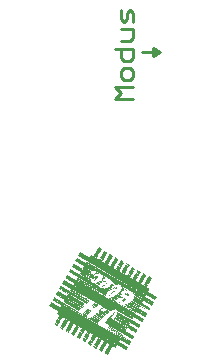
<source format=gto>
G75*
%MOIN*%
%OFA0B0*%
%FSLAX24Y24*%
%IPPOS*%
%LPD*%
%AMOC8*
5,1,8,0,0,1.08239X$1,22.5*
%
%ADD10C,0.0110*%
%ADD11C,0.0100*%
%ADD12R,0.0130X0.0010*%
%ADD13R,0.0120X0.0010*%
%ADD14R,0.2270X0.0010*%
%ADD15R,0.2960X0.0010*%
%ADD16R,0.0830X0.0010*%
%ADD17R,0.1110X0.0010*%
%ADD18R,0.0930X0.0010*%
%ADD19R,0.0770X0.0010*%
%ADD20R,0.0330X0.0010*%
%ADD21R,0.0270X0.0010*%
%ADD22R,0.0250X0.0010*%
%ADD23R,0.0700X0.0010*%
%ADD24R,0.0740X0.0010*%
%ADD25R,0.0280X0.0010*%
%ADD26R,0.0240X0.0010*%
%ADD27R,0.0210X0.0010*%
%ADD28R,0.0100X0.0010*%
%ADD29R,0.0680X0.0010*%
%ADD30R,0.0730X0.0010*%
%ADD31R,0.0230X0.0010*%
%ADD32R,0.0190X0.0010*%
%ADD33R,0.0180X0.0010*%
%ADD34R,0.0070X0.0010*%
%ADD35R,0.0660X0.0010*%
%ADD36R,0.0710X0.0010*%
%ADD37R,0.0170X0.0010*%
%ADD38R,0.0160X0.0010*%
%ADD39R,0.0060X0.0010*%
%ADD40R,0.0690X0.0010*%
%ADD41R,0.0150X0.0010*%
%ADD42R,0.0650X0.0010*%
%ADD43R,0.0350X0.0010*%
%ADD44R,0.0140X0.0010*%
%ADD45R,0.0110X0.0010*%
%ADD46R,0.0050X0.0010*%
%ADD47R,0.0300X0.0010*%
%ADD48R,0.0340X0.0010*%
%ADD49R,0.0090X0.0010*%
%ADD50R,0.0040X0.0010*%
%ADD51R,0.0080X0.0010*%
%ADD52R,0.0290X0.0010*%
%ADD53R,0.0320X0.0010*%
%ADD54R,0.0310X0.0010*%
%ADD55R,0.0020X0.0010*%
%ADD56R,0.0030X0.0010*%
%ADD57R,0.0640X0.0010*%
%ADD58R,0.0790X0.0010*%
%ADD59R,0.0800X0.0010*%
%ADD60R,0.0220X0.0010*%
%ADD61R,0.0010X0.0010*%
%ADD62R,0.0920X0.0010*%
%ADD63R,0.0850X0.0010*%
%ADD64R,0.0840X0.0010*%
%ADD65R,0.0820X0.0010*%
%ADD66R,0.0810X0.0010*%
%ADD67R,0.0450X0.0010*%
%ADD68R,0.0440X0.0010*%
%ADD69R,0.0430X0.0010*%
%ADD70R,0.0780X0.0010*%
%ADD71R,0.0200X0.0010*%
%ADD72R,0.0720X0.0010*%
%ADD73R,0.0260X0.0010*%
%ADD74R,0.1460X0.0010*%
%ADD75R,0.0750X0.0010*%
%ADD76R,0.0760X0.0010*%
%ADD77R,0.0470X0.0010*%
%ADD78R,0.0490X0.0010*%
%ADD79R,0.0500X0.0010*%
%ADD80R,0.0510X0.0010*%
%ADD81R,0.1120X0.0010*%
%ADD82R,0.0530X0.0010*%
%ADD83R,0.0550X0.0010*%
%ADD84R,0.1130X0.0010*%
%ADD85R,0.0570X0.0010*%
%ADD86R,0.1140X0.0010*%
%ADD87R,0.0590X0.0010*%
%ADD88R,0.1150X0.0010*%
%ADD89R,0.0630X0.0010*%
%ADD90R,0.0380X0.0010*%
%ADD91R,0.1170X0.0010*%
%ADD92R,0.1610X0.0010*%
%ADD93R,0.1950X0.0010*%
%ADD94R,0.0910X0.0010*%
%ADD95R,0.1930X0.0010*%
%ADD96R,0.0900X0.0010*%
%ADD97R,0.1920X0.0010*%
%ADD98R,0.0890X0.0010*%
%ADD99R,0.1910X0.0010*%
%ADD100R,0.0880X0.0010*%
%ADD101R,0.1900X0.0010*%
%ADD102R,0.0870X0.0010*%
%ADD103R,0.1890X0.0010*%
%ADD104R,0.1880X0.0010*%
%ADD105R,0.0860X0.0010*%
%ADD106R,0.1870X0.0010*%
%ADD107R,0.1860X0.0010*%
%ADD108R,0.1180X0.0010*%
%ADD109R,0.0520X0.0010*%
%ADD110R,0.1080X0.0010*%
%ADD111R,0.1070X0.0010*%
%ADD112R,0.1060X0.0010*%
%ADD113R,0.1050X0.0010*%
%ADD114R,0.0950X0.0010*%
%ADD115R,0.1030X0.0010*%
%ADD116R,0.1010X0.0010*%
%ADD117R,0.1040X0.0010*%
%ADD118R,0.1000X0.0010*%
%ADD119R,0.0620X0.0010*%
%ADD120R,0.0610X0.0010*%
%ADD121R,0.0990X0.0010*%
%ADD122R,0.0980X0.0010*%
%ADD123R,0.0970X0.0010*%
%ADD124R,0.0960X0.0010*%
%ADD125R,0.0560X0.0010*%
%ADD126R,0.0600X0.0010*%
%ADD127R,0.0390X0.0010*%
D10*
X008923Y010340D02*
X009120Y010537D01*
X008923Y010734D01*
X009514Y010734D01*
X009416Y010985D02*
X009219Y010985D01*
X009120Y011083D01*
X009120Y011280D01*
X009219Y011378D01*
X009416Y011378D01*
X009514Y011280D01*
X009514Y011083D01*
X009416Y010985D01*
X009514Y010340D02*
X008923Y010340D01*
X009219Y011629D02*
X009120Y011728D01*
X009120Y012023D01*
X008923Y012023D02*
X009514Y012023D01*
X009514Y011728D01*
X009416Y011629D01*
X009219Y011629D01*
X009120Y012274D02*
X009416Y012274D01*
X009514Y012372D01*
X009514Y012667D01*
X009120Y012667D01*
X009219Y012918D02*
X009120Y013017D01*
X009120Y013312D01*
X009317Y013213D02*
X009317Y013017D01*
X009219Y012918D01*
X009514Y012918D02*
X009514Y013213D01*
X009416Y013312D01*
X009317Y013213D01*
D11*
X009819Y011910D02*
X010194Y011910D01*
X010319Y011910D01*
X010194Y011785D01*
X010194Y011910D01*
X010194Y012035D01*
X010444Y011910D01*
X010194Y011785D01*
D12*
G36*
X006906Y002847D02*
X007017Y002783D01*
X007012Y002775D01*
X006901Y002839D01*
X006906Y002847D01*
G37*
G36*
X006911Y002856D02*
X007022Y002792D01*
X007017Y002784D01*
X006906Y002848D01*
X006911Y002856D01*
G37*
G36*
X006916Y002865D02*
X007027Y002801D01*
X007022Y002793D01*
X006911Y002857D01*
X006916Y002865D01*
G37*
G36*
X006921Y002873D02*
X007032Y002809D01*
X007027Y002801D01*
X006916Y002865D01*
X006921Y002873D01*
G37*
G36*
X006926Y002882D02*
X007037Y002818D01*
X007032Y002810D01*
X006921Y002874D01*
X006926Y002882D01*
G37*
G36*
X006931Y002891D02*
X007042Y002827D01*
X007037Y002819D01*
X006926Y002883D01*
X006931Y002891D01*
G37*
G36*
X006936Y002899D02*
X007047Y002835D01*
X007042Y002827D01*
X006931Y002891D01*
X006936Y002899D01*
G37*
G36*
X006941Y002908D02*
X007052Y002844D01*
X007047Y002836D01*
X006936Y002900D01*
X006941Y002908D01*
G37*
G36*
X006946Y002917D02*
X007057Y002853D01*
X007052Y002845D01*
X006941Y002909D01*
X006946Y002917D01*
G37*
G36*
X006951Y002925D02*
X007062Y002861D01*
X007057Y002853D01*
X006946Y002917D01*
X006951Y002925D01*
G37*
G36*
X006956Y002934D02*
X007067Y002870D01*
X007062Y002862D01*
X006951Y002926D01*
X006956Y002934D01*
G37*
G36*
X006961Y002943D02*
X007072Y002879D01*
X007067Y002871D01*
X006956Y002935D01*
X006961Y002943D01*
G37*
G36*
X006966Y002951D02*
X007077Y002887D01*
X007072Y002879D01*
X006961Y002943D01*
X006966Y002951D01*
G37*
G36*
X006971Y002960D02*
X007082Y002896D01*
X007077Y002888D01*
X006966Y002952D01*
X006971Y002960D01*
G37*
G36*
X006976Y002969D02*
X007087Y002905D01*
X007082Y002897D01*
X006971Y002961D01*
X006976Y002969D01*
G37*
G36*
X006981Y002977D02*
X007092Y002913D01*
X007087Y002905D01*
X006976Y002969D01*
X006981Y002977D01*
G37*
G36*
X006986Y002986D02*
X007097Y002922D01*
X007092Y002914D01*
X006981Y002978D01*
X006986Y002986D01*
G37*
G36*
X006991Y002995D02*
X007102Y002931D01*
X007097Y002923D01*
X006986Y002987D01*
X006991Y002995D01*
G37*
G36*
X006996Y003003D02*
X007107Y002939D01*
X007102Y002931D01*
X006991Y002995D01*
X006996Y003003D01*
G37*
G36*
X007001Y003012D02*
X007112Y002948D01*
X007107Y002940D01*
X006996Y003004D01*
X007001Y003012D01*
G37*
G36*
X007006Y003021D02*
X007117Y002957D01*
X007112Y002949D01*
X007001Y003013D01*
X007006Y003021D01*
G37*
G36*
X007011Y003029D02*
X007122Y002965D01*
X007117Y002957D01*
X007006Y003021D01*
X007011Y003029D01*
G37*
G36*
X007016Y003038D02*
X007127Y002974D01*
X007122Y002966D01*
X007011Y003030D01*
X007016Y003038D01*
G37*
G36*
X007021Y003047D02*
X007132Y002983D01*
X007127Y002975D01*
X007016Y003039D01*
X007021Y003047D01*
G37*
G36*
X007026Y003055D02*
X007137Y002991D01*
X007132Y002983D01*
X007021Y003047D01*
X007026Y003055D01*
G37*
G36*
X007031Y003064D02*
X007142Y003000D01*
X007137Y002992D01*
X007026Y003056D01*
X007031Y003064D01*
G37*
G36*
X007036Y003072D02*
X007147Y003008D01*
X007142Y003000D01*
X007031Y003064D01*
X007036Y003072D01*
G37*
G36*
X007041Y003081D02*
X007152Y003017D01*
X007147Y003009D01*
X007036Y003073D01*
X007041Y003081D01*
G37*
G36*
X007046Y003090D02*
X007157Y003026D01*
X007152Y003018D01*
X007041Y003082D01*
X007046Y003090D01*
G37*
G36*
X007051Y003098D02*
X007162Y003034D01*
X007157Y003026D01*
X007046Y003090D01*
X007051Y003098D01*
G37*
G36*
X007056Y003107D02*
X007167Y003043D01*
X007162Y003035D01*
X007051Y003099D01*
X007056Y003107D01*
G37*
G36*
X007061Y003116D02*
X007172Y003052D01*
X007167Y003044D01*
X007056Y003108D01*
X007061Y003116D01*
G37*
G36*
X007066Y003124D02*
X007177Y003060D01*
X007172Y003052D01*
X007061Y003116D01*
X007066Y003124D01*
G37*
G36*
X007071Y003133D02*
X007182Y003069D01*
X007177Y003061D01*
X007066Y003125D01*
X007071Y003133D01*
G37*
G36*
X007076Y003142D02*
X007187Y003078D01*
X007182Y003070D01*
X007071Y003134D01*
X007076Y003142D01*
G37*
G36*
X007266Y003032D02*
X007377Y002968D01*
X007372Y002960D01*
X007261Y003024D01*
X007266Y003032D01*
G37*
G36*
X007261Y003023D02*
X007372Y002959D01*
X007367Y002951D01*
X007256Y003015D01*
X007261Y003023D01*
G37*
G36*
X007256Y003014D02*
X007367Y002950D01*
X007362Y002942D01*
X007251Y003006D01*
X007256Y003014D01*
G37*
G36*
X007251Y003006D02*
X007362Y002942D01*
X007357Y002934D01*
X007246Y002998D01*
X007251Y003006D01*
G37*
G36*
X007246Y002997D02*
X007357Y002933D01*
X007352Y002925D01*
X007241Y002989D01*
X007246Y002997D01*
G37*
G36*
X007241Y002988D02*
X007352Y002924D01*
X007347Y002916D01*
X007236Y002980D01*
X007241Y002988D01*
G37*
G36*
X007236Y002980D02*
X007347Y002916D01*
X007342Y002908D01*
X007231Y002972D01*
X007236Y002980D01*
G37*
G36*
X007231Y002971D02*
X007342Y002907D01*
X007337Y002899D01*
X007226Y002963D01*
X007231Y002971D01*
G37*
G36*
X007226Y002962D02*
X007337Y002898D01*
X007332Y002890D01*
X007221Y002954D01*
X007226Y002962D01*
G37*
G36*
X007221Y002954D02*
X007332Y002890D01*
X007327Y002882D01*
X007216Y002946D01*
X007221Y002954D01*
G37*
G36*
X007216Y002945D02*
X007327Y002881D01*
X007322Y002873D01*
X007211Y002937D01*
X007216Y002945D01*
G37*
G36*
X007211Y002937D02*
X007322Y002873D01*
X007317Y002865D01*
X007206Y002929D01*
X007211Y002937D01*
G37*
G36*
X007206Y002928D02*
X007317Y002864D01*
X007312Y002856D01*
X007201Y002920D01*
X007206Y002928D01*
G37*
G36*
X007201Y002919D02*
X007312Y002855D01*
X007307Y002847D01*
X007196Y002911D01*
X007201Y002919D01*
G37*
G36*
X007196Y002911D02*
X007307Y002847D01*
X007302Y002839D01*
X007191Y002903D01*
X007196Y002911D01*
G37*
G36*
X007191Y002902D02*
X007302Y002838D01*
X007297Y002830D01*
X007186Y002894D01*
X007191Y002902D01*
G37*
G36*
X007186Y002893D02*
X007297Y002829D01*
X007292Y002821D01*
X007181Y002885D01*
X007186Y002893D01*
G37*
G36*
X007181Y002885D02*
X007292Y002821D01*
X007287Y002813D01*
X007176Y002877D01*
X007181Y002885D01*
G37*
G36*
X007176Y002876D02*
X007287Y002812D01*
X007282Y002804D01*
X007171Y002868D01*
X007176Y002876D01*
G37*
G36*
X007171Y002867D02*
X007282Y002803D01*
X007277Y002795D01*
X007166Y002859D01*
X007171Y002867D01*
G37*
G36*
X007166Y002859D02*
X007277Y002795D01*
X007272Y002787D01*
X007161Y002851D01*
X007166Y002859D01*
G37*
G36*
X007161Y002850D02*
X007272Y002786D01*
X007267Y002778D01*
X007156Y002842D01*
X007161Y002850D01*
G37*
G36*
X007156Y002841D02*
X007267Y002777D01*
X007262Y002769D01*
X007151Y002833D01*
X007156Y002841D01*
G37*
G36*
X007151Y002833D02*
X007262Y002769D01*
X007257Y002761D01*
X007146Y002825D01*
X007151Y002833D01*
G37*
G36*
X007146Y002824D02*
X007257Y002760D01*
X007252Y002752D01*
X007141Y002816D01*
X007146Y002824D01*
G37*
G36*
X007141Y002815D02*
X007252Y002751D01*
X007247Y002743D01*
X007136Y002807D01*
X007141Y002815D01*
G37*
G36*
X007136Y002807D02*
X007247Y002743D01*
X007242Y002735D01*
X007131Y002799D01*
X007136Y002807D01*
G37*
G36*
X007131Y002798D02*
X007242Y002734D01*
X007237Y002726D01*
X007126Y002790D01*
X007131Y002798D01*
G37*
G36*
X007126Y002789D02*
X007237Y002725D01*
X007232Y002717D01*
X007121Y002781D01*
X007126Y002789D01*
G37*
G36*
X007121Y002781D02*
X007232Y002717D01*
X007227Y002709D01*
X007116Y002773D01*
X007121Y002781D01*
G37*
G36*
X007116Y002772D02*
X007227Y002708D01*
X007222Y002700D01*
X007111Y002764D01*
X007116Y002772D01*
G37*
G36*
X007111Y002763D02*
X007222Y002699D01*
X007217Y002691D01*
X007106Y002755D01*
X007111Y002763D01*
G37*
G36*
X007106Y002755D02*
X007217Y002691D01*
X007212Y002683D01*
X007101Y002747D01*
X007106Y002755D01*
G37*
G36*
X007101Y002746D02*
X007212Y002682D01*
X007207Y002674D01*
X007096Y002738D01*
X007101Y002746D01*
G37*
G36*
X007096Y002737D02*
X007207Y002673D01*
X007202Y002665D01*
X007091Y002729D01*
X007096Y002737D01*
G37*
G36*
X007278Y002632D02*
X007389Y002568D01*
X007384Y002560D01*
X007273Y002624D01*
X007278Y002632D01*
G37*
G36*
X007283Y002641D02*
X007394Y002577D01*
X007389Y002569D01*
X007278Y002633D01*
X007283Y002641D01*
G37*
G36*
X007288Y002650D02*
X007399Y002586D01*
X007394Y002578D01*
X007283Y002642D01*
X007288Y002650D01*
G37*
G36*
X007293Y002658D02*
X007404Y002594D01*
X007399Y002586D01*
X007288Y002650D01*
X007293Y002658D01*
G37*
G36*
X007298Y002667D02*
X007409Y002603D01*
X007404Y002595D01*
X007293Y002659D01*
X007298Y002667D01*
G37*
G36*
X007303Y002676D02*
X007414Y002612D01*
X007409Y002604D01*
X007298Y002668D01*
X007303Y002676D01*
G37*
G36*
X007308Y002684D02*
X007419Y002620D01*
X007414Y002612D01*
X007303Y002676D01*
X007308Y002684D01*
G37*
G36*
X007313Y002693D02*
X007424Y002629D01*
X007419Y002621D01*
X007308Y002685D01*
X007313Y002693D01*
G37*
G36*
X007318Y002702D02*
X007429Y002638D01*
X007424Y002630D01*
X007313Y002694D01*
X007318Y002702D01*
G37*
G36*
X007323Y002710D02*
X007434Y002646D01*
X007429Y002638D01*
X007318Y002702D01*
X007323Y002710D01*
G37*
G36*
X007328Y002719D02*
X007439Y002655D01*
X007434Y002647D01*
X007323Y002711D01*
X007328Y002719D01*
G37*
G36*
X007333Y002728D02*
X007444Y002664D01*
X007439Y002656D01*
X007328Y002720D01*
X007333Y002728D01*
G37*
G36*
X007338Y002736D02*
X007449Y002672D01*
X007444Y002664D01*
X007333Y002728D01*
X007338Y002736D01*
G37*
G36*
X007343Y002745D02*
X007454Y002681D01*
X007449Y002673D01*
X007338Y002737D01*
X007343Y002745D01*
G37*
G36*
X007348Y002754D02*
X007459Y002690D01*
X007454Y002682D01*
X007343Y002746D01*
X007348Y002754D01*
G37*
G36*
X007353Y002762D02*
X007464Y002698D01*
X007459Y002690D01*
X007348Y002754D01*
X007353Y002762D01*
G37*
G36*
X007358Y002771D02*
X007469Y002707D01*
X007464Y002699D01*
X007353Y002763D01*
X007358Y002771D01*
G37*
G36*
X007363Y002780D02*
X007474Y002716D01*
X007469Y002708D01*
X007358Y002772D01*
X007363Y002780D01*
G37*
G36*
X007368Y002788D02*
X007479Y002724D01*
X007474Y002716D01*
X007363Y002780D01*
X007368Y002788D01*
G37*
G36*
X007373Y002797D02*
X007484Y002733D01*
X007479Y002725D01*
X007368Y002789D01*
X007373Y002797D01*
G37*
G36*
X007378Y002806D02*
X007489Y002742D01*
X007484Y002734D01*
X007373Y002798D01*
X007378Y002806D01*
G37*
G36*
X007383Y002814D02*
X007494Y002750D01*
X007489Y002742D01*
X007378Y002806D01*
X007383Y002814D01*
G37*
G36*
X007388Y002823D02*
X007499Y002759D01*
X007494Y002751D01*
X007383Y002815D01*
X007388Y002823D01*
G37*
G36*
X007393Y002832D02*
X007504Y002768D01*
X007499Y002760D01*
X007388Y002824D01*
X007393Y002832D01*
G37*
G36*
X007398Y002840D02*
X007509Y002776D01*
X007504Y002768D01*
X007393Y002832D01*
X007398Y002840D01*
G37*
G36*
X007403Y002849D02*
X007514Y002785D01*
X007509Y002777D01*
X007398Y002841D01*
X007403Y002849D01*
G37*
G36*
X007408Y002857D02*
X007519Y002793D01*
X007514Y002785D01*
X007403Y002849D01*
X007408Y002857D01*
G37*
G36*
X007413Y002866D02*
X007524Y002802D01*
X007519Y002794D01*
X007408Y002858D01*
X007413Y002866D01*
G37*
G36*
X007418Y002875D02*
X007529Y002811D01*
X007524Y002803D01*
X007413Y002867D01*
X007418Y002875D01*
G37*
G36*
X007423Y002883D02*
X007534Y002819D01*
X007529Y002811D01*
X007418Y002875D01*
X007423Y002883D01*
G37*
G36*
X007428Y002892D02*
X007539Y002828D01*
X007534Y002820D01*
X007423Y002884D01*
X007428Y002892D01*
G37*
G36*
X007433Y002901D02*
X007544Y002837D01*
X007539Y002829D01*
X007428Y002893D01*
X007433Y002901D01*
G37*
G36*
X007438Y002909D02*
X007549Y002845D01*
X007544Y002837D01*
X007433Y002901D01*
X007438Y002909D01*
G37*
G36*
X007443Y002918D02*
X007554Y002854D01*
X007549Y002846D01*
X007438Y002910D01*
X007443Y002918D01*
G37*
G36*
X007448Y002927D02*
X007559Y002863D01*
X007554Y002855D01*
X007443Y002919D01*
X007448Y002927D01*
G37*
G36*
X007821Y002712D02*
X007932Y002648D01*
X007927Y002640D01*
X007816Y002704D01*
X007821Y002712D01*
G37*
G36*
X007816Y002703D02*
X007927Y002639D01*
X007922Y002631D01*
X007811Y002695D01*
X007816Y002703D01*
G37*
G36*
X007811Y002694D02*
X007922Y002630D01*
X007917Y002622D01*
X007806Y002686D01*
X007811Y002694D01*
G37*
G36*
X007806Y002686D02*
X007917Y002622D01*
X007912Y002614D01*
X007801Y002678D01*
X007806Y002686D01*
G37*
G36*
X007801Y002677D02*
X007912Y002613D01*
X007907Y002605D01*
X007796Y002669D01*
X007801Y002677D01*
G37*
G36*
X007796Y002668D02*
X007907Y002604D01*
X007902Y002596D01*
X007791Y002660D01*
X007796Y002668D01*
G37*
G36*
X007791Y002660D02*
X007902Y002596D01*
X007897Y002588D01*
X007786Y002652D01*
X007791Y002660D01*
G37*
G36*
X007786Y002651D02*
X007897Y002587D01*
X007892Y002579D01*
X007781Y002643D01*
X007786Y002651D01*
G37*
G36*
X007781Y002642D02*
X007892Y002578D01*
X007887Y002570D01*
X007776Y002634D01*
X007781Y002642D01*
G37*
G36*
X007776Y002634D02*
X007887Y002570D01*
X007882Y002562D01*
X007771Y002626D01*
X007776Y002634D01*
G37*
G36*
X007771Y002625D02*
X007882Y002561D01*
X007877Y002553D01*
X007766Y002617D01*
X007771Y002625D01*
G37*
G36*
X007766Y002617D02*
X007877Y002553D01*
X007872Y002545D01*
X007761Y002609D01*
X007766Y002617D01*
G37*
G36*
X007761Y002608D02*
X007872Y002544D01*
X007867Y002536D01*
X007756Y002600D01*
X007761Y002608D01*
G37*
G36*
X007756Y002599D02*
X007867Y002535D01*
X007862Y002527D01*
X007751Y002591D01*
X007756Y002599D01*
G37*
G36*
X007751Y002591D02*
X007862Y002527D01*
X007857Y002519D01*
X007746Y002583D01*
X007751Y002591D01*
G37*
G36*
X007746Y002582D02*
X007857Y002518D01*
X007852Y002510D01*
X007741Y002574D01*
X007746Y002582D01*
G37*
G36*
X007741Y002573D02*
X007852Y002509D01*
X007847Y002501D01*
X007736Y002565D01*
X007741Y002573D01*
G37*
G36*
X007736Y002565D02*
X007847Y002501D01*
X007842Y002493D01*
X007731Y002557D01*
X007736Y002565D01*
G37*
G36*
X007731Y002556D02*
X007842Y002492D01*
X007837Y002484D01*
X007726Y002548D01*
X007731Y002556D01*
G37*
G36*
X007726Y002547D02*
X007837Y002483D01*
X007832Y002475D01*
X007721Y002539D01*
X007726Y002547D01*
G37*
G36*
X007721Y002539D02*
X007832Y002475D01*
X007827Y002467D01*
X007716Y002531D01*
X007721Y002539D01*
G37*
G36*
X007716Y002530D02*
X007827Y002466D01*
X007822Y002458D01*
X007711Y002522D01*
X007716Y002530D01*
G37*
G36*
X007711Y002521D02*
X007822Y002457D01*
X007817Y002449D01*
X007706Y002513D01*
X007711Y002521D01*
G37*
G36*
X007706Y002513D02*
X007817Y002449D01*
X007812Y002441D01*
X007701Y002505D01*
X007706Y002513D01*
G37*
G36*
X007701Y002504D02*
X007812Y002440D01*
X007807Y002432D01*
X007696Y002496D01*
X007701Y002504D01*
G37*
G36*
X007696Y002495D02*
X007807Y002431D01*
X007802Y002423D01*
X007691Y002487D01*
X007696Y002495D01*
G37*
G36*
X007691Y002487D02*
X007802Y002423D01*
X007797Y002415D01*
X007686Y002479D01*
X007691Y002487D01*
G37*
G36*
X007686Y002478D02*
X007797Y002414D01*
X007792Y002406D01*
X007681Y002470D01*
X007686Y002478D01*
G37*
G36*
X007681Y002469D02*
X007792Y002405D01*
X007787Y002397D01*
X007676Y002461D01*
X007681Y002469D01*
G37*
G36*
X007676Y002461D02*
X007787Y002397D01*
X007782Y002389D01*
X007671Y002453D01*
X007676Y002461D01*
G37*
G36*
X007671Y002452D02*
X007782Y002388D01*
X007777Y002380D01*
X007666Y002444D01*
X007671Y002452D01*
G37*
G36*
X007666Y002443D02*
X007777Y002379D01*
X007772Y002371D01*
X007661Y002435D01*
X007666Y002443D01*
G37*
G36*
X007661Y002435D02*
X007772Y002371D01*
X007767Y002363D01*
X007656Y002427D01*
X007661Y002435D01*
G37*
G36*
X007656Y002426D02*
X007767Y002362D01*
X007762Y002354D01*
X007651Y002418D01*
X007656Y002426D01*
G37*
G36*
X007651Y002417D02*
X007762Y002353D01*
X007757Y002345D01*
X007646Y002409D01*
X007651Y002417D01*
G37*
G36*
X007833Y002312D02*
X007944Y002248D01*
X007939Y002240D01*
X007828Y002304D01*
X007833Y002312D01*
G37*
G36*
X007838Y002321D02*
X007949Y002257D01*
X007944Y002249D01*
X007833Y002313D01*
X007838Y002321D01*
G37*
G36*
X007843Y002330D02*
X007954Y002266D01*
X007949Y002258D01*
X007838Y002322D01*
X007843Y002330D01*
G37*
G36*
X007848Y002338D02*
X007959Y002274D01*
X007954Y002266D01*
X007843Y002330D01*
X007848Y002338D01*
G37*
G36*
X007853Y002347D02*
X007964Y002283D01*
X007959Y002275D01*
X007848Y002339D01*
X007853Y002347D01*
G37*
G36*
X007858Y002356D02*
X007969Y002292D01*
X007964Y002284D01*
X007853Y002348D01*
X007858Y002356D01*
G37*
G36*
X007863Y002364D02*
X007974Y002300D01*
X007969Y002292D01*
X007858Y002356D01*
X007863Y002364D01*
G37*
G36*
X007868Y002373D02*
X007979Y002309D01*
X007974Y002301D01*
X007863Y002365D01*
X007868Y002373D01*
G37*
G36*
X007873Y002382D02*
X007984Y002318D01*
X007979Y002310D01*
X007868Y002374D01*
X007873Y002382D01*
G37*
G36*
X007878Y002390D02*
X007989Y002326D01*
X007984Y002318D01*
X007873Y002382D01*
X007878Y002390D01*
G37*
G36*
X007883Y002399D02*
X007994Y002335D01*
X007989Y002327D01*
X007878Y002391D01*
X007883Y002399D01*
G37*
G36*
X007888Y002408D02*
X007999Y002344D01*
X007994Y002336D01*
X007883Y002400D01*
X007888Y002408D01*
G37*
G36*
X007893Y002416D02*
X008004Y002352D01*
X007999Y002344D01*
X007888Y002408D01*
X007893Y002416D01*
G37*
G36*
X007898Y002425D02*
X008009Y002361D01*
X008004Y002353D01*
X007893Y002417D01*
X007898Y002425D01*
G37*
G36*
X007903Y002434D02*
X008014Y002370D01*
X008009Y002362D01*
X007898Y002426D01*
X007903Y002434D01*
G37*
G36*
X007908Y002442D02*
X008019Y002378D01*
X008014Y002370D01*
X007903Y002434D01*
X007908Y002442D01*
G37*
G36*
X007913Y002451D02*
X008024Y002387D01*
X008019Y002379D01*
X007908Y002443D01*
X007913Y002451D01*
G37*
G36*
X007918Y002460D02*
X008029Y002396D01*
X008024Y002388D01*
X007913Y002452D01*
X007918Y002460D01*
G37*
G36*
X007923Y002468D02*
X008034Y002404D01*
X008029Y002396D01*
X007918Y002460D01*
X007923Y002468D01*
G37*
G36*
X007928Y002477D02*
X008039Y002413D01*
X008034Y002405D01*
X007923Y002469D01*
X007928Y002477D01*
G37*
G36*
X007933Y002486D02*
X008044Y002422D01*
X008039Y002414D01*
X007928Y002478D01*
X007933Y002486D01*
G37*
G36*
X007938Y002494D02*
X008049Y002430D01*
X008044Y002422D01*
X007933Y002486D01*
X007938Y002494D01*
G37*
G36*
X007943Y002503D02*
X008054Y002439D01*
X008049Y002431D01*
X007938Y002495D01*
X007943Y002503D01*
G37*
G36*
X007948Y002512D02*
X008059Y002448D01*
X008054Y002440D01*
X007943Y002504D01*
X007948Y002512D01*
G37*
G36*
X007953Y002520D02*
X008064Y002456D01*
X008059Y002448D01*
X007948Y002512D01*
X007953Y002520D01*
G37*
G36*
X007958Y002529D02*
X008069Y002465D01*
X008064Y002457D01*
X007953Y002521D01*
X007958Y002529D01*
G37*
G36*
X007963Y002537D02*
X008074Y002473D01*
X008069Y002465D01*
X007958Y002529D01*
X007963Y002537D01*
G37*
G36*
X007968Y002546D02*
X008079Y002482D01*
X008074Y002474D01*
X007963Y002538D01*
X007968Y002546D01*
G37*
G36*
X007973Y002555D02*
X008084Y002491D01*
X008079Y002483D01*
X007968Y002547D01*
X007973Y002555D01*
G37*
G36*
X007978Y002563D02*
X008089Y002499D01*
X008084Y002491D01*
X007973Y002555D01*
X007978Y002563D01*
G37*
G36*
X007983Y002572D02*
X008094Y002508D01*
X008089Y002500D01*
X007978Y002564D01*
X007983Y002572D01*
G37*
G36*
X007988Y002581D02*
X008099Y002517D01*
X008094Y002509D01*
X007983Y002573D01*
X007988Y002581D01*
G37*
G36*
X007993Y002589D02*
X008104Y002525D01*
X008099Y002517D01*
X007988Y002581D01*
X007993Y002589D01*
G37*
G36*
X007998Y002598D02*
X008109Y002534D01*
X008104Y002526D01*
X007993Y002590D01*
X007998Y002598D01*
G37*
G36*
X008003Y002607D02*
X008114Y002543D01*
X008109Y002535D01*
X007998Y002599D01*
X008003Y002607D01*
G37*
G36*
X008193Y002497D02*
X008304Y002433D01*
X008299Y002425D01*
X008188Y002489D01*
X008193Y002497D01*
G37*
G36*
X008188Y002488D02*
X008299Y002424D01*
X008294Y002416D01*
X008183Y002480D01*
X008188Y002488D01*
G37*
G36*
X008183Y002479D02*
X008294Y002415D01*
X008289Y002407D01*
X008178Y002471D01*
X008183Y002479D01*
G37*
G36*
X008178Y002471D02*
X008289Y002407D01*
X008284Y002399D01*
X008173Y002463D01*
X008178Y002471D01*
G37*
G36*
X008173Y002462D02*
X008284Y002398D01*
X008279Y002390D01*
X008168Y002454D01*
X008173Y002462D01*
G37*
G36*
X008168Y002453D02*
X008279Y002389D01*
X008274Y002381D01*
X008163Y002445D01*
X008168Y002453D01*
G37*
G36*
X008163Y002445D02*
X008274Y002381D01*
X008269Y002373D01*
X008158Y002437D01*
X008163Y002445D01*
G37*
G36*
X008158Y002436D02*
X008269Y002372D01*
X008264Y002364D01*
X008153Y002428D01*
X008158Y002436D01*
G37*
G36*
X008153Y002427D02*
X008264Y002363D01*
X008259Y002355D01*
X008148Y002419D01*
X008153Y002427D01*
G37*
G36*
X008148Y002419D02*
X008259Y002355D01*
X008254Y002347D01*
X008143Y002411D01*
X008148Y002419D01*
G37*
G36*
X008143Y002410D02*
X008254Y002346D01*
X008249Y002338D01*
X008138Y002402D01*
X008143Y002410D01*
G37*
G36*
X008138Y002402D02*
X008249Y002338D01*
X008244Y002330D01*
X008133Y002394D01*
X008138Y002402D01*
G37*
G36*
X008133Y002393D02*
X008244Y002329D01*
X008239Y002321D01*
X008128Y002385D01*
X008133Y002393D01*
G37*
G36*
X008128Y002384D02*
X008239Y002320D01*
X008234Y002312D01*
X008123Y002376D01*
X008128Y002384D01*
G37*
G36*
X008123Y002376D02*
X008234Y002312D01*
X008229Y002304D01*
X008118Y002368D01*
X008123Y002376D01*
G37*
G36*
X008118Y002367D02*
X008229Y002303D01*
X008224Y002295D01*
X008113Y002359D01*
X008118Y002367D01*
G37*
G36*
X008113Y002358D02*
X008224Y002294D01*
X008219Y002286D01*
X008108Y002350D01*
X008113Y002358D01*
G37*
G36*
X008108Y002350D02*
X008219Y002286D01*
X008214Y002278D01*
X008103Y002342D01*
X008108Y002350D01*
G37*
G36*
X008103Y002341D02*
X008214Y002277D01*
X008209Y002269D01*
X008098Y002333D01*
X008103Y002341D01*
G37*
G36*
X008098Y002332D02*
X008209Y002268D01*
X008204Y002260D01*
X008093Y002324D01*
X008098Y002332D01*
G37*
G36*
X008093Y002324D02*
X008204Y002260D01*
X008199Y002252D01*
X008088Y002316D01*
X008093Y002324D01*
G37*
G36*
X008088Y002315D02*
X008199Y002251D01*
X008194Y002243D01*
X008083Y002307D01*
X008088Y002315D01*
G37*
G36*
X008083Y002306D02*
X008194Y002242D01*
X008189Y002234D01*
X008078Y002298D01*
X008083Y002306D01*
G37*
G36*
X008078Y002298D02*
X008189Y002234D01*
X008184Y002226D01*
X008073Y002290D01*
X008078Y002298D01*
G37*
G36*
X008073Y002289D02*
X008184Y002225D01*
X008179Y002217D01*
X008068Y002281D01*
X008073Y002289D01*
G37*
G36*
X008068Y002280D02*
X008179Y002216D01*
X008174Y002208D01*
X008063Y002272D01*
X008068Y002280D01*
G37*
G36*
X008063Y002272D02*
X008174Y002208D01*
X008169Y002200D01*
X008058Y002264D01*
X008063Y002272D01*
G37*
G36*
X008058Y002263D02*
X008169Y002199D01*
X008164Y002191D01*
X008053Y002255D01*
X008058Y002263D01*
G37*
G36*
X008053Y002254D02*
X008164Y002190D01*
X008159Y002182D01*
X008048Y002246D01*
X008053Y002254D01*
G37*
G36*
X008048Y002246D02*
X008159Y002182D01*
X008154Y002174D01*
X008043Y002238D01*
X008048Y002246D01*
G37*
G36*
X008043Y002237D02*
X008154Y002173D01*
X008149Y002165D01*
X008038Y002229D01*
X008043Y002237D01*
G37*
G36*
X008038Y002228D02*
X008149Y002164D01*
X008144Y002156D01*
X008033Y002220D01*
X008038Y002228D01*
G37*
G36*
X008033Y002220D02*
X008144Y002156D01*
X008139Y002148D01*
X008028Y002212D01*
X008033Y002220D01*
G37*
G36*
X008028Y002211D02*
X008139Y002147D01*
X008134Y002139D01*
X008023Y002203D01*
X008028Y002211D01*
G37*
G36*
X008023Y002202D02*
X008134Y002138D01*
X008129Y002130D01*
X008018Y002194D01*
X008023Y002202D01*
G37*
G36*
X008205Y002097D02*
X008316Y002033D01*
X008311Y002025D01*
X008200Y002089D01*
X008205Y002097D01*
G37*
G36*
X008210Y002106D02*
X008321Y002042D01*
X008316Y002034D01*
X008205Y002098D01*
X008210Y002106D01*
G37*
G36*
X008215Y002115D02*
X008326Y002051D01*
X008321Y002043D01*
X008210Y002107D01*
X008215Y002115D01*
G37*
G36*
X008220Y002123D02*
X008331Y002059D01*
X008326Y002051D01*
X008215Y002115D01*
X008220Y002123D01*
G37*
G36*
X008225Y002132D02*
X008336Y002068D01*
X008331Y002060D01*
X008220Y002124D01*
X008225Y002132D01*
G37*
G36*
X008230Y002141D02*
X008341Y002077D01*
X008336Y002069D01*
X008225Y002133D01*
X008230Y002141D01*
G37*
G36*
X008235Y002149D02*
X008346Y002085D01*
X008341Y002077D01*
X008230Y002141D01*
X008235Y002149D01*
G37*
G36*
X008240Y002158D02*
X008351Y002094D01*
X008346Y002086D01*
X008235Y002150D01*
X008240Y002158D01*
G37*
G36*
X008245Y002167D02*
X008356Y002103D01*
X008351Y002095D01*
X008240Y002159D01*
X008245Y002167D01*
G37*
G36*
X008250Y002175D02*
X008361Y002111D01*
X008356Y002103D01*
X008245Y002167D01*
X008250Y002175D01*
G37*
G36*
X008255Y002184D02*
X008366Y002120D01*
X008361Y002112D01*
X008250Y002176D01*
X008255Y002184D01*
G37*
G36*
X008260Y002193D02*
X008371Y002129D01*
X008366Y002121D01*
X008255Y002185D01*
X008260Y002193D01*
G37*
G36*
X008265Y002201D02*
X008376Y002137D01*
X008371Y002129D01*
X008260Y002193D01*
X008265Y002201D01*
G37*
G36*
X008270Y002210D02*
X008381Y002146D01*
X008376Y002138D01*
X008265Y002202D01*
X008270Y002210D01*
G37*
G36*
X008275Y002219D02*
X008386Y002155D01*
X008381Y002147D01*
X008270Y002211D01*
X008275Y002219D01*
G37*
G36*
X008280Y002227D02*
X008391Y002163D01*
X008386Y002155D01*
X008275Y002219D01*
X008280Y002227D01*
G37*
G36*
X008285Y002236D02*
X008396Y002172D01*
X008391Y002164D01*
X008280Y002228D01*
X008285Y002236D01*
G37*
G36*
X008290Y002245D02*
X008401Y002181D01*
X008396Y002173D01*
X008285Y002237D01*
X008290Y002245D01*
G37*
G36*
X008295Y002253D02*
X008406Y002189D01*
X008401Y002181D01*
X008290Y002245D01*
X008295Y002253D01*
G37*
G36*
X008300Y002262D02*
X008411Y002198D01*
X008406Y002190D01*
X008295Y002254D01*
X008300Y002262D01*
G37*
G36*
X008305Y002271D02*
X008416Y002207D01*
X008411Y002199D01*
X008300Y002263D01*
X008305Y002271D01*
G37*
G36*
X008310Y002279D02*
X008421Y002215D01*
X008416Y002207D01*
X008305Y002271D01*
X008310Y002279D01*
G37*
G36*
X008315Y002288D02*
X008426Y002224D01*
X008421Y002216D01*
X008310Y002280D01*
X008315Y002288D01*
G37*
G36*
X008320Y002297D02*
X008431Y002233D01*
X008426Y002225D01*
X008315Y002289D01*
X008320Y002297D01*
G37*
G36*
X008325Y002305D02*
X008436Y002241D01*
X008431Y002233D01*
X008320Y002297D01*
X008325Y002305D01*
G37*
G36*
X008330Y002314D02*
X008441Y002250D01*
X008436Y002242D01*
X008325Y002306D01*
X008330Y002314D01*
G37*
G36*
X008335Y002322D02*
X008446Y002258D01*
X008441Y002250D01*
X008330Y002314D01*
X008335Y002322D01*
G37*
G36*
X008340Y002331D02*
X008451Y002267D01*
X008446Y002259D01*
X008335Y002323D01*
X008340Y002331D01*
G37*
G36*
X008345Y002340D02*
X008456Y002276D01*
X008451Y002268D01*
X008340Y002332D01*
X008345Y002340D01*
G37*
G36*
X008350Y002348D02*
X008461Y002284D01*
X008456Y002276D01*
X008345Y002340D01*
X008350Y002348D01*
G37*
G36*
X008355Y002357D02*
X008466Y002293D01*
X008461Y002285D01*
X008350Y002349D01*
X008355Y002357D01*
G37*
G36*
X008360Y002366D02*
X008471Y002302D01*
X008466Y002294D01*
X008355Y002358D01*
X008360Y002366D01*
G37*
G36*
X008365Y002374D02*
X008476Y002310D01*
X008471Y002302D01*
X008360Y002366D01*
X008365Y002374D01*
G37*
G36*
X008370Y002383D02*
X008481Y002319D01*
X008476Y002311D01*
X008365Y002375D01*
X008370Y002383D01*
G37*
G36*
X008375Y002392D02*
X008486Y002328D01*
X008481Y002320D01*
X008370Y002384D01*
X008375Y002392D01*
G37*
G36*
X008747Y002177D02*
X008858Y002113D01*
X008853Y002105D01*
X008742Y002169D01*
X008747Y002177D01*
G37*
G36*
X008742Y002168D02*
X008853Y002104D01*
X008848Y002096D01*
X008737Y002160D01*
X008742Y002168D01*
G37*
G36*
X008737Y002159D02*
X008848Y002095D01*
X008843Y002087D01*
X008732Y002151D01*
X008737Y002159D01*
G37*
G36*
X008732Y002151D02*
X008843Y002087D01*
X008838Y002079D01*
X008727Y002143D01*
X008732Y002151D01*
G37*
G36*
X008727Y002142D02*
X008838Y002078D01*
X008833Y002070D01*
X008722Y002134D01*
X008727Y002142D01*
G37*
G36*
X008722Y002133D02*
X008833Y002069D01*
X008828Y002061D01*
X008717Y002125D01*
X008722Y002133D01*
G37*
G36*
X008717Y002125D02*
X008828Y002061D01*
X008823Y002053D01*
X008712Y002117D01*
X008717Y002125D01*
G37*
G36*
X008712Y002116D02*
X008823Y002052D01*
X008818Y002044D01*
X008707Y002108D01*
X008712Y002116D01*
G37*
G36*
X008707Y002107D02*
X008818Y002043D01*
X008813Y002035D01*
X008702Y002099D01*
X008707Y002107D01*
G37*
G36*
X008702Y002099D02*
X008813Y002035D01*
X008808Y002027D01*
X008697Y002091D01*
X008702Y002099D01*
G37*
G36*
X008697Y002090D02*
X008808Y002026D01*
X008803Y002018D01*
X008692Y002082D01*
X008697Y002090D01*
G37*
G36*
X008692Y002082D02*
X008803Y002018D01*
X008798Y002010D01*
X008687Y002074D01*
X008692Y002082D01*
G37*
G36*
X008687Y002073D02*
X008798Y002009D01*
X008793Y002001D01*
X008682Y002065D01*
X008687Y002073D01*
G37*
G36*
X008682Y002064D02*
X008793Y002000D01*
X008788Y001992D01*
X008677Y002056D01*
X008682Y002064D01*
G37*
G36*
X008677Y002056D02*
X008788Y001992D01*
X008783Y001984D01*
X008672Y002048D01*
X008677Y002056D01*
G37*
G36*
X008672Y002047D02*
X008783Y001983D01*
X008778Y001975D01*
X008667Y002039D01*
X008672Y002047D01*
G37*
G36*
X008667Y002038D02*
X008778Y001974D01*
X008773Y001966D01*
X008662Y002030D01*
X008667Y002038D01*
G37*
G36*
X008662Y002030D02*
X008773Y001966D01*
X008768Y001958D01*
X008657Y002022D01*
X008662Y002030D01*
G37*
G36*
X008657Y002021D02*
X008768Y001957D01*
X008763Y001949D01*
X008652Y002013D01*
X008657Y002021D01*
G37*
G36*
X008652Y002012D02*
X008763Y001948D01*
X008758Y001940D01*
X008647Y002004D01*
X008652Y002012D01*
G37*
G36*
X008647Y002004D02*
X008758Y001940D01*
X008753Y001932D01*
X008642Y001996D01*
X008647Y002004D01*
G37*
G36*
X008642Y001995D02*
X008753Y001931D01*
X008748Y001923D01*
X008637Y001987D01*
X008642Y001995D01*
G37*
G36*
X008637Y001986D02*
X008748Y001922D01*
X008743Y001914D01*
X008632Y001978D01*
X008637Y001986D01*
G37*
G36*
X008632Y001978D02*
X008743Y001914D01*
X008738Y001906D01*
X008627Y001970D01*
X008632Y001978D01*
G37*
G36*
X008627Y001969D02*
X008738Y001905D01*
X008733Y001897D01*
X008622Y001961D01*
X008627Y001969D01*
G37*
G36*
X008622Y001960D02*
X008733Y001896D01*
X008728Y001888D01*
X008617Y001952D01*
X008622Y001960D01*
G37*
G36*
X008617Y001952D02*
X008728Y001888D01*
X008723Y001880D01*
X008612Y001944D01*
X008617Y001952D01*
G37*
G36*
X008612Y001943D02*
X008723Y001879D01*
X008718Y001871D01*
X008607Y001935D01*
X008612Y001943D01*
G37*
G36*
X008607Y001934D02*
X008718Y001870D01*
X008713Y001862D01*
X008602Y001926D01*
X008607Y001934D01*
G37*
G36*
X008602Y001926D02*
X008713Y001862D01*
X008708Y001854D01*
X008597Y001918D01*
X008602Y001926D01*
G37*
G36*
X008597Y001917D02*
X008708Y001853D01*
X008703Y001845D01*
X008592Y001909D01*
X008597Y001917D01*
G37*
G36*
X008592Y001908D02*
X008703Y001844D01*
X008698Y001836D01*
X008587Y001900D01*
X008592Y001908D01*
G37*
G36*
X008587Y001900D02*
X008698Y001836D01*
X008693Y001828D01*
X008582Y001892D01*
X008587Y001900D01*
G37*
G36*
X008582Y001891D02*
X008693Y001827D01*
X008688Y001819D01*
X008577Y001883D01*
X008582Y001891D01*
G37*
G36*
X008577Y001882D02*
X008688Y001818D01*
X008683Y001810D01*
X008572Y001874D01*
X008577Y001882D01*
G37*
G36*
X008552Y003259D02*
X008663Y003195D01*
X008658Y003187D01*
X008547Y003251D01*
X008552Y003259D01*
G37*
G36*
X008651Y003329D02*
X008762Y003265D01*
X008757Y003257D01*
X008646Y003321D01*
X008651Y003329D01*
G37*
G36*
X008219Y003521D02*
X008330Y003457D01*
X008325Y003449D01*
X008214Y003513D01*
X008219Y003521D01*
G37*
G36*
X008195Y003500D02*
X008306Y003436D01*
X008301Y003428D01*
X008190Y003492D01*
X008195Y003500D01*
G37*
G36*
X008190Y003492D02*
X008301Y003428D01*
X008296Y003420D01*
X008185Y003484D01*
X008190Y003492D01*
G37*
G36*
X008166Y003471D02*
X008277Y003407D01*
X008272Y003399D01*
X008161Y003463D01*
X008166Y003471D01*
G37*
G36*
X008143Y003450D02*
X008254Y003386D01*
X008249Y003378D01*
X008138Y003442D01*
X008143Y003450D01*
G37*
G36*
X008138Y003441D02*
X008249Y003377D01*
X008244Y003369D01*
X008133Y003433D01*
X008138Y003441D01*
G37*
G36*
X008161Y003462D02*
X008272Y003398D01*
X008267Y003390D01*
X008156Y003454D01*
X008161Y003462D01*
G37*
G36*
X008214Y003513D02*
X008325Y003449D01*
X008320Y003441D01*
X008209Y003505D01*
X008214Y003513D01*
G37*
G36*
X008019Y003336D02*
X008130Y003272D01*
X008125Y003264D01*
X008014Y003328D01*
X008019Y003336D01*
G37*
G36*
X007996Y003315D02*
X008107Y003251D01*
X008102Y003243D01*
X007991Y003307D01*
X007996Y003315D01*
G37*
G36*
X007972Y003294D02*
X008083Y003230D01*
X008078Y003222D01*
X007967Y003286D01*
X007972Y003294D01*
G37*
G36*
X007949Y003273D02*
X008060Y003209D01*
X008055Y003201D01*
X007944Y003265D01*
X007949Y003273D01*
G37*
G36*
X007925Y003252D02*
X008036Y003188D01*
X008031Y003180D01*
X007920Y003244D01*
X007925Y003252D01*
G37*
G36*
X008663Y004050D02*
X008774Y003986D01*
X008769Y003978D01*
X008658Y004042D01*
X008663Y004050D01*
G37*
G36*
X008681Y004062D02*
X008792Y003998D01*
X008787Y003990D01*
X008676Y004054D01*
X008681Y004062D01*
G37*
G36*
X008695Y004066D02*
X008806Y004002D01*
X008801Y003994D01*
X008690Y004058D01*
X008695Y004066D01*
G37*
G36*
X008519Y004422D02*
X008630Y004358D01*
X008625Y004350D01*
X008514Y004414D01*
X008519Y004422D01*
G37*
G36*
X008296Y004215D02*
X008407Y004151D01*
X008402Y004143D01*
X008291Y004207D01*
X008296Y004215D01*
G37*
G36*
X008588Y004901D02*
X008699Y004837D01*
X008694Y004829D01*
X008583Y004893D01*
X008588Y004901D01*
G37*
G36*
X008593Y004910D02*
X008704Y004846D01*
X008699Y004838D01*
X008588Y004902D01*
X008593Y004910D01*
G37*
G36*
X008598Y004919D02*
X008709Y004855D01*
X008704Y004847D01*
X008593Y004911D01*
X008598Y004919D01*
G37*
G36*
X008603Y004927D02*
X008714Y004863D01*
X008709Y004855D01*
X008598Y004919D01*
X008603Y004927D01*
G37*
G36*
X008608Y004936D02*
X008719Y004872D01*
X008714Y004864D01*
X008603Y004928D01*
X008608Y004936D01*
G37*
G36*
X008613Y004945D02*
X008724Y004881D01*
X008719Y004873D01*
X008608Y004937D01*
X008613Y004945D01*
G37*
G36*
X008618Y004953D02*
X008729Y004889D01*
X008724Y004881D01*
X008613Y004945D01*
X008618Y004953D01*
G37*
G36*
X008623Y004962D02*
X008734Y004898D01*
X008729Y004890D01*
X008618Y004954D01*
X008623Y004962D01*
G37*
G36*
X008628Y004971D02*
X008739Y004907D01*
X008734Y004899D01*
X008623Y004963D01*
X008628Y004971D01*
G37*
G36*
X008633Y004979D02*
X008744Y004915D01*
X008739Y004907D01*
X008628Y004971D01*
X008633Y004979D01*
G37*
G36*
X008638Y004988D02*
X008749Y004924D01*
X008744Y004916D01*
X008633Y004980D01*
X008638Y004988D01*
G37*
G36*
X008643Y004997D02*
X008754Y004933D01*
X008749Y004925D01*
X008638Y004989D01*
X008643Y004997D01*
G37*
G36*
X008648Y005005D02*
X008759Y004941D01*
X008754Y004933D01*
X008643Y004997D01*
X008648Y005005D01*
G37*
G36*
X008653Y005014D02*
X008764Y004950D01*
X008759Y004942D01*
X008648Y005006D01*
X008653Y005014D01*
G37*
G36*
X008658Y005023D02*
X008769Y004959D01*
X008764Y004951D01*
X008653Y005015D01*
X008658Y005023D01*
G37*
G36*
X008663Y005031D02*
X008774Y004967D01*
X008769Y004959D01*
X008658Y005023D01*
X008663Y005031D01*
G37*
G36*
X008668Y005040D02*
X008779Y004976D01*
X008774Y004968D01*
X008663Y005032D01*
X008668Y005040D01*
G37*
G36*
X008673Y005049D02*
X008784Y004985D01*
X008779Y004977D01*
X008668Y005041D01*
X008673Y005049D01*
G37*
G36*
X008678Y005057D02*
X008789Y004993D01*
X008784Y004985D01*
X008673Y005049D01*
X008678Y005057D01*
G37*
G36*
X008683Y005066D02*
X008794Y005002D01*
X008789Y004994D01*
X008678Y005058D01*
X008683Y005066D01*
G37*
G36*
X008688Y005075D02*
X008799Y005011D01*
X008794Y005003D01*
X008683Y005067D01*
X008688Y005075D01*
G37*
G36*
X008693Y005083D02*
X008804Y005019D01*
X008799Y005011D01*
X008688Y005075D01*
X008693Y005083D01*
G37*
G36*
X008698Y005092D02*
X008809Y005028D01*
X008804Y005020D01*
X008693Y005084D01*
X008698Y005092D01*
G37*
G36*
X008703Y005100D02*
X008814Y005036D01*
X008809Y005028D01*
X008698Y005092D01*
X008703Y005100D01*
G37*
G36*
X008708Y005109D02*
X008819Y005045D01*
X008814Y005037D01*
X008703Y005101D01*
X008708Y005109D01*
G37*
G36*
X008713Y005118D02*
X008824Y005054D01*
X008819Y005046D01*
X008708Y005110D01*
X008713Y005118D01*
G37*
G36*
X008718Y005126D02*
X008829Y005062D01*
X008824Y005054D01*
X008713Y005118D01*
X008718Y005126D01*
G37*
G36*
X008723Y005135D02*
X008834Y005071D01*
X008829Y005063D01*
X008718Y005127D01*
X008723Y005135D01*
G37*
G36*
X008728Y005144D02*
X008839Y005080D01*
X008834Y005072D01*
X008723Y005136D01*
X008728Y005144D01*
G37*
G36*
X008733Y005152D02*
X008844Y005088D01*
X008839Y005080D01*
X008728Y005144D01*
X008733Y005152D01*
G37*
G36*
X008738Y005161D02*
X008849Y005097D01*
X008844Y005089D01*
X008733Y005153D01*
X008738Y005161D01*
G37*
G36*
X008743Y005170D02*
X008854Y005106D01*
X008849Y005098D01*
X008738Y005162D01*
X008743Y005170D01*
G37*
G36*
X008748Y005178D02*
X008859Y005114D01*
X008854Y005106D01*
X008743Y005170D01*
X008748Y005178D01*
G37*
G36*
X008753Y005187D02*
X008864Y005123D01*
X008859Y005115D01*
X008748Y005179D01*
X008753Y005187D01*
G37*
G36*
X008571Y005292D02*
X008682Y005228D01*
X008677Y005220D01*
X008566Y005284D01*
X008571Y005292D01*
G37*
G36*
X008566Y005283D02*
X008677Y005219D01*
X008672Y005211D01*
X008561Y005275D01*
X008566Y005283D01*
G37*
G36*
X008561Y005275D02*
X008672Y005211D01*
X008667Y005203D01*
X008556Y005267D01*
X008561Y005275D01*
G37*
G36*
X008556Y005266D02*
X008667Y005202D01*
X008662Y005194D01*
X008551Y005258D01*
X008556Y005266D01*
G37*
G36*
X008551Y005257D02*
X008662Y005193D01*
X008657Y005185D01*
X008546Y005249D01*
X008551Y005257D01*
G37*
G36*
X008546Y005249D02*
X008657Y005185D01*
X008652Y005177D01*
X008541Y005241D01*
X008546Y005249D01*
G37*
G36*
X008541Y005240D02*
X008652Y005176D01*
X008647Y005168D01*
X008536Y005232D01*
X008541Y005240D01*
G37*
G36*
X008536Y005231D02*
X008647Y005167D01*
X008642Y005159D01*
X008531Y005223D01*
X008536Y005231D01*
G37*
G36*
X008531Y005223D02*
X008642Y005159D01*
X008637Y005151D01*
X008526Y005215D01*
X008531Y005223D01*
G37*
G36*
X008526Y005214D02*
X008637Y005150D01*
X008632Y005142D01*
X008521Y005206D01*
X008526Y005214D01*
G37*
G36*
X008521Y005205D02*
X008632Y005141D01*
X008627Y005133D01*
X008516Y005197D01*
X008521Y005205D01*
G37*
G36*
X008516Y005197D02*
X008627Y005133D01*
X008622Y005125D01*
X008511Y005189D01*
X008516Y005197D01*
G37*
G36*
X008511Y005188D02*
X008622Y005124D01*
X008617Y005116D01*
X008506Y005180D01*
X008511Y005188D01*
G37*
G36*
X008506Y005180D02*
X008617Y005116D01*
X008612Y005108D01*
X008501Y005172D01*
X008506Y005180D01*
G37*
G36*
X008501Y005171D02*
X008612Y005107D01*
X008607Y005099D01*
X008496Y005163D01*
X008501Y005171D01*
G37*
G36*
X008496Y005162D02*
X008607Y005098D01*
X008602Y005090D01*
X008491Y005154D01*
X008496Y005162D01*
G37*
G36*
X008491Y005154D02*
X008602Y005090D01*
X008597Y005082D01*
X008486Y005146D01*
X008491Y005154D01*
G37*
G36*
X008486Y005145D02*
X008597Y005081D01*
X008592Y005073D01*
X008481Y005137D01*
X008486Y005145D01*
G37*
G36*
X008481Y005136D02*
X008592Y005072D01*
X008587Y005064D01*
X008476Y005128D01*
X008481Y005136D01*
G37*
G36*
X008476Y005128D02*
X008587Y005064D01*
X008582Y005056D01*
X008471Y005120D01*
X008476Y005128D01*
G37*
G36*
X008471Y005119D02*
X008582Y005055D01*
X008577Y005047D01*
X008466Y005111D01*
X008471Y005119D01*
G37*
G36*
X008466Y005110D02*
X008577Y005046D01*
X008572Y005038D01*
X008461Y005102D01*
X008466Y005110D01*
G37*
G36*
X008461Y005102D02*
X008572Y005038D01*
X008567Y005030D01*
X008456Y005094D01*
X008461Y005102D01*
G37*
G36*
X008456Y005093D02*
X008567Y005029D01*
X008562Y005021D01*
X008451Y005085D01*
X008456Y005093D01*
G37*
G36*
X008451Y005084D02*
X008562Y005020D01*
X008557Y005012D01*
X008446Y005076D01*
X008451Y005084D01*
G37*
G36*
X008446Y005076D02*
X008557Y005012D01*
X008552Y005004D01*
X008441Y005068D01*
X008446Y005076D01*
G37*
G36*
X008441Y005067D02*
X008552Y005003D01*
X008547Y004995D01*
X008436Y005059D01*
X008441Y005067D01*
G37*
G36*
X008436Y005058D02*
X008547Y004994D01*
X008542Y004986D01*
X008431Y005050D01*
X008436Y005058D01*
G37*
G36*
X008431Y005050D02*
X008542Y004986D01*
X008537Y004978D01*
X008426Y005042D01*
X008431Y005050D01*
G37*
G36*
X008426Y005041D02*
X008537Y004977D01*
X008532Y004969D01*
X008421Y005033D01*
X008426Y005041D01*
G37*
G36*
X008421Y005032D02*
X008532Y004968D01*
X008527Y004960D01*
X008416Y005024D01*
X008421Y005032D01*
G37*
G36*
X008416Y005024D02*
X008527Y004960D01*
X008522Y004952D01*
X008411Y005016D01*
X008416Y005024D01*
G37*
G36*
X008411Y005015D02*
X008522Y004951D01*
X008517Y004943D01*
X008406Y005007D01*
X008411Y005015D01*
G37*
G36*
X008406Y005006D02*
X008517Y004942D01*
X008512Y004934D01*
X008401Y004998D01*
X008406Y005006D01*
G37*
G36*
X008216Y005116D02*
X008327Y005052D01*
X008322Y005044D01*
X008211Y005108D01*
X008216Y005116D01*
G37*
G36*
X008221Y005125D02*
X008332Y005061D01*
X008327Y005053D01*
X008216Y005117D01*
X008221Y005125D01*
G37*
G36*
X008226Y005134D02*
X008337Y005070D01*
X008332Y005062D01*
X008221Y005126D01*
X008226Y005134D01*
G37*
G36*
X008231Y005142D02*
X008342Y005078D01*
X008337Y005070D01*
X008226Y005134D01*
X008231Y005142D01*
G37*
G36*
X008236Y005151D02*
X008347Y005087D01*
X008342Y005079D01*
X008231Y005143D01*
X008236Y005151D01*
G37*
G36*
X008241Y005160D02*
X008352Y005096D01*
X008347Y005088D01*
X008236Y005152D01*
X008241Y005160D01*
G37*
G36*
X008246Y005168D02*
X008357Y005104D01*
X008352Y005096D01*
X008241Y005160D01*
X008246Y005168D01*
G37*
G36*
X008251Y005177D02*
X008362Y005113D01*
X008357Y005105D01*
X008246Y005169D01*
X008251Y005177D01*
G37*
G36*
X008256Y005186D02*
X008367Y005122D01*
X008362Y005114D01*
X008251Y005178D01*
X008256Y005186D01*
G37*
G36*
X008261Y005194D02*
X008372Y005130D01*
X008367Y005122D01*
X008256Y005186D01*
X008261Y005194D01*
G37*
G36*
X008266Y005203D02*
X008377Y005139D01*
X008372Y005131D01*
X008261Y005195D01*
X008266Y005203D01*
G37*
G36*
X008271Y005212D02*
X008382Y005148D01*
X008377Y005140D01*
X008266Y005204D01*
X008271Y005212D01*
G37*
G36*
X008276Y005220D02*
X008387Y005156D01*
X008382Y005148D01*
X008271Y005212D01*
X008276Y005220D01*
G37*
G36*
X008281Y005229D02*
X008392Y005165D01*
X008387Y005157D01*
X008276Y005221D01*
X008281Y005229D01*
G37*
G36*
X008286Y005238D02*
X008397Y005174D01*
X008392Y005166D01*
X008281Y005230D01*
X008286Y005238D01*
G37*
G36*
X008291Y005246D02*
X008402Y005182D01*
X008397Y005174D01*
X008286Y005238D01*
X008291Y005246D01*
G37*
G36*
X008296Y005255D02*
X008407Y005191D01*
X008402Y005183D01*
X008291Y005247D01*
X008296Y005255D01*
G37*
G36*
X008301Y005264D02*
X008412Y005200D01*
X008407Y005192D01*
X008296Y005256D01*
X008301Y005264D01*
G37*
G36*
X008306Y005272D02*
X008417Y005208D01*
X008412Y005200D01*
X008301Y005264D01*
X008306Y005272D01*
G37*
G36*
X008311Y005281D02*
X008422Y005217D01*
X008417Y005209D01*
X008306Y005273D01*
X008311Y005281D01*
G37*
G36*
X008316Y005290D02*
X008427Y005226D01*
X008422Y005218D01*
X008311Y005282D01*
X008316Y005290D01*
G37*
G36*
X008321Y005298D02*
X008432Y005234D01*
X008427Y005226D01*
X008316Y005290D01*
X008321Y005298D01*
G37*
G36*
X008326Y005307D02*
X008437Y005243D01*
X008432Y005235D01*
X008321Y005299D01*
X008326Y005307D01*
G37*
G36*
X008331Y005315D02*
X008442Y005251D01*
X008437Y005243D01*
X008326Y005307D01*
X008331Y005315D01*
G37*
G36*
X008336Y005324D02*
X008447Y005260D01*
X008442Y005252D01*
X008331Y005316D01*
X008336Y005324D01*
G37*
G36*
X008341Y005333D02*
X008452Y005269D01*
X008447Y005261D01*
X008336Y005325D01*
X008341Y005333D01*
G37*
G36*
X008346Y005341D02*
X008457Y005277D01*
X008452Y005269D01*
X008341Y005333D01*
X008346Y005341D01*
G37*
G36*
X008351Y005350D02*
X008462Y005286D01*
X008457Y005278D01*
X008346Y005342D01*
X008351Y005350D01*
G37*
G36*
X008356Y005359D02*
X008467Y005295D01*
X008462Y005287D01*
X008351Y005351D01*
X008356Y005359D01*
G37*
G36*
X008361Y005367D02*
X008472Y005303D01*
X008467Y005295D01*
X008356Y005359D01*
X008361Y005367D01*
G37*
G36*
X008366Y005376D02*
X008477Y005312D01*
X008472Y005304D01*
X008361Y005368D01*
X008366Y005376D01*
G37*
G36*
X008371Y005385D02*
X008482Y005321D01*
X008477Y005313D01*
X008366Y005377D01*
X008371Y005385D01*
G37*
G36*
X008376Y005393D02*
X008487Y005329D01*
X008482Y005321D01*
X008371Y005385D01*
X008376Y005393D01*
G37*
G36*
X008381Y005402D02*
X008492Y005338D01*
X008487Y005330D01*
X008376Y005394D01*
X008381Y005402D01*
G37*
G36*
X009126Y004972D02*
X009237Y004908D01*
X009232Y004900D01*
X009121Y004964D01*
X009126Y004972D01*
G37*
G36*
X009121Y004963D02*
X009232Y004899D01*
X009227Y004891D01*
X009116Y004955D01*
X009121Y004963D01*
G37*
G36*
X009116Y004955D02*
X009227Y004891D01*
X009222Y004883D01*
X009111Y004947D01*
X009116Y004955D01*
G37*
G36*
X009111Y004946D02*
X009222Y004882D01*
X009217Y004874D01*
X009106Y004938D01*
X009111Y004946D01*
G37*
G36*
X009106Y004937D02*
X009217Y004873D01*
X009212Y004865D01*
X009101Y004929D01*
X009106Y004937D01*
G37*
G36*
X009101Y004929D02*
X009212Y004865D01*
X009207Y004857D01*
X009096Y004921D01*
X009101Y004929D01*
G37*
G36*
X009096Y004920D02*
X009207Y004856D01*
X009202Y004848D01*
X009091Y004912D01*
X009096Y004920D01*
G37*
G36*
X009091Y004911D02*
X009202Y004847D01*
X009197Y004839D01*
X009086Y004903D01*
X009091Y004911D01*
G37*
G36*
X009086Y004903D02*
X009197Y004839D01*
X009192Y004831D01*
X009081Y004895D01*
X009086Y004903D01*
G37*
G36*
X009081Y004894D02*
X009192Y004830D01*
X009187Y004822D01*
X009076Y004886D01*
X009081Y004894D01*
G37*
G36*
X009076Y004885D02*
X009187Y004821D01*
X009182Y004813D01*
X009071Y004877D01*
X009076Y004885D01*
G37*
G36*
X009071Y004877D02*
X009182Y004813D01*
X009177Y004805D01*
X009066Y004869D01*
X009071Y004877D01*
G37*
G36*
X009066Y004868D02*
X009177Y004804D01*
X009172Y004796D01*
X009061Y004860D01*
X009066Y004868D01*
G37*
G36*
X009061Y004860D02*
X009172Y004796D01*
X009167Y004788D01*
X009056Y004852D01*
X009061Y004860D01*
G37*
G36*
X009056Y004851D02*
X009167Y004787D01*
X009162Y004779D01*
X009051Y004843D01*
X009056Y004851D01*
G37*
G36*
X009051Y004842D02*
X009162Y004778D01*
X009157Y004770D01*
X009046Y004834D01*
X009051Y004842D01*
G37*
G36*
X009046Y004834D02*
X009157Y004770D01*
X009152Y004762D01*
X009041Y004826D01*
X009046Y004834D01*
G37*
G36*
X009041Y004825D02*
X009152Y004761D01*
X009147Y004753D01*
X009036Y004817D01*
X009041Y004825D01*
G37*
G36*
X009036Y004816D02*
X009147Y004752D01*
X009142Y004744D01*
X009031Y004808D01*
X009036Y004816D01*
G37*
G36*
X009031Y004808D02*
X009142Y004744D01*
X009137Y004736D01*
X009026Y004800D01*
X009031Y004808D01*
G37*
G36*
X009026Y004799D02*
X009137Y004735D01*
X009132Y004727D01*
X009021Y004791D01*
X009026Y004799D01*
G37*
G36*
X009021Y004790D02*
X009132Y004726D01*
X009127Y004718D01*
X009016Y004782D01*
X009021Y004790D01*
G37*
G36*
X009016Y004782D02*
X009127Y004718D01*
X009122Y004710D01*
X009011Y004774D01*
X009016Y004782D01*
G37*
G36*
X009011Y004773D02*
X009122Y004709D01*
X009117Y004701D01*
X009006Y004765D01*
X009011Y004773D01*
G37*
G36*
X009006Y004764D02*
X009117Y004700D01*
X009112Y004692D01*
X009001Y004756D01*
X009006Y004764D01*
G37*
G36*
X009001Y004756D02*
X009112Y004692D01*
X009107Y004684D01*
X008996Y004748D01*
X009001Y004756D01*
G37*
G36*
X008996Y004747D02*
X009107Y004683D01*
X009102Y004675D01*
X008991Y004739D01*
X008996Y004747D01*
G37*
G36*
X008991Y004738D02*
X009102Y004674D01*
X009097Y004666D01*
X008986Y004730D01*
X008991Y004738D01*
G37*
G36*
X008986Y004730D02*
X009097Y004666D01*
X009092Y004658D01*
X008981Y004722D01*
X008986Y004730D01*
G37*
G36*
X008981Y004721D02*
X009092Y004657D01*
X009087Y004649D01*
X008976Y004713D01*
X008981Y004721D01*
G37*
G36*
X008976Y004712D02*
X009087Y004648D01*
X009082Y004640D01*
X008971Y004704D01*
X008976Y004712D01*
G37*
G36*
X008971Y004704D02*
X009082Y004640D01*
X009077Y004632D01*
X008966Y004696D01*
X008971Y004704D01*
G37*
G36*
X008966Y004695D02*
X009077Y004631D01*
X009072Y004623D01*
X008961Y004687D01*
X008966Y004695D01*
G37*
G36*
X008961Y004686D02*
X009072Y004622D01*
X009067Y004614D01*
X008956Y004678D01*
X008961Y004686D01*
G37*
G36*
X009143Y004581D02*
X009254Y004517D01*
X009249Y004509D01*
X009138Y004573D01*
X009143Y004581D01*
G37*
G36*
X009148Y004590D02*
X009259Y004526D01*
X009254Y004518D01*
X009143Y004582D01*
X009148Y004590D01*
G37*
G36*
X009153Y004599D02*
X009264Y004535D01*
X009259Y004527D01*
X009148Y004591D01*
X009153Y004599D01*
G37*
G36*
X009158Y004607D02*
X009269Y004543D01*
X009264Y004535D01*
X009153Y004599D01*
X009158Y004607D01*
G37*
G36*
X009163Y004616D02*
X009274Y004552D01*
X009269Y004544D01*
X009158Y004608D01*
X009163Y004616D01*
G37*
G36*
X009168Y004625D02*
X009279Y004561D01*
X009274Y004553D01*
X009163Y004617D01*
X009168Y004625D01*
G37*
G36*
X009173Y004633D02*
X009284Y004569D01*
X009279Y004561D01*
X009168Y004625D01*
X009173Y004633D01*
G37*
G36*
X009178Y004642D02*
X009289Y004578D01*
X009284Y004570D01*
X009173Y004634D01*
X009178Y004642D01*
G37*
G36*
X009183Y004651D02*
X009294Y004587D01*
X009289Y004579D01*
X009178Y004643D01*
X009183Y004651D01*
G37*
G36*
X009188Y004659D02*
X009299Y004595D01*
X009294Y004587D01*
X009183Y004651D01*
X009188Y004659D01*
G37*
G36*
X009193Y004668D02*
X009304Y004604D01*
X009299Y004596D01*
X009188Y004660D01*
X009193Y004668D01*
G37*
G36*
X009198Y004677D02*
X009309Y004613D01*
X009304Y004605D01*
X009193Y004669D01*
X009198Y004677D01*
G37*
G36*
X009203Y004685D02*
X009314Y004621D01*
X009309Y004613D01*
X009198Y004677D01*
X009203Y004685D01*
G37*
G36*
X009208Y004694D02*
X009319Y004630D01*
X009314Y004622D01*
X009203Y004686D01*
X009208Y004694D01*
G37*
G36*
X009213Y004703D02*
X009324Y004639D01*
X009319Y004631D01*
X009208Y004695D01*
X009213Y004703D01*
G37*
G36*
X009218Y004711D02*
X009329Y004647D01*
X009324Y004639D01*
X009213Y004703D01*
X009218Y004711D01*
G37*
G36*
X009223Y004720D02*
X009334Y004656D01*
X009329Y004648D01*
X009218Y004712D01*
X009223Y004720D01*
G37*
G36*
X009228Y004729D02*
X009339Y004665D01*
X009334Y004657D01*
X009223Y004721D01*
X009228Y004729D01*
G37*
G36*
X009233Y004737D02*
X009344Y004673D01*
X009339Y004665D01*
X009228Y004729D01*
X009233Y004737D01*
G37*
G36*
X009238Y004746D02*
X009349Y004682D01*
X009344Y004674D01*
X009233Y004738D01*
X009238Y004746D01*
G37*
G36*
X009243Y004755D02*
X009354Y004691D01*
X009349Y004683D01*
X009238Y004747D01*
X009243Y004755D01*
G37*
G36*
X009248Y004763D02*
X009359Y004699D01*
X009354Y004691D01*
X009243Y004755D01*
X009248Y004763D01*
G37*
G36*
X009253Y004772D02*
X009364Y004708D01*
X009359Y004700D01*
X009248Y004764D01*
X009253Y004772D01*
G37*
G36*
X009258Y004780D02*
X009369Y004716D01*
X009364Y004708D01*
X009253Y004772D01*
X009258Y004780D01*
G37*
G36*
X009263Y004789D02*
X009374Y004725D01*
X009369Y004717D01*
X009258Y004781D01*
X009263Y004789D01*
G37*
G36*
X009268Y004798D02*
X009379Y004734D01*
X009374Y004726D01*
X009263Y004790D01*
X009268Y004798D01*
G37*
G36*
X009273Y004806D02*
X009384Y004742D01*
X009379Y004734D01*
X009268Y004798D01*
X009273Y004806D01*
G37*
G36*
X009278Y004815D02*
X009389Y004751D01*
X009384Y004743D01*
X009273Y004807D01*
X009278Y004815D01*
G37*
G36*
X009283Y004824D02*
X009394Y004760D01*
X009389Y004752D01*
X009278Y004816D01*
X009283Y004824D01*
G37*
G36*
X009288Y004832D02*
X009399Y004768D01*
X009394Y004760D01*
X009283Y004824D01*
X009288Y004832D01*
G37*
G36*
X009293Y004841D02*
X009404Y004777D01*
X009399Y004769D01*
X009288Y004833D01*
X009293Y004841D01*
G37*
G36*
X009298Y004850D02*
X009409Y004786D01*
X009404Y004778D01*
X009293Y004842D01*
X009298Y004850D01*
G37*
G36*
X009303Y004858D02*
X009414Y004794D01*
X009409Y004786D01*
X009298Y004850D01*
X009303Y004858D01*
G37*
G36*
X009308Y004867D02*
X009419Y004803D01*
X009414Y004795D01*
X009303Y004859D01*
X009308Y004867D01*
G37*
G36*
X009498Y004757D02*
X009609Y004693D01*
X009604Y004685D01*
X009493Y004749D01*
X009498Y004757D01*
G37*
G36*
X009493Y004748D02*
X009604Y004684D01*
X009599Y004676D01*
X009488Y004740D01*
X009493Y004748D01*
G37*
G36*
X009488Y004740D02*
X009599Y004676D01*
X009594Y004668D01*
X009483Y004732D01*
X009488Y004740D01*
G37*
G36*
X009483Y004731D02*
X009594Y004667D01*
X009589Y004659D01*
X009478Y004723D01*
X009483Y004731D01*
G37*
G36*
X009478Y004722D02*
X009589Y004658D01*
X009584Y004650D01*
X009473Y004714D01*
X009478Y004722D01*
G37*
G36*
X009473Y004714D02*
X009584Y004650D01*
X009579Y004642D01*
X009468Y004706D01*
X009473Y004714D01*
G37*
G36*
X009468Y004705D02*
X009579Y004641D01*
X009574Y004633D01*
X009463Y004697D01*
X009468Y004705D01*
G37*
G36*
X009463Y004696D02*
X009574Y004632D01*
X009569Y004624D01*
X009458Y004688D01*
X009463Y004696D01*
G37*
G36*
X009458Y004688D02*
X009569Y004624D01*
X009564Y004616D01*
X009453Y004680D01*
X009458Y004688D01*
G37*
G36*
X009453Y004679D02*
X009564Y004615D01*
X009559Y004607D01*
X009448Y004671D01*
X009453Y004679D01*
G37*
G36*
X009448Y004670D02*
X009559Y004606D01*
X009554Y004598D01*
X009443Y004662D01*
X009448Y004670D01*
G37*
G36*
X009443Y004662D02*
X009554Y004598D01*
X009549Y004590D01*
X009438Y004654D01*
X009443Y004662D01*
G37*
G36*
X009438Y004653D02*
X009549Y004589D01*
X009544Y004581D01*
X009433Y004645D01*
X009438Y004653D01*
G37*
G36*
X009433Y004645D02*
X009544Y004581D01*
X009539Y004573D01*
X009428Y004637D01*
X009433Y004645D01*
G37*
G36*
X009428Y004636D02*
X009539Y004572D01*
X009534Y004564D01*
X009423Y004628D01*
X009428Y004636D01*
G37*
G36*
X009423Y004627D02*
X009534Y004563D01*
X009529Y004555D01*
X009418Y004619D01*
X009423Y004627D01*
G37*
G36*
X009418Y004619D02*
X009529Y004555D01*
X009524Y004547D01*
X009413Y004611D01*
X009418Y004619D01*
G37*
G36*
X009413Y004610D02*
X009524Y004546D01*
X009519Y004538D01*
X009408Y004602D01*
X009413Y004610D01*
G37*
G36*
X009408Y004601D02*
X009519Y004537D01*
X009514Y004529D01*
X009403Y004593D01*
X009408Y004601D01*
G37*
G36*
X009403Y004593D02*
X009514Y004529D01*
X009509Y004521D01*
X009398Y004585D01*
X009403Y004593D01*
G37*
G36*
X009398Y004584D02*
X009509Y004520D01*
X009504Y004512D01*
X009393Y004576D01*
X009398Y004584D01*
G37*
G36*
X009393Y004575D02*
X009504Y004511D01*
X009499Y004503D01*
X009388Y004567D01*
X009393Y004575D01*
G37*
G36*
X009388Y004567D02*
X009499Y004503D01*
X009494Y004495D01*
X009383Y004559D01*
X009388Y004567D01*
G37*
G36*
X009383Y004558D02*
X009494Y004494D01*
X009489Y004486D01*
X009378Y004550D01*
X009383Y004558D01*
G37*
G36*
X009378Y004549D02*
X009489Y004485D01*
X009484Y004477D01*
X009373Y004541D01*
X009378Y004549D01*
G37*
G36*
X009373Y004541D02*
X009484Y004477D01*
X009479Y004469D01*
X009368Y004533D01*
X009373Y004541D01*
G37*
G36*
X009368Y004532D02*
X009479Y004468D01*
X009474Y004460D01*
X009363Y004524D01*
X009368Y004532D01*
G37*
G36*
X009363Y004523D02*
X009474Y004459D01*
X009469Y004451D01*
X009358Y004515D01*
X009363Y004523D01*
G37*
G36*
X009358Y004515D02*
X009469Y004451D01*
X009464Y004443D01*
X009353Y004507D01*
X009358Y004515D01*
G37*
G36*
X009353Y004506D02*
X009464Y004442D01*
X009459Y004434D01*
X009348Y004498D01*
X009353Y004506D01*
G37*
G36*
X009348Y004497D02*
X009459Y004433D01*
X009454Y004425D01*
X009343Y004489D01*
X009348Y004497D01*
G37*
G36*
X009343Y004489D02*
X009454Y004425D01*
X009449Y004417D01*
X009338Y004481D01*
X009343Y004489D01*
G37*
G36*
X009338Y004480D02*
X009449Y004416D01*
X009444Y004408D01*
X009333Y004472D01*
X009338Y004480D01*
G37*
G36*
X009333Y004471D02*
X009444Y004407D01*
X009439Y004399D01*
X009328Y004463D01*
X009333Y004471D01*
G37*
G36*
X009515Y004366D02*
X009626Y004302D01*
X009621Y004294D01*
X009510Y004358D01*
X009515Y004366D01*
G37*
G36*
X009520Y004375D02*
X009631Y004311D01*
X009626Y004303D01*
X009515Y004367D01*
X009520Y004375D01*
G37*
G36*
X009525Y004384D02*
X009636Y004320D01*
X009631Y004312D01*
X009520Y004376D01*
X009525Y004384D01*
G37*
G36*
X009530Y004392D02*
X009641Y004328D01*
X009636Y004320D01*
X009525Y004384D01*
X009530Y004392D01*
G37*
G36*
X009535Y004401D02*
X009646Y004337D01*
X009641Y004329D01*
X009530Y004393D01*
X009535Y004401D01*
G37*
G36*
X009540Y004410D02*
X009651Y004346D01*
X009646Y004338D01*
X009535Y004402D01*
X009540Y004410D01*
G37*
G36*
X009545Y004418D02*
X009656Y004354D01*
X009651Y004346D01*
X009540Y004410D01*
X009545Y004418D01*
G37*
G36*
X009550Y004427D02*
X009661Y004363D01*
X009656Y004355D01*
X009545Y004419D01*
X009550Y004427D01*
G37*
G36*
X009555Y004436D02*
X009666Y004372D01*
X009661Y004364D01*
X009550Y004428D01*
X009555Y004436D01*
G37*
G36*
X009560Y004444D02*
X009671Y004380D01*
X009666Y004372D01*
X009555Y004436D01*
X009560Y004444D01*
G37*
G36*
X009565Y004453D02*
X009676Y004389D01*
X009671Y004381D01*
X009560Y004445D01*
X009565Y004453D01*
G37*
G36*
X009570Y004462D02*
X009681Y004398D01*
X009676Y004390D01*
X009565Y004454D01*
X009570Y004462D01*
G37*
G36*
X009575Y004470D02*
X009686Y004406D01*
X009681Y004398D01*
X009570Y004462D01*
X009575Y004470D01*
G37*
G36*
X009580Y004479D02*
X009691Y004415D01*
X009686Y004407D01*
X009575Y004471D01*
X009580Y004479D01*
G37*
G36*
X009585Y004488D02*
X009696Y004424D01*
X009691Y004416D01*
X009580Y004480D01*
X009585Y004488D01*
G37*
G36*
X009590Y004496D02*
X009701Y004432D01*
X009696Y004424D01*
X009585Y004488D01*
X009590Y004496D01*
G37*
G36*
X009595Y004505D02*
X009706Y004441D01*
X009701Y004433D01*
X009590Y004497D01*
X009595Y004505D01*
G37*
G36*
X009600Y004514D02*
X009711Y004450D01*
X009706Y004442D01*
X009595Y004506D01*
X009600Y004514D01*
G37*
G36*
X009605Y004522D02*
X009716Y004458D01*
X009711Y004450D01*
X009600Y004514D01*
X009605Y004522D01*
G37*
G36*
X009610Y004531D02*
X009721Y004467D01*
X009716Y004459D01*
X009605Y004523D01*
X009610Y004531D01*
G37*
G36*
X009615Y004540D02*
X009726Y004476D01*
X009721Y004468D01*
X009610Y004532D01*
X009615Y004540D01*
G37*
G36*
X009620Y004548D02*
X009731Y004484D01*
X009726Y004476D01*
X009615Y004540D01*
X009620Y004548D01*
G37*
G36*
X009625Y004557D02*
X009736Y004493D01*
X009731Y004485D01*
X009620Y004549D01*
X009625Y004557D01*
G37*
G36*
X009630Y004565D02*
X009741Y004501D01*
X009736Y004493D01*
X009625Y004557D01*
X009630Y004565D01*
G37*
G36*
X009635Y004574D02*
X009746Y004510D01*
X009741Y004502D01*
X009630Y004566D01*
X009635Y004574D01*
G37*
G36*
X009640Y004583D02*
X009751Y004519D01*
X009746Y004511D01*
X009635Y004575D01*
X009640Y004583D01*
G37*
G36*
X009645Y004591D02*
X009756Y004527D01*
X009751Y004519D01*
X009640Y004583D01*
X009645Y004591D01*
G37*
G36*
X009650Y004600D02*
X009761Y004536D01*
X009756Y004528D01*
X009645Y004592D01*
X009650Y004600D01*
G37*
G36*
X009655Y004609D02*
X009766Y004545D01*
X009761Y004537D01*
X009650Y004601D01*
X009655Y004609D01*
G37*
G36*
X009660Y004617D02*
X009771Y004553D01*
X009766Y004545D01*
X009655Y004609D01*
X009660Y004617D01*
G37*
G36*
X009665Y004626D02*
X009776Y004562D01*
X009771Y004554D01*
X009660Y004618D01*
X009665Y004626D01*
G37*
G36*
X009670Y004635D02*
X009781Y004571D01*
X009776Y004563D01*
X009665Y004627D01*
X009670Y004635D01*
G37*
G36*
X009675Y004643D02*
X009786Y004579D01*
X009781Y004571D01*
X009670Y004635D01*
X009675Y004643D01*
G37*
G36*
X009680Y004652D02*
X009791Y004588D01*
X009786Y004580D01*
X009675Y004644D01*
X009680Y004652D01*
G37*
G36*
X010052Y004437D02*
X010163Y004373D01*
X010158Y004365D01*
X010047Y004429D01*
X010052Y004437D01*
G37*
G36*
X010047Y004428D02*
X010158Y004364D01*
X010153Y004356D01*
X010042Y004420D01*
X010047Y004428D01*
G37*
G36*
X010042Y004420D02*
X010153Y004356D01*
X010148Y004348D01*
X010037Y004412D01*
X010042Y004420D01*
G37*
G36*
X010037Y004411D02*
X010148Y004347D01*
X010143Y004339D01*
X010032Y004403D01*
X010037Y004411D01*
G37*
G36*
X010032Y004402D02*
X010143Y004338D01*
X010138Y004330D01*
X010027Y004394D01*
X010032Y004402D01*
G37*
G36*
X010027Y004394D02*
X010138Y004330D01*
X010133Y004322D01*
X010022Y004386D01*
X010027Y004394D01*
G37*
G36*
X010022Y004385D02*
X010133Y004321D01*
X010128Y004313D01*
X010017Y004377D01*
X010022Y004385D01*
G37*
G36*
X010017Y004376D02*
X010128Y004312D01*
X010123Y004304D01*
X010012Y004368D01*
X010017Y004376D01*
G37*
G36*
X010012Y004368D02*
X010123Y004304D01*
X010118Y004296D01*
X010007Y004360D01*
X010012Y004368D01*
G37*
G36*
X010007Y004359D02*
X010118Y004295D01*
X010113Y004287D01*
X010002Y004351D01*
X010007Y004359D01*
G37*
G36*
X010002Y004350D02*
X010113Y004286D01*
X010108Y004278D01*
X009997Y004342D01*
X010002Y004350D01*
G37*
G36*
X009997Y004342D02*
X010108Y004278D01*
X010103Y004270D01*
X009992Y004334D01*
X009997Y004342D01*
G37*
G36*
X009992Y004333D02*
X010103Y004269D01*
X010098Y004261D01*
X009987Y004325D01*
X009992Y004333D01*
G37*
G36*
X009987Y004325D02*
X010098Y004261D01*
X010093Y004253D01*
X009982Y004317D01*
X009987Y004325D01*
G37*
G36*
X009982Y004316D02*
X010093Y004252D01*
X010088Y004244D01*
X009977Y004308D01*
X009982Y004316D01*
G37*
G36*
X009977Y004307D02*
X010088Y004243D01*
X010083Y004235D01*
X009972Y004299D01*
X009977Y004307D01*
G37*
G36*
X009972Y004299D02*
X010083Y004235D01*
X010078Y004227D01*
X009967Y004291D01*
X009972Y004299D01*
G37*
G36*
X009967Y004290D02*
X010078Y004226D01*
X010073Y004218D01*
X009962Y004282D01*
X009967Y004290D01*
G37*
G36*
X009962Y004281D02*
X010073Y004217D01*
X010068Y004209D01*
X009957Y004273D01*
X009962Y004281D01*
G37*
G36*
X009957Y004273D02*
X010068Y004209D01*
X010063Y004201D01*
X009952Y004265D01*
X009957Y004273D01*
G37*
G36*
X009952Y004264D02*
X010063Y004200D01*
X010058Y004192D01*
X009947Y004256D01*
X009952Y004264D01*
G37*
G36*
X009947Y004255D02*
X010058Y004191D01*
X010053Y004183D01*
X009942Y004247D01*
X009947Y004255D01*
G37*
G36*
X009942Y004247D02*
X010053Y004183D01*
X010048Y004175D01*
X009937Y004239D01*
X009942Y004247D01*
G37*
G36*
X009937Y004238D02*
X010048Y004174D01*
X010043Y004166D01*
X009932Y004230D01*
X009937Y004238D01*
G37*
G36*
X009932Y004229D02*
X010043Y004165D01*
X010038Y004157D01*
X009927Y004221D01*
X009932Y004229D01*
G37*
G36*
X009927Y004221D02*
X010038Y004157D01*
X010033Y004149D01*
X009922Y004213D01*
X009927Y004221D01*
G37*
G36*
X009922Y004212D02*
X010033Y004148D01*
X010028Y004140D01*
X009917Y004204D01*
X009922Y004212D01*
G37*
G36*
X009917Y004203D02*
X010028Y004139D01*
X010023Y004131D01*
X009912Y004195D01*
X009917Y004203D01*
G37*
G36*
X009912Y004195D02*
X010023Y004131D01*
X010018Y004123D01*
X009907Y004187D01*
X009912Y004195D01*
G37*
G36*
X009907Y004186D02*
X010018Y004122D01*
X010013Y004114D01*
X009902Y004178D01*
X009907Y004186D01*
G37*
G36*
X009902Y004177D02*
X010013Y004113D01*
X010008Y004105D01*
X009897Y004169D01*
X009902Y004177D01*
G37*
G36*
X009897Y004169D02*
X010008Y004105D01*
X010003Y004097D01*
X009892Y004161D01*
X009897Y004169D01*
G37*
G36*
X009892Y004160D02*
X010003Y004096D01*
X009998Y004088D01*
X009887Y004152D01*
X009892Y004160D01*
G37*
G36*
X009887Y004151D02*
X009998Y004087D01*
X009993Y004079D01*
X009882Y004143D01*
X009887Y004151D01*
G37*
G36*
X009080Y003913D02*
X009191Y003849D01*
X009186Y003841D01*
X009075Y003905D01*
X009080Y003913D01*
G37*
G36*
X008929Y003792D02*
X009040Y003728D01*
X009035Y003720D01*
X008924Y003784D01*
X008929Y003792D01*
G37*
G36*
X008911Y003780D02*
X009022Y003716D01*
X009017Y003708D01*
X008906Y003772D01*
X008911Y003780D01*
G37*
D13*
G36*
X009075Y003905D02*
X009178Y003846D01*
X009173Y003837D01*
X009070Y003896D01*
X009075Y003905D01*
G37*
G36*
X009150Y004035D02*
X009253Y003976D01*
X009248Y003967D01*
X009145Y004026D01*
X009150Y004035D01*
G37*
G36*
X008829Y004220D02*
X008932Y004161D01*
X008927Y004152D01*
X008824Y004211D01*
X008829Y004220D01*
G37*
G36*
X008315Y004228D02*
X008418Y004169D01*
X008413Y004160D01*
X008310Y004219D01*
X008315Y004228D01*
G37*
G36*
X008310Y004220D02*
X008413Y004161D01*
X008408Y004152D01*
X008305Y004211D01*
X008310Y004220D01*
G37*
G36*
X008296Y004597D02*
X008399Y004538D01*
X008394Y004529D01*
X008291Y004588D01*
X008296Y004597D01*
G37*
G36*
X008779Y004792D02*
X008882Y004733D01*
X008877Y004724D01*
X008774Y004783D01*
X008779Y004792D01*
G37*
G36*
X008784Y004800D02*
X008887Y004741D01*
X008882Y004732D01*
X008779Y004791D01*
X008784Y004800D01*
G37*
G36*
X008789Y004809D02*
X008892Y004750D01*
X008887Y004741D01*
X008784Y004800D01*
X008789Y004809D01*
G37*
G36*
X008794Y004818D02*
X008897Y004759D01*
X008892Y004750D01*
X008789Y004809D01*
X008794Y004818D01*
G37*
G36*
X008799Y004826D02*
X008902Y004767D01*
X008897Y004758D01*
X008794Y004817D01*
X008799Y004826D01*
G37*
G36*
X008804Y004835D02*
X008907Y004776D01*
X008902Y004767D01*
X008799Y004826D01*
X008804Y004835D01*
G37*
G36*
X008809Y004844D02*
X008912Y004785D01*
X008907Y004776D01*
X008804Y004835D01*
X008809Y004844D01*
G37*
G36*
X008814Y004852D02*
X008917Y004793D01*
X008912Y004784D01*
X008809Y004843D01*
X008814Y004852D01*
G37*
G36*
X008819Y004861D02*
X008922Y004802D01*
X008917Y004793D01*
X008814Y004852D01*
X008819Y004861D01*
G37*
G36*
X008824Y004870D02*
X008927Y004811D01*
X008922Y004802D01*
X008819Y004861D01*
X008824Y004870D01*
G37*
G36*
X008829Y004878D02*
X008932Y004819D01*
X008927Y004810D01*
X008824Y004869D01*
X008829Y004878D01*
G37*
G36*
X008834Y004887D02*
X008937Y004828D01*
X008932Y004819D01*
X008829Y004878D01*
X008834Y004887D01*
G37*
G36*
X008839Y004896D02*
X008942Y004837D01*
X008937Y004828D01*
X008834Y004887D01*
X008839Y004896D01*
G37*
G36*
X008844Y004904D02*
X008947Y004845D01*
X008942Y004836D01*
X008839Y004895D01*
X008844Y004904D01*
G37*
G36*
X008849Y004913D02*
X008952Y004854D01*
X008947Y004845D01*
X008844Y004904D01*
X008849Y004913D01*
G37*
G36*
X008854Y004922D02*
X008957Y004863D01*
X008952Y004854D01*
X008849Y004913D01*
X008854Y004922D01*
G37*
G36*
X008859Y004930D02*
X008962Y004871D01*
X008957Y004862D01*
X008854Y004921D01*
X008859Y004930D01*
G37*
G36*
X008864Y004939D02*
X008967Y004880D01*
X008962Y004871D01*
X008859Y004930D01*
X008864Y004939D01*
G37*
G36*
X008869Y004948D02*
X008972Y004889D01*
X008967Y004880D01*
X008864Y004939D01*
X008869Y004948D01*
G37*
G36*
X008874Y004956D02*
X008977Y004897D01*
X008972Y004888D01*
X008869Y004947D01*
X008874Y004956D01*
G37*
G36*
X008879Y004965D02*
X008982Y004906D01*
X008977Y004897D01*
X008874Y004956D01*
X008879Y004965D01*
G37*
G36*
X008884Y004974D02*
X008987Y004915D01*
X008982Y004906D01*
X008879Y004965D01*
X008884Y004974D01*
G37*
G36*
X008889Y004982D02*
X008992Y004923D01*
X008987Y004914D01*
X008884Y004973D01*
X008889Y004982D01*
G37*
G36*
X008894Y004991D02*
X008997Y004932D01*
X008992Y004923D01*
X008889Y004982D01*
X008894Y004991D01*
G37*
G36*
X008899Y005000D02*
X009002Y004941D01*
X008997Y004932D01*
X008894Y004991D01*
X008899Y005000D01*
G37*
G36*
X008904Y005008D02*
X009007Y004949D01*
X009002Y004940D01*
X008899Y004999D01*
X008904Y005008D01*
G37*
G36*
X008909Y005017D02*
X009012Y004958D01*
X009007Y004949D01*
X008904Y005008D01*
X008909Y005017D01*
G37*
G36*
X008914Y005026D02*
X009017Y004967D01*
X009012Y004958D01*
X008909Y005017D01*
X008914Y005026D01*
G37*
G36*
X008919Y005034D02*
X009022Y004975D01*
X009017Y004966D01*
X008914Y005025D01*
X008919Y005034D01*
G37*
G36*
X008924Y005043D02*
X009027Y004984D01*
X009022Y004975D01*
X008919Y005034D01*
X008924Y005043D01*
G37*
G36*
X008929Y005052D02*
X009032Y004993D01*
X009027Y004984D01*
X008924Y005043D01*
X008929Y005052D01*
G37*
G36*
X008934Y005060D02*
X009037Y005001D01*
X009032Y004992D01*
X008929Y005051D01*
X008934Y005060D01*
G37*
G36*
X008939Y005069D02*
X009042Y005010D01*
X009037Y005001D01*
X008934Y005060D01*
X008939Y005069D01*
G37*
G36*
X008944Y005078D02*
X009047Y005019D01*
X009042Y005010D01*
X008939Y005069D01*
X008944Y005078D01*
G37*
G36*
X009725Y004291D02*
X009828Y004232D01*
X009823Y004223D01*
X009720Y004282D01*
X009725Y004291D01*
G37*
G36*
X009730Y004300D02*
X009833Y004241D01*
X009828Y004232D01*
X009725Y004291D01*
X009730Y004300D01*
G37*
G36*
X009735Y004309D02*
X009838Y004250D01*
X009833Y004241D01*
X009730Y004300D01*
X009735Y004309D01*
G37*
G36*
X009740Y004317D02*
X009843Y004258D01*
X009838Y004249D01*
X009735Y004308D01*
X009740Y004317D01*
G37*
G36*
X009745Y004326D02*
X009848Y004267D01*
X009843Y004258D01*
X009740Y004317D01*
X009745Y004326D01*
G37*
G36*
X009750Y004335D02*
X009853Y004276D01*
X009848Y004267D01*
X009745Y004326D01*
X009750Y004335D01*
G37*
G36*
X009755Y004343D02*
X009858Y004284D01*
X009853Y004275D01*
X009750Y004334D01*
X009755Y004343D01*
G37*
G36*
X009760Y004352D02*
X009863Y004293D01*
X009858Y004284D01*
X009755Y004343D01*
X009760Y004352D01*
G37*
G36*
X009765Y004361D02*
X009868Y004302D01*
X009863Y004293D01*
X009760Y004352D01*
X009765Y004361D01*
G37*
G36*
X009770Y004369D02*
X009873Y004310D01*
X009868Y004301D01*
X009765Y004360D01*
X009770Y004369D01*
G37*
G36*
X009775Y004378D02*
X009878Y004319D01*
X009873Y004310D01*
X009770Y004369D01*
X009775Y004378D01*
G37*
G36*
X009780Y004387D02*
X009883Y004328D01*
X009878Y004319D01*
X009775Y004378D01*
X009780Y004387D01*
G37*
G36*
X009785Y004395D02*
X009888Y004336D01*
X009883Y004327D01*
X009780Y004386D01*
X009785Y004395D01*
G37*
G36*
X009790Y004404D02*
X009893Y004345D01*
X009888Y004336D01*
X009785Y004395D01*
X009790Y004404D01*
G37*
G36*
X009795Y004413D02*
X009898Y004354D01*
X009893Y004345D01*
X009790Y004404D01*
X009795Y004413D01*
G37*
G36*
X009800Y004421D02*
X009903Y004362D01*
X009898Y004353D01*
X009795Y004412D01*
X009800Y004421D01*
G37*
G36*
X009805Y004430D02*
X009908Y004371D01*
X009903Y004362D01*
X009800Y004421D01*
X009805Y004430D01*
G37*
G36*
X009810Y004439D02*
X009913Y004380D01*
X009908Y004371D01*
X009805Y004430D01*
X009810Y004439D01*
G37*
G36*
X009815Y004447D02*
X009918Y004388D01*
X009913Y004379D01*
X009810Y004438D01*
X009815Y004447D01*
G37*
G36*
X009820Y004456D02*
X009923Y004397D01*
X009918Y004388D01*
X009815Y004447D01*
X009820Y004456D01*
G37*
G36*
X009825Y004465D02*
X009928Y004406D01*
X009923Y004397D01*
X009820Y004456D01*
X009825Y004465D01*
G37*
G36*
X009830Y004473D02*
X009933Y004414D01*
X009928Y004405D01*
X009825Y004464D01*
X009830Y004473D01*
G37*
G36*
X009835Y004482D02*
X009938Y004423D01*
X009933Y004414D01*
X009830Y004473D01*
X009835Y004482D01*
G37*
G36*
X009840Y004491D02*
X009943Y004432D01*
X009938Y004423D01*
X009835Y004482D01*
X009840Y004491D01*
G37*
G36*
X009845Y004499D02*
X009948Y004440D01*
X009943Y004431D01*
X009840Y004490D01*
X009845Y004499D01*
G37*
G36*
X009850Y004508D02*
X009953Y004449D01*
X009948Y004440D01*
X009845Y004499D01*
X009850Y004508D01*
G37*
G36*
X009855Y004517D02*
X009958Y004458D01*
X009953Y004449D01*
X009850Y004508D01*
X009855Y004517D01*
G37*
G36*
X009860Y004525D02*
X009963Y004466D01*
X009958Y004457D01*
X009855Y004516D01*
X009860Y004525D01*
G37*
G36*
X009865Y004534D02*
X009968Y004475D01*
X009963Y004466D01*
X009860Y004525D01*
X009865Y004534D01*
G37*
G36*
X009870Y004543D02*
X009973Y004484D01*
X009968Y004475D01*
X009865Y004534D01*
X009870Y004543D01*
G37*
G36*
X009720Y004283D02*
X009823Y004224D01*
X009818Y004215D01*
X009715Y004274D01*
X009720Y004283D01*
G37*
G36*
X009715Y004274D02*
X009818Y004215D01*
X009813Y004206D01*
X009710Y004265D01*
X009715Y004274D01*
G37*
G36*
X009710Y004265D02*
X009813Y004206D01*
X009808Y004197D01*
X009705Y004256D01*
X009710Y004265D01*
G37*
G36*
X009705Y004257D02*
X009808Y004198D01*
X009803Y004189D01*
X009700Y004248D01*
X009705Y004257D01*
G37*
G36*
X008645Y003321D02*
X008748Y003262D01*
X008743Y003253D01*
X008640Y003312D01*
X008645Y003321D01*
G37*
G36*
X008622Y003300D02*
X008725Y003241D01*
X008720Y003232D01*
X008617Y003291D01*
X008622Y003300D01*
G37*
G36*
X008598Y003279D02*
X008701Y003220D01*
X008696Y003211D01*
X008593Y003270D01*
X008598Y003279D01*
G37*
G36*
X008566Y003263D02*
X008669Y003204D01*
X008664Y003195D01*
X008561Y003254D01*
X008566Y003263D01*
G37*
G36*
X008579Y003267D02*
X008682Y003208D01*
X008677Y003199D01*
X008574Y003258D01*
X008579Y003267D01*
G37*
G36*
X008640Y003313D02*
X008743Y003254D01*
X008738Y003245D01*
X008635Y003304D01*
X008640Y003313D01*
G37*
G36*
X008565Y002282D02*
X008668Y002223D01*
X008663Y002214D01*
X008560Y002273D01*
X008565Y002282D01*
G37*
G36*
X008560Y002274D02*
X008663Y002215D01*
X008658Y002206D01*
X008555Y002265D01*
X008560Y002274D01*
G37*
G36*
X008555Y002265D02*
X008658Y002206D01*
X008653Y002197D01*
X008550Y002256D01*
X008555Y002265D01*
G37*
G36*
X008550Y002256D02*
X008653Y002197D01*
X008648Y002188D01*
X008545Y002247D01*
X008550Y002256D01*
G37*
G36*
X008545Y002248D02*
X008648Y002189D01*
X008643Y002180D01*
X008540Y002239D01*
X008545Y002248D01*
G37*
G36*
X008540Y002239D02*
X008643Y002180D01*
X008638Y002171D01*
X008535Y002230D01*
X008540Y002239D01*
G37*
G36*
X008535Y002230D02*
X008638Y002171D01*
X008633Y002162D01*
X008530Y002221D01*
X008535Y002230D01*
G37*
G36*
X008530Y002222D02*
X008633Y002163D01*
X008628Y002154D01*
X008525Y002213D01*
X008530Y002222D01*
G37*
G36*
X008525Y002213D02*
X008628Y002154D01*
X008623Y002145D01*
X008520Y002204D01*
X008525Y002213D01*
G37*
G36*
X008520Y002204D02*
X008623Y002145D01*
X008618Y002136D01*
X008515Y002195D01*
X008520Y002204D01*
G37*
G36*
X008515Y002196D02*
X008618Y002137D01*
X008613Y002128D01*
X008510Y002187D01*
X008515Y002196D01*
G37*
G36*
X008510Y002187D02*
X008613Y002128D01*
X008608Y002119D01*
X008505Y002178D01*
X008510Y002187D01*
G37*
G36*
X008505Y002178D02*
X008608Y002119D01*
X008603Y002110D01*
X008500Y002169D01*
X008505Y002178D01*
G37*
G36*
X008500Y002170D02*
X008603Y002111D01*
X008598Y002102D01*
X008495Y002161D01*
X008500Y002170D01*
G37*
G36*
X008495Y002161D02*
X008598Y002102D01*
X008593Y002093D01*
X008490Y002152D01*
X008495Y002161D01*
G37*
G36*
X008490Y002152D02*
X008593Y002093D01*
X008588Y002084D01*
X008485Y002143D01*
X008490Y002152D01*
G37*
G36*
X008485Y002144D02*
X008588Y002085D01*
X008583Y002076D01*
X008480Y002135D01*
X008485Y002144D01*
G37*
G36*
X008480Y002135D02*
X008583Y002076D01*
X008578Y002067D01*
X008475Y002126D01*
X008480Y002135D01*
G37*
G36*
X008475Y002126D02*
X008578Y002067D01*
X008573Y002058D01*
X008470Y002117D01*
X008475Y002126D01*
G37*
G36*
X008470Y002118D02*
X008573Y002059D01*
X008568Y002050D01*
X008465Y002109D01*
X008470Y002118D01*
G37*
G36*
X008465Y002109D02*
X008568Y002050D01*
X008563Y002041D01*
X008460Y002100D01*
X008465Y002109D01*
G37*
G36*
X008460Y002100D02*
X008563Y002041D01*
X008558Y002032D01*
X008455Y002091D01*
X008460Y002100D01*
G37*
G36*
X008455Y002092D02*
X008558Y002033D01*
X008553Y002024D01*
X008450Y002083D01*
X008455Y002092D01*
G37*
G36*
X008450Y002083D02*
X008553Y002024D01*
X008548Y002015D01*
X008445Y002074D01*
X008450Y002083D01*
G37*
G36*
X008445Y002074D02*
X008548Y002015D01*
X008543Y002006D01*
X008440Y002065D01*
X008445Y002074D01*
G37*
G36*
X008440Y002066D02*
X008543Y002007D01*
X008538Y001998D01*
X008435Y002057D01*
X008440Y002066D01*
G37*
G36*
X008435Y002057D02*
X008538Y001998D01*
X008533Y001989D01*
X008430Y002048D01*
X008435Y002057D01*
G37*
G36*
X008430Y002048D02*
X008533Y001989D01*
X008528Y001980D01*
X008425Y002039D01*
X008430Y002048D01*
G37*
G36*
X008425Y002040D02*
X008528Y001981D01*
X008523Y001972D01*
X008420Y002031D01*
X008425Y002040D01*
G37*
G36*
X008420Y002031D02*
X008523Y001972D01*
X008518Y001963D01*
X008415Y002022D01*
X008420Y002031D01*
G37*
G36*
X008415Y002022D02*
X008518Y001963D01*
X008513Y001954D01*
X008410Y002013D01*
X008415Y002022D01*
G37*
G36*
X008410Y002014D02*
X008513Y001955D01*
X008508Y001946D01*
X008405Y002005D01*
X008410Y002014D01*
G37*
G36*
X008405Y002005D02*
X008508Y001946D01*
X008503Y001937D01*
X008400Y001996D01*
X008405Y002005D01*
G37*
G36*
X008400Y001996D02*
X008503Y001937D01*
X008498Y001928D01*
X008395Y001987D01*
X008400Y001996D01*
G37*
G36*
X008395Y001988D02*
X008498Y001929D01*
X008493Y001920D01*
X008390Y001979D01*
X008395Y001988D01*
G37*
G36*
X007469Y002523D02*
X007572Y002464D01*
X007567Y002455D01*
X007464Y002514D01*
X007469Y002523D01*
G37*
G36*
X007474Y002531D02*
X007577Y002472D01*
X007572Y002463D01*
X007469Y002522D01*
X007474Y002531D01*
G37*
G36*
X007479Y002540D02*
X007582Y002481D01*
X007577Y002472D01*
X007474Y002531D01*
X007479Y002540D01*
G37*
G36*
X007484Y002549D02*
X007587Y002490D01*
X007582Y002481D01*
X007479Y002540D01*
X007484Y002549D01*
G37*
G36*
X007489Y002557D02*
X007592Y002498D01*
X007587Y002489D01*
X007484Y002548D01*
X007489Y002557D01*
G37*
G36*
X007494Y002566D02*
X007597Y002507D01*
X007592Y002498D01*
X007489Y002557D01*
X007494Y002566D01*
G37*
G36*
X007499Y002575D02*
X007602Y002516D01*
X007597Y002507D01*
X007494Y002566D01*
X007499Y002575D01*
G37*
G36*
X007504Y002583D02*
X007607Y002524D01*
X007602Y002515D01*
X007499Y002574D01*
X007504Y002583D01*
G37*
G36*
X007509Y002592D02*
X007612Y002533D01*
X007607Y002524D01*
X007504Y002583D01*
X007509Y002592D01*
G37*
G36*
X007514Y002601D02*
X007617Y002542D01*
X007612Y002533D01*
X007509Y002592D01*
X007514Y002601D01*
G37*
G36*
X007519Y002609D02*
X007622Y002550D01*
X007617Y002541D01*
X007514Y002600D01*
X007519Y002609D01*
G37*
G36*
X007524Y002618D02*
X007627Y002559D01*
X007622Y002550D01*
X007519Y002609D01*
X007524Y002618D01*
G37*
G36*
X007529Y002627D02*
X007632Y002568D01*
X007627Y002559D01*
X007524Y002618D01*
X007529Y002627D01*
G37*
G36*
X007534Y002635D02*
X007637Y002576D01*
X007632Y002567D01*
X007529Y002626D01*
X007534Y002635D01*
G37*
G36*
X007539Y002644D02*
X007642Y002585D01*
X007637Y002576D01*
X007534Y002635D01*
X007539Y002644D01*
G37*
G36*
X007544Y002653D02*
X007647Y002594D01*
X007642Y002585D01*
X007539Y002644D01*
X007544Y002653D01*
G37*
G36*
X007549Y002661D02*
X007652Y002602D01*
X007647Y002593D01*
X007544Y002652D01*
X007549Y002661D01*
G37*
G36*
X007554Y002670D02*
X007657Y002611D01*
X007652Y002602D01*
X007549Y002661D01*
X007554Y002670D01*
G37*
G36*
X007559Y002679D02*
X007662Y002620D01*
X007657Y002611D01*
X007554Y002670D01*
X007559Y002679D01*
G37*
G36*
X007564Y002687D02*
X007667Y002628D01*
X007662Y002619D01*
X007559Y002678D01*
X007564Y002687D01*
G37*
G36*
X007569Y002696D02*
X007672Y002637D01*
X007667Y002628D01*
X007564Y002687D01*
X007569Y002696D01*
G37*
G36*
X007574Y002705D02*
X007677Y002646D01*
X007672Y002637D01*
X007569Y002696D01*
X007574Y002705D01*
G37*
G36*
X007579Y002713D02*
X007682Y002654D01*
X007677Y002645D01*
X007574Y002704D01*
X007579Y002713D01*
G37*
G36*
X007584Y002722D02*
X007687Y002663D01*
X007682Y002654D01*
X007579Y002713D01*
X007584Y002722D01*
G37*
G36*
X007589Y002731D02*
X007692Y002672D01*
X007687Y002663D01*
X007584Y002722D01*
X007589Y002731D01*
G37*
G36*
X007594Y002739D02*
X007697Y002680D01*
X007692Y002671D01*
X007589Y002730D01*
X007594Y002739D01*
G37*
G36*
X007599Y002748D02*
X007702Y002689D01*
X007697Y002680D01*
X007594Y002739D01*
X007599Y002748D01*
G37*
G36*
X007604Y002757D02*
X007707Y002698D01*
X007702Y002689D01*
X007599Y002748D01*
X007604Y002757D01*
G37*
G36*
X007609Y002765D02*
X007712Y002706D01*
X007707Y002697D01*
X007604Y002756D01*
X007609Y002765D01*
G37*
G36*
X007614Y002774D02*
X007717Y002715D01*
X007712Y002706D01*
X007609Y002765D01*
X007614Y002774D01*
G37*
G36*
X007619Y002783D02*
X007722Y002724D01*
X007717Y002715D01*
X007614Y002774D01*
X007619Y002783D01*
G37*
G36*
X007624Y002791D02*
X007727Y002732D01*
X007722Y002723D01*
X007619Y002782D01*
X007624Y002791D01*
G37*
G36*
X007629Y002800D02*
X007732Y002741D01*
X007727Y002732D01*
X007624Y002791D01*
X007629Y002800D01*
G37*
G36*
X007634Y002809D02*
X007737Y002750D01*
X007732Y002741D01*
X007629Y002800D01*
X007634Y002809D01*
G37*
G36*
X007639Y002817D02*
X007742Y002758D01*
X007737Y002749D01*
X007634Y002808D01*
X007639Y002817D01*
G37*
D14*
G36*
X006994Y003200D02*
X008959Y002066D01*
X008954Y002058D01*
X006989Y003192D01*
X006994Y003200D01*
G37*
G36*
X006999Y003209D02*
X008964Y002075D01*
X008959Y002067D01*
X006994Y003201D01*
X006999Y003209D01*
G37*
G36*
X007004Y003218D02*
X008969Y002084D01*
X008964Y002076D01*
X006999Y003210D01*
X007004Y003218D01*
G37*
G36*
X007009Y003226D02*
X008974Y002092D01*
X008969Y002084D01*
X007004Y003218D01*
X007009Y003226D01*
G37*
G36*
X007014Y003235D02*
X008979Y002101D01*
X008974Y002093D01*
X007009Y003227D01*
X007014Y003235D01*
G37*
G36*
X007019Y003244D02*
X008984Y002110D01*
X008979Y002102D01*
X007014Y003236D01*
X007019Y003244D01*
G37*
G36*
X007024Y003252D02*
X008989Y002118D01*
X008984Y002110D01*
X007019Y003244D01*
X007024Y003252D01*
G37*
G36*
X007029Y003261D02*
X008994Y002127D01*
X008989Y002119D01*
X007024Y003253D01*
X007029Y003261D01*
G37*
G36*
X007034Y003270D02*
X008999Y002136D01*
X008994Y002128D01*
X007029Y003262D01*
X007034Y003270D01*
G37*
G36*
X007039Y003278D02*
X009004Y002144D01*
X008999Y002136D01*
X007034Y003270D01*
X007039Y003278D01*
G37*
G36*
X007044Y003287D02*
X009009Y002153D01*
X009004Y002145D01*
X007039Y003279D01*
X007044Y003287D01*
G37*
G36*
X007109Y003400D02*
X009074Y002266D01*
X009069Y002258D01*
X007104Y003392D01*
X007109Y003400D01*
G37*
G36*
X007114Y003408D02*
X009079Y002274D01*
X009074Y002266D01*
X007109Y003400D01*
X007114Y003408D01*
G37*
G36*
X007119Y003417D02*
X009084Y002283D01*
X009079Y002275D01*
X007114Y003409D01*
X007119Y003417D01*
G37*
G36*
X007124Y003426D02*
X009089Y002292D01*
X009084Y002284D01*
X007119Y003418D01*
X007124Y003426D01*
G37*
G36*
X007129Y003434D02*
X009094Y002300D01*
X009089Y002292D01*
X007124Y003426D01*
X007129Y003434D01*
G37*
G36*
X007134Y003443D02*
X009099Y002309D01*
X009094Y002301D01*
X007129Y003435D01*
X007134Y003443D01*
G37*
G36*
X007139Y003452D02*
X009104Y002318D01*
X009099Y002310D01*
X007134Y003444D01*
X007139Y003452D01*
G37*
G36*
X007144Y003460D02*
X009109Y002326D01*
X009104Y002318D01*
X007139Y003452D01*
X007144Y003460D01*
G37*
G36*
X007149Y003469D02*
X009114Y002335D01*
X009109Y002327D01*
X007144Y003461D01*
X007149Y003469D01*
G37*
G36*
X007544Y004153D02*
X009509Y003019D01*
X009504Y003011D01*
X007539Y004145D01*
X007544Y004153D01*
G37*
G36*
X007549Y004162D02*
X009514Y003028D01*
X009509Y003020D01*
X007544Y004154D01*
X007549Y004162D01*
G37*
G36*
X007554Y004170D02*
X009519Y003036D01*
X009514Y003028D01*
X007549Y004162D01*
X007554Y004170D01*
G37*
G36*
X007559Y004179D02*
X009524Y003045D01*
X009519Y003037D01*
X007554Y004171D01*
X007559Y004179D01*
G37*
G36*
X007564Y004188D02*
X009529Y003054D01*
X009524Y003046D01*
X007559Y004180D01*
X007564Y004188D01*
G37*
G36*
X007569Y004196D02*
X009534Y003062D01*
X009529Y003054D01*
X007564Y004188D01*
X007569Y004196D01*
G37*
G36*
X007574Y004205D02*
X009539Y003071D01*
X009534Y003063D01*
X007569Y004197D01*
X007574Y004205D01*
G37*
G36*
X007579Y004214D02*
X009544Y003080D01*
X009539Y003072D01*
X007574Y004206D01*
X007579Y004214D01*
G37*
G36*
X007969Y004889D02*
X009934Y003755D01*
X009929Y003747D01*
X007964Y004881D01*
X007969Y004889D01*
G37*
G36*
X007974Y004898D02*
X009939Y003764D01*
X009934Y003756D01*
X007969Y004890D01*
X007974Y004898D01*
G37*
G36*
X007979Y004906D02*
X009944Y003772D01*
X009939Y003764D01*
X007974Y004898D01*
X007979Y004906D01*
G37*
G36*
X007984Y004915D02*
X009949Y003781D01*
X009944Y003773D01*
X007979Y004907D01*
X007984Y004915D01*
G37*
G36*
X007989Y004924D02*
X009954Y003790D01*
X009949Y003782D01*
X007984Y004916D01*
X007989Y004924D01*
G37*
G36*
X007994Y004932D02*
X009959Y003798D01*
X009954Y003790D01*
X007989Y004924D01*
X007994Y004932D01*
G37*
G36*
X007999Y004941D02*
X009964Y003807D01*
X009959Y003799D01*
X007994Y004933D01*
X007999Y004941D01*
G37*
G36*
X008004Y004950D02*
X009969Y003816D01*
X009964Y003808D01*
X007999Y004942D01*
X008004Y004950D01*
G37*
G36*
X008074Y005071D02*
X010039Y003937D01*
X010034Y003929D01*
X008069Y005063D01*
X008074Y005071D01*
G37*
G36*
X008079Y005080D02*
X010044Y003946D01*
X010039Y003938D01*
X008074Y005072D01*
X008079Y005080D01*
G37*
G36*
X008084Y005088D02*
X010049Y003954D01*
X010044Y003946D01*
X008079Y005080D01*
X008084Y005088D01*
G37*
G36*
X008089Y005097D02*
X010054Y003963D01*
X010049Y003955D01*
X008084Y005089D01*
X008089Y005097D01*
G37*
G36*
X008094Y005106D02*
X010059Y003972D01*
X010054Y003964D01*
X008089Y005098D01*
X008094Y005106D01*
G37*
G36*
X008099Y005114D02*
X010064Y003980D01*
X010059Y003972D01*
X008094Y005106D01*
X008099Y005114D01*
G37*
G36*
X008104Y005123D02*
X010069Y003989D01*
X010064Y003981D01*
X008099Y005115D01*
X008104Y005123D01*
G37*
G36*
X008109Y005132D02*
X010074Y003998D01*
X010069Y003990D01*
X008104Y005124D01*
X008109Y005132D01*
G37*
G36*
X008114Y005140D02*
X010079Y004006D01*
X010074Y003998D01*
X008109Y005132D01*
X008114Y005140D01*
G37*
G36*
X008119Y005149D02*
X010084Y004015D01*
X010079Y004007D01*
X008114Y005141D01*
X008119Y005149D01*
G37*
G36*
X008124Y005158D02*
X010089Y004024D01*
X010084Y004016D01*
X008119Y005150D01*
X008124Y005158D01*
G37*
D15*
G36*
X007726Y005169D02*
X010289Y003690D01*
X010284Y003681D01*
X007721Y005160D01*
X007726Y005169D01*
G37*
G36*
X007721Y005160D02*
X010284Y003681D01*
X010279Y003672D01*
X007716Y005151D01*
X007721Y005160D01*
G37*
G36*
X007716Y005151D02*
X010279Y003672D01*
X010274Y003663D01*
X007711Y005142D01*
X007716Y005151D01*
G37*
G36*
X007711Y005143D02*
X010274Y003664D01*
X010269Y003655D01*
X007706Y005134D01*
X007711Y005143D01*
G37*
G36*
X007706Y005134D02*
X010269Y003655D01*
X010264Y003646D01*
X007701Y005125D01*
X007706Y005134D01*
G37*
G36*
X007661Y005056D02*
X010224Y003577D01*
X010219Y003568D01*
X007656Y005047D01*
X007661Y005056D01*
G37*
G36*
X007656Y005047D02*
X010219Y003568D01*
X010214Y003559D01*
X007651Y005038D01*
X007656Y005047D01*
G37*
G36*
X007651Y005039D02*
X010214Y003560D01*
X010209Y003551D01*
X007646Y005030D01*
X007651Y005039D01*
G37*
G36*
X007646Y005030D02*
X010209Y003551D01*
X010204Y003542D01*
X007641Y005021D01*
X007646Y005030D01*
G37*
G36*
X007641Y005021D02*
X010204Y003542D01*
X010199Y003533D01*
X007636Y005012D01*
X007641Y005021D01*
G37*
G36*
X007636Y005013D02*
X010199Y003534D01*
X010194Y003525D01*
X007631Y005004D01*
X007636Y005013D01*
G37*
G36*
X007631Y005004D02*
X010194Y003525D01*
X010189Y003516D01*
X007626Y004995D01*
X007631Y005004D01*
G37*
G36*
X007336Y004493D02*
X009899Y003014D01*
X009894Y003005D01*
X007331Y004484D01*
X007336Y004493D01*
G37*
G36*
X007331Y004484D02*
X009894Y003005D01*
X009889Y002996D01*
X007326Y004475D01*
X007331Y004484D01*
G37*
G36*
X007326Y004476D02*
X009889Y002997D01*
X009884Y002988D01*
X007321Y004467D01*
X007326Y004476D01*
G37*
G36*
X007321Y004467D02*
X009884Y002988D01*
X009879Y002979D01*
X007316Y004458D01*
X007321Y004467D01*
G37*
G36*
X007316Y004458D02*
X009879Y002979D01*
X009874Y002970D01*
X007311Y004449D01*
X007316Y004458D01*
G37*
G36*
X007311Y004450D02*
X009874Y002971D01*
X009869Y002962D01*
X007306Y004441D01*
X007311Y004450D01*
G37*
G36*
X007306Y004441D02*
X009869Y002962D01*
X009864Y002953D01*
X007301Y004432D01*
X007306Y004441D01*
G37*
G36*
X007301Y004432D02*
X009864Y002953D01*
X009859Y002944D01*
X007296Y004423D01*
X007301Y004432D01*
G37*
G36*
X007296Y004424D02*
X009859Y002945D01*
X009854Y002936D01*
X007291Y004415D01*
X007296Y004424D01*
G37*
G36*
X007291Y004415D02*
X009854Y002936D01*
X009849Y002927D01*
X007286Y004406D01*
X007291Y004415D01*
G37*
G36*
X007286Y004407D02*
X009849Y002928D01*
X009844Y002919D01*
X007281Y004398D01*
X007286Y004407D01*
G37*
G36*
X007281Y004398D02*
X009844Y002919D01*
X009839Y002910D01*
X007276Y004389D01*
X007281Y004398D01*
G37*
G36*
X006876Y003696D02*
X009439Y002217D01*
X009434Y002208D01*
X006871Y003687D01*
X006876Y003696D01*
G37*
G36*
X006871Y003688D02*
X009434Y002209D01*
X009429Y002200D01*
X006866Y003679D01*
X006871Y003688D01*
G37*
G36*
X006866Y003679D02*
X009429Y002200D01*
X009424Y002191D01*
X006861Y003670D01*
X006866Y003679D01*
G37*
G36*
X006861Y003670D02*
X009424Y002191D01*
X009419Y002182D01*
X006856Y003661D01*
X006861Y003670D01*
G37*
G36*
X006856Y003662D02*
X009419Y002183D01*
X009414Y002174D01*
X006851Y003653D01*
X006856Y003662D01*
G37*
G36*
X006851Y003653D02*
X009414Y002174D01*
X009409Y002165D01*
X006846Y003644D01*
X006851Y003653D01*
G37*
G36*
X006801Y003566D02*
X009364Y002087D01*
X009359Y002078D01*
X006796Y003557D01*
X006801Y003566D01*
G37*
G36*
X006796Y003558D02*
X009359Y002079D01*
X009354Y002070D01*
X006791Y003549D01*
X006796Y003558D01*
G37*
G36*
X006791Y003549D02*
X009354Y002070D01*
X009349Y002061D01*
X006786Y003540D01*
X006791Y003549D01*
G37*
G36*
X006786Y003540D02*
X009349Y002061D01*
X009344Y002052D01*
X006781Y003531D01*
X006786Y003540D01*
G37*
G36*
X006781Y003532D02*
X009344Y002053D01*
X009339Y002044D01*
X006776Y003523D01*
X006781Y003532D01*
G37*
G36*
X006776Y003523D02*
X009339Y002044D01*
X009334Y002035D01*
X006771Y003514D01*
X006776Y003523D01*
G37*
G36*
X006771Y003514D02*
X009334Y002035D01*
X009329Y002026D01*
X006766Y003505D01*
X006771Y003514D01*
G37*
G36*
X006766Y003506D02*
X009329Y002027D01*
X009324Y002018D01*
X006761Y003497D01*
X006766Y003506D01*
G37*
G36*
X006761Y003497D02*
X009324Y002018D01*
X009319Y002009D01*
X006756Y003488D01*
X006761Y003497D01*
G37*
G36*
X006756Y003489D02*
X009319Y002010D01*
X009314Y002001D01*
X006751Y003480D01*
X006756Y003489D01*
G37*
G36*
X006751Y003480D02*
X009314Y002001D01*
X009309Y001992D01*
X006746Y003471D01*
X006751Y003480D01*
G37*
G36*
X006746Y003471D02*
X009309Y001992D01*
X009304Y001983D01*
X006741Y003462D01*
X006746Y003471D01*
G37*
G36*
X007731Y005177D02*
X010294Y003698D01*
X010289Y003689D01*
X007726Y005168D01*
X007731Y005177D01*
G37*
G36*
X007736Y005186D02*
X010299Y003707D01*
X010294Y003698D01*
X007731Y005177D01*
X007736Y005186D01*
G37*
G36*
X007741Y005195D02*
X010304Y003716D01*
X010299Y003707D01*
X007736Y005186D01*
X007741Y005195D01*
G37*
G36*
X007746Y005203D02*
X010309Y003724D01*
X010304Y003715D01*
X007741Y005194D01*
X007746Y005203D01*
G37*
G36*
X007751Y005212D02*
X010314Y003733D01*
X010309Y003724D01*
X007746Y005203D01*
X007751Y005212D01*
G37*
G36*
X007756Y005221D02*
X010319Y003742D01*
X010314Y003733D01*
X007751Y005212D01*
X007756Y005221D01*
G37*
G36*
X007761Y005229D02*
X010324Y003750D01*
X010319Y003741D01*
X007756Y005220D01*
X007761Y005229D01*
G37*
G36*
X007766Y005238D02*
X010329Y003759D01*
X010324Y003750D01*
X007761Y005229D01*
X007766Y005238D01*
G37*
D16*
G36*
X007426Y004648D02*
X008143Y004234D01*
X008138Y004226D01*
X007421Y004640D01*
X007426Y004648D01*
G37*
G36*
X009471Y003930D02*
X010188Y003516D01*
X010183Y003508D01*
X009466Y003922D01*
X009471Y003930D01*
G37*
D17*
G36*
X008492Y004495D02*
X009453Y003941D01*
X009448Y003933D01*
X008487Y004487D01*
X008492Y004495D01*
G37*
G36*
X007684Y004396D02*
X008645Y003842D01*
X008640Y003834D01*
X007679Y004388D01*
X007684Y004396D01*
G37*
G36*
X007679Y004387D02*
X008640Y003833D01*
X008635Y003825D01*
X007674Y004379D01*
X007679Y004387D01*
G37*
G36*
X007674Y004378D02*
X008635Y003824D01*
X008630Y003816D01*
X007669Y004370D01*
X007674Y004378D01*
G37*
D18*
G36*
X007526Y004822D02*
X008331Y004358D01*
X008326Y004350D01*
X007521Y004814D01*
X007526Y004822D01*
G37*
G36*
X007531Y004830D02*
X008336Y004366D01*
X008331Y004358D01*
X007526Y004822D01*
X007531Y004830D01*
G37*
G36*
X007536Y004839D02*
X008341Y004375D01*
X008336Y004367D01*
X007531Y004831D01*
X007536Y004839D01*
G37*
G36*
X007541Y004848D02*
X008346Y004384D01*
X008341Y004376D01*
X007536Y004840D01*
X007541Y004848D01*
G37*
G36*
X007626Y004995D02*
X008431Y004531D01*
X008426Y004523D01*
X007621Y004987D01*
X007626Y004995D01*
G37*
G36*
X008844Y003045D02*
X009649Y002581D01*
X009644Y002573D01*
X008839Y003037D01*
X008844Y003045D01*
G37*
G36*
X008659Y002724D02*
X009464Y002260D01*
X009459Y002252D01*
X008654Y002716D01*
X008659Y002724D01*
G37*
G36*
X008654Y002715D02*
X009459Y002251D01*
X009454Y002243D01*
X008649Y002707D01*
X008654Y002715D01*
G37*
D19*
G36*
X009298Y003510D02*
X009963Y003126D01*
X009958Y003118D01*
X009293Y003502D01*
X009298Y003510D01*
G37*
G36*
X009518Y003891D02*
X010183Y003507D01*
X010178Y003499D01*
X009513Y003883D01*
X009518Y003891D01*
G37*
G36*
X007459Y004006D02*
X008124Y003622D01*
X008119Y003614D01*
X007454Y003998D01*
X007459Y004006D01*
G37*
D20*
G36*
X008714Y003720D02*
X008999Y003556D01*
X008994Y003548D01*
X008709Y003712D01*
X008714Y003720D01*
G37*
G36*
X009119Y004121D02*
X009404Y003957D01*
X009399Y003949D01*
X009114Y004113D01*
X009119Y004121D01*
G37*
G36*
X009569Y003781D02*
X009854Y003617D01*
X009849Y003609D01*
X009564Y003773D01*
X009569Y003781D01*
G37*
G36*
X009459Y003590D02*
X009744Y003426D01*
X009739Y003418D01*
X009454Y003582D01*
X009459Y003590D01*
G37*
G36*
X009454Y003581D02*
X009739Y003417D01*
X009734Y003409D01*
X009449Y003573D01*
X009454Y003581D01*
G37*
D21*
G36*
X008807Y004301D02*
X009040Y004167D01*
X009035Y004159D01*
X008802Y004293D01*
X008807Y004301D01*
G37*
G36*
X008407Y003308D02*
X008640Y003174D01*
X008635Y003166D01*
X008402Y003300D01*
X008407Y003308D01*
G37*
G36*
X008402Y003300D02*
X008635Y003166D01*
X008630Y003158D01*
X008397Y003292D01*
X008402Y003300D01*
G37*
G36*
X008284Y003195D02*
X008517Y003061D01*
X008512Y003053D01*
X008279Y003187D01*
X008284Y003195D01*
G37*
G36*
X008260Y003174D02*
X008493Y003040D01*
X008488Y003032D01*
X008255Y003166D01*
X008260Y003174D01*
G37*
G36*
X008237Y003153D02*
X008470Y003019D01*
X008465Y003011D01*
X008232Y003145D01*
X008237Y003153D01*
G37*
G36*
X008213Y003132D02*
X008446Y002998D01*
X008441Y002990D01*
X008208Y003124D01*
X008213Y003132D01*
G37*
G36*
X008184Y003102D02*
X008417Y002968D01*
X008412Y002960D01*
X008179Y003094D01*
X008184Y003102D01*
G37*
G36*
X008179Y003093D02*
X008412Y002959D01*
X008407Y002951D01*
X008174Y003085D01*
X008179Y003093D01*
G37*
G36*
X008203Y003114D02*
X008436Y002980D01*
X008431Y002972D01*
X008198Y003106D01*
X008203Y003114D01*
G37*
G36*
X008208Y003123D02*
X008441Y002989D01*
X008436Y002981D01*
X008203Y003115D01*
X008208Y003123D01*
G37*
G36*
X008227Y003135D02*
X008460Y003001D01*
X008455Y002993D01*
X008222Y003127D01*
X008227Y003135D01*
G37*
G36*
X008232Y003144D02*
X008465Y003010D01*
X008460Y003002D01*
X008227Y003136D01*
X008232Y003144D01*
G37*
G36*
X008255Y003165D02*
X008488Y003031D01*
X008483Y003023D01*
X008250Y003157D01*
X008255Y003165D01*
G37*
D22*
G36*
X008330Y003214D02*
X008545Y003090D01*
X008540Y003082D01*
X008325Y003206D01*
X008330Y003214D01*
G37*
G36*
X008406Y003286D02*
X008621Y003162D01*
X008616Y003154D01*
X008401Y003278D01*
X008406Y003286D01*
G37*
G36*
X008505Y004476D02*
X008720Y004352D01*
X008715Y004344D01*
X008500Y004468D01*
X008505Y004476D01*
G37*
D23*
G36*
X007621Y004987D02*
X008226Y004638D01*
X008221Y004629D01*
X007616Y004978D01*
X007621Y004987D01*
G37*
G36*
X008724Y003057D02*
X009329Y002708D01*
X009324Y002699D01*
X008719Y003048D01*
X008724Y003057D01*
G37*
G36*
X008719Y003048D02*
X009324Y002699D01*
X009319Y002690D01*
X008714Y003039D01*
X008719Y003048D01*
G37*
G36*
X008714Y003039D02*
X009319Y002690D01*
X009314Y002681D01*
X008709Y003030D01*
X008714Y003039D01*
G37*
G36*
X009403Y003554D02*
X010008Y003205D01*
X010003Y003196D01*
X009398Y003545D01*
X009403Y003554D01*
G37*
D24*
G36*
X009339Y003522D02*
X009978Y003153D01*
X009973Y003144D01*
X009334Y003513D01*
X009339Y003522D01*
G37*
G36*
X009539Y003868D02*
X010178Y003499D01*
X010173Y003490D01*
X009534Y003859D01*
X009539Y003868D01*
G37*
G36*
X007444Y003980D02*
X008083Y003611D01*
X008078Y003602D01*
X007439Y003971D01*
X007444Y003980D01*
G37*
G36*
X007439Y003972D02*
X008078Y003603D01*
X008073Y003594D01*
X007434Y003963D01*
X007439Y003972D01*
G37*
G36*
X007434Y003963D02*
X008073Y003594D01*
X008068Y003585D01*
X007429Y003954D01*
X007434Y003963D01*
G37*
D25*
G36*
X008166Y003090D02*
X008407Y002951D01*
X008402Y002942D01*
X008161Y003081D01*
X008166Y003090D01*
G37*
G36*
X008142Y003069D02*
X008383Y002930D01*
X008378Y002921D01*
X008137Y003060D01*
X008142Y003069D01*
G37*
G36*
X008161Y003082D02*
X008402Y002943D01*
X008397Y002934D01*
X008156Y003073D01*
X008161Y003082D01*
G37*
G36*
X008190Y003111D02*
X008431Y002972D01*
X008426Y002963D01*
X008185Y003102D01*
X008190Y003111D01*
G37*
G36*
X009132Y004103D02*
X009373Y003964D01*
X009368Y003955D01*
X009127Y004094D01*
X009132Y004103D01*
G37*
D26*
G36*
X008811Y004288D02*
X009018Y004169D01*
X009013Y004160D01*
X008806Y004279D01*
X008811Y004288D01*
G37*
G36*
X008764Y003726D02*
X008971Y003607D01*
X008966Y003598D01*
X008759Y003717D01*
X008764Y003726D01*
G37*
G36*
X008410Y003273D02*
X008617Y003154D01*
X008612Y003145D01*
X008405Y003264D01*
X008410Y003273D01*
G37*
G36*
X008344Y003218D02*
X008551Y003099D01*
X008546Y003090D01*
X008339Y003209D01*
X008344Y003218D01*
G37*
G36*
X008357Y003222D02*
X008564Y003103D01*
X008559Y003094D01*
X008352Y003213D01*
X008357Y003222D01*
G37*
D27*
G36*
X007809Y003192D02*
X007990Y003088D01*
X007985Y003080D01*
X007804Y003184D01*
X007809Y003192D01*
G37*
G36*
X008791Y003733D02*
X008972Y003629D01*
X008967Y003621D01*
X008786Y003725D01*
X008791Y003733D01*
G37*
G36*
X008990Y003838D02*
X009171Y003734D01*
X009166Y003726D01*
X008985Y003830D01*
X008990Y003838D01*
G37*
G36*
X009204Y003888D02*
X009385Y003784D01*
X009380Y003776D01*
X009199Y003880D01*
X009204Y003888D01*
G37*
G36*
X008517Y004458D02*
X008698Y004354D01*
X008693Y004346D01*
X008512Y004450D01*
X008517Y004458D01*
G37*
D28*
G36*
X008468Y004313D02*
X008553Y004264D01*
X008548Y004255D01*
X008463Y004304D01*
X008468Y004313D01*
G37*
G36*
X008342Y004236D02*
X008427Y004187D01*
X008422Y004178D01*
X008337Y004227D01*
X008342Y004236D01*
G37*
G36*
X008270Y004450D02*
X008355Y004401D01*
X008350Y004392D01*
X008265Y004441D01*
X008270Y004450D01*
G37*
G36*
X008292Y004588D02*
X008377Y004539D01*
X008372Y004530D01*
X008287Y004579D01*
X008292Y004588D01*
G37*
G36*
X008820Y004202D02*
X008905Y004153D01*
X008900Y004144D01*
X008815Y004193D01*
X008820Y004202D01*
G37*
G36*
X008897Y004077D02*
X008982Y004028D01*
X008977Y004019D01*
X008892Y004068D01*
X008897Y004077D01*
G37*
G36*
X008892Y004068D02*
X008977Y004019D01*
X008972Y004010D01*
X008887Y004059D01*
X008892Y004068D01*
G37*
G36*
X009033Y003872D02*
X009118Y003823D01*
X009113Y003814D01*
X009028Y003863D01*
X009033Y003872D01*
G37*
G36*
X009051Y003884D02*
X009136Y003835D01*
X009131Y003826D01*
X009046Y003875D01*
X009051Y003884D01*
G37*
G36*
X009065Y003888D02*
X009150Y003839D01*
X009145Y003830D01*
X009060Y003879D01*
X009065Y003888D01*
G37*
G36*
X009302Y003878D02*
X009387Y003829D01*
X009382Y003820D01*
X009297Y003869D01*
X009302Y003878D01*
G37*
G36*
X009155Y003663D02*
X009240Y003614D01*
X009235Y003605D01*
X009150Y003654D01*
X009155Y003663D01*
G37*
D29*
G36*
X007616Y004978D02*
X008203Y004639D01*
X008198Y004630D01*
X007611Y004969D01*
X007616Y004978D01*
G37*
D30*
G36*
X009357Y003533D02*
X009988Y003169D01*
X009983Y003161D01*
X009352Y003525D01*
X009357Y003533D01*
G37*
G36*
X009352Y003525D02*
X009983Y003161D01*
X009978Y003153D01*
X009347Y003517D01*
X009352Y003525D01*
G37*
G36*
X009542Y003854D02*
X010173Y003490D01*
X010168Y003482D01*
X009537Y003846D01*
X009542Y003854D01*
G37*
D31*
G36*
X009143Y004084D02*
X009342Y003970D01*
X009337Y003962D01*
X009138Y004076D01*
X009143Y004084D01*
G37*
G36*
X008777Y003730D02*
X008976Y003616D01*
X008971Y003608D01*
X008772Y003722D01*
X008777Y003730D01*
G37*
G36*
X008491Y004033D02*
X008690Y003919D01*
X008685Y003911D01*
X008486Y004025D01*
X008491Y004033D01*
G37*
G36*
X008210Y004207D02*
X008409Y004093D01*
X008404Y004085D01*
X008205Y004199D01*
X008210Y004207D01*
G37*
G36*
X008236Y003592D02*
X008435Y003478D01*
X008430Y003470D01*
X008231Y003584D01*
X008236Y003592D01*
G37*
G36*
X008394Y003246D02*
X008593Y003132D01*
X008588Y003124D01*
X008389Y003238D01*
X008394Y003246D01*
G37*
G36*
X008371Y003225D02*
X008570Y003111D01*
X008565Y003103D01*
X008366Y003217D01*
X008371Y003225D01*
G37*
D32*
G36*
X008240Y003578D02*
X008403Y003484D01*
X008398Y003476D01*
X008235Y003570D01*
X008240Y003578D01*
G37*
G36*
X007823Y003195D02*
X007986Y003101D01*
X007981Y003093D01*
X007818Y003187D01*
X007823Y003195D01*
G37*
G36*
X008805Y003737D02*
X008968Y003643D01*
X008963Y003635D01*
X008800Y003729D01*
X008805Y003737D01*
G37*
G36*
X009148Y004070D02*
X009311Y003976D01*
X009306Y003968D01*
X009143Y004062D01*
X009148Y004070D01*
G37*
G36*
X009226Y003886D02*
X009389Y003792D01*
X009384Y003784D01*
X009221Y003878D01*
X009226Y003886D01*
G37*
G36*
X008824Y004269D02*
X008987Y004175D01*
X008982Y004167D01*
X008819Y004261D01*
X008824Y004269D01*
G37*
D33*
G36*
X008520Y004444D02*
X008675Y004355D01*
X008670Y004346D01*
X008515Y004435D01*
X008520Y004444D01*
G37*
G36*
X008246Y004210D02*
X008401Y004121D01*
X008396Y004112D01*
X008241Y004201D01*
X008246Y004210D01*
G37*
G36*
X008558Y004030D02*
X008713Y003941D01*
X008708Y003932D01*
X008553Y004021D01*
X008558Y004030D01*
G37*
G36*
X008818Y003741D02*
X008973Y003652D01*
X008968Y003643D01*
X008813Y003732D01*
X008818Y003741D01*
G37*
G36*
X008985Y003830D02*
X009140Y003741D01*
X009135Y003732D01*
X008980Y003821D01*
X008985Y003830D01*
G37*
G36*
X008490Y003272D02*
X008645Y003183D01*
X008640Y003174D01*
X008485Y003263D01*
X008490Y003272D01*
G37*
D34*
G36*
X008495Y003419D02*
X008554Y003385D01*
X008549Y003377D01*
X008490Y003411D01*
X008495Y003419D01*
G37*
G36*
X009107Y003620D02*
X009166Y003586D01*
X009161Y003578D01*
X009102Y003612D01*
X009107Y003620D01*
G37*
G36*
X009144Y004003D02*
X009203Y003969D01*
X009198Y003961D01*
X009139Y003995D01*
X009144Y004003D01*
G37*
G36*
X008933Y004079D02*
X008992Y004045D01*
X008987Y004037D01*
X008928Y004071D01*
X008933Y004079D01*
G37*
G36*
X008808Y004162D02*
X008867Y004128D01*
X008862Y004120D01*
X008803Y004154D01*
X008808Y004162D01*
G37*
G36*
X008795Y004159D02*
X008854Y004125D01*
X008849Y004117D01*
X008790Y004151D01*
X008795Y004159D01*
G37*
G36*
X008790Y004150D02*
X008849Y004116D01*
X008844Y004108D01*
X008785Y004142D01*
X008790Y004150D01*
G37*
G36*
X008785Y004141D02*
X008844Y004107D01*
X008839Y004099D01*
X008780Y004133D01*
X008785Y004141D01*
G37*
G36*
X008780Y004133D02*
X008839Y004099D01*
X008834Y004091D01*
X008775Y004125D01*
X008780Y004133D01*
G37*
G36*
X008775Y004124D02*
X008834Y004090D01*
X008829Y004082D01*
X008770Y004116D01*
X008775Y004124D01*
G37*
G36*
X008813Y004171D02*
X008872Y004137D01*
X008867Y004129D01*
X008808Y004163D01*
X008813Y004171D01*
G37*
G36*
X008421Y004271D02*
X008480Y004237D01*
X008475Y004229D01*
X008416Y004263D01*
X008421Y004271D01*
G37*
G36*
X008407Y004267D02*
X008466Y004233D01*
X008461Y004225D01*
X008402Y004259D01*
X008407Y004267D01*
G37*
G36*
X008402Y004258D02*
X008461Y004224D01*
X008456Y004216D01*
X008397Y004250D01*
X008402Y004258D01*
G37*
G36*
X008295Y004574D02*
X008354Y004540D01*
X008349Y004532D01*
X008290Y004566D01*
X008295Y004574D01*
G37*
D35*
G36*
X007611Y004969D02*
X008182Y004640D01*
X008177Y004631D01*
X007606Y004960D01*
X007611Y004969D01*
G37*
G36*
X007606Y004961D02*
X008177Y004632D01*
X008172Y004623D01*
X007601Y004952D01*
X007606Y004961D01*
G37*
D36*
G36*
X008700Y003035D02*
X009313Y002681D01*
X009308Y002673D01*
X008695Y003027D01*
X008700Y003035D01*
G37*
G36*
X008695Y003027D02*
X009308Y002673D01*
X009303Y002665D01*
X008690Y003019D01*
X008695Y003027D01*
G37*
G36*
X008690Y003018D02*
X009303Y002664D01*
X009298Y002656D01*
X008685Y003010D01*
X008690Y003018D01*
G37*
G36*
X008685Y003009D02*
X009298Y002655D01*
X009293Y002647D01*
X008680Y003001D01*
X008685Y003009D01*
G37*
G36*
X008680Y003001D02*
X009293Y002647D01*
X009288Y002639D01*
X008675Y002993D01*
X008680Y003001D01*
G37*
G36*
X008675Y002992D02*
X009288Y002638D01*
X009283Y002630D01*
X008670Y002984D01*
X008675Y002992D01*
G37*
G36*
X009385Y003541D02*
X009998Y003187D01*
X009993Y003179D01*
X009380Y003533D01*
X009385Y003541D01*
G37*
G36*
X009390Y003549D02*
X010003Y003195D01*
X009998Y003187D01*
X009385Y003541D01*
X009390Y003549D01*
G37*
G36*
X009555Y003835D02*
X010168Y003481D01*
X010163Y003473D01*
X009550Y003827D01*
X009555Y003835D01*
G37*
D37*
G36*
X008971Y003825D02*
X009118Y003741D01*
X009113Y003733D01*
X008966Y003817D01*
X008971Y003825D01*
G37*
G36*
X008832Y003744D02*
X008979Y003660D01*
X008974Y003652D01*
X008827Y003736D01*
X008832Y003744D01*
G37*
G36*
X008827Y004255D02*
X008974Y004171D01*
X008969Y004163D01*
X008822Y004247D01*
X008827Y004255D01*
G37*
G36*
X008260Y004213D02*
X008407Y004129D01*
X008402Y004121D01*
X008255Y004205D01*
X008260Y004213D01*
G37*
G36*
X007836Y003199D02*
X007983Y003115D01*
X007978Y003107D01*
X007831Y003191D01*
X007836Y003199D01*
G37*
D38*
G36*
X007850Y003203D02*
X007987Y003124D01*
X007982Y003115D01*
X007845Y003194D01*
X007850Y003203D01*
G37*
G36*
X007855Y003212D02*
X007992Y003133D01*
X007987Y003124D01*
X007850Y003203D01*
X007855Y003212D01*
G37*
G36*
X008244Y003565D02*
X008381Y003486D01*
X008376Y003477D01*
X008239Y003556D01*
X008244Y003565D01*
G37*
G36*
X008581Y004029D02*
X008718Y003950D01*
X008713Y003941D01*
X008576Y004020D01*
X008581Y004029D01*
G37*
G36*
X008594Y004032D02*
X008731Y003953D01*
X008726Y003944D01*
X008589Y004023D01*
X008594Y004032D01*
G37*
G36*
X008851Y003757D02*
X008988Y003678D01*
X008983Y003669D01*
X008846Y003748D01*
X008851Y003757D01*
G37*
G36*
X008846Y003748D02*
X008983Y003669D01*
X008978Y003660D01*
X008841Y003739D01*
X008846Y003748D01*
G37*
G36*
X008967Y003817D02*
X009104Y003738D01*
X009099Y003729D01*
X008962Y003808D01*
X008967Y003817D01*
G37*
G36*
X009151Y004057D02*
X009288Y003978D01*
X009283Y003969D01*
X009146Y004048D01*
X009151Y004057D01*
G37*
G36*
X009249Y003885D02*
X009386Y003806D01*
X009381Y003797D01*
X009244Y003876D01*
X009249Y003885D01*
G37*
G36*
X008516Y004436D02*
X008653Y004357D01*
X008648Y004348D01*
X008511Y004427D01*
X008516Y004436D01*
G37*
D39*
G36*
X008516Y004377D02*
X008567Y004348D01*
X008562Y004339D01*
X008511Y004368D01*
X008516Y004377D01*
G37*
G36*
X008627Y004290D02*
X008678Y004261D01*
X008673Y004252D01*
X008622Y004281D01*
X008627Y004290D01*
G37*
G36*
X008311Y004461D02*
X008362Y004432D01*
X008357Y004423D01*
X008306Y004452D01*
X008311Y004461D01*
G37*
G36*
X008276Y004562D02*
X008327Y004533D01*
X008322Y004524D01*
X008271Y004553D01*
X008276Y004562D01*
G37*
G36*
X008290Y004566D02*
X008341Y004537D01*
X008336Y004528D01*
X008285Y004557D01*
X008290Y004566D01*
G37*
G36*
X008202Y004513D02*
X008253Y004484D01*
X008248Y004475D01*
X008197Y004504D01*
X008202Y004513D01*
G37*
G36*
X008851Y004057D02*
X008902Y004028D01*
X008897Y004019D01*
X008846Y004048D01*
X008851Y004057D01*
G37*
G36*
X008865Y004061D02*
X008916Y004032D01*
X008911Y004023D01*
X008860Y004052D01*
X008865Y004061D01*
G37*
G36*
X008947Y004083D02*
X008998Y004054D01*
X008993Y004045D01*
X008942Y004074D01*
X008947Y004083D01*
G37*
G36*
X009133Y003986D02*
X009184Y003957D01*
X009179Y003948D01*
X009128Y003977D01*
X009133Y003986D01*
G37*
G36*
X009138Y003995D02*
X009189Y003966D01*
X009184Y003957D01*
X009133Y003986D01*
X009138Y003995D01*
G37*
G36*
X009154Y003882D02*
X009205Y003853D01*
X009200Y003844D01*
X009149Y003873D01*
X009154Y003882D01*
G37*
G36*
X009102Y003612D02*
X009153Y003583D01*
X009148Y003574D01*
X009097Y003603D01*
X009102Y003612D01*
G37*
G36*
X008757Y003095D02*
X008808Y003066D01*
X008803Y003057D01*
X008752Y003086D01*
X008757Y003095D01*
G37*
G36*
X008752Y003086D02*
X008803Y003057D01*
X008798Y003048D01*
X008747Y003077D01*
X008752Y003086D01*
G37*
D40*
G36*
X009567Y003817D02*
X010164Y003473D01*
X010159Y003465D01*
X009562Y003809D01*
X009567Y003817D01*
G37*
D41*
G36*
X008953Y003813D02*
X009082Y003739D01*
X009077Y003731D01*
X008948Y003805D01*
X008953Y003813D01*
G37*
G36*
X008864Y003760D02*
X008993Y003686D01*
X008988Y003678D01*
X008859Y003752D01*
X008864Y003760D01*
G37*
G36*
X008621Y004039D02*
X008750Y003965D01*
X008745Y003957D01*
X008616Y004031D01*
X008621Y004039D01*
G37*
G36*
X008608Y004035D02*
X008737Y003961D01*
X008732Y003953D01*
X008603Y004027D01*
X008608Y004035D01*
G37*
G36*
X008737Y004099D02*
X008866Y004025D01*
X008861Y004017D01*
X008732Y004091D01*
X008737Y004099D01*
G37*
G36*
X008831Y004242D02*
X008960Y004168D01*
X008955Y004160D01*
X008826Y004234D01*
X008831Y004242D01*
G37*
G36*
X008238Y003556D02*
X008367Y003482D01*
X008362Y003474D01*
X008233Y003548D01*
X008238Y003556D01*
G37*
G36*
X008233Y003547D02*
X008362Y003473D01*
X008357Y003465D01*
X008228Y003539D01*
X008233Y003547D01*
G37*
G36*
X007892Y003236D02*
X008021Y003162D01*
X008016Y003154D01*
X007887Y003228D01*
X007892Y003236D01*
G37*
G36*
X007874Y003224D02*
X008003Y003150D01*
X007998Y003142D01*
X007869Y003216D01*
X007874Y003224D01*
G37*
G36*
X007869Y003215D02*
X007998Y003141D01*
X007993Y003133D01*
X007864Y003207D01*
X007869Y003215D01*
G37*
G36*
X008530Y003261D02*
X008659Y003187D01*
X008654Y003179D01*
X008525Y003253D01*
X008530Y003261D01*
G37*
D42*
G36*
X009492Y003606D02*
X010053Y003282D01*
X010048Y003274D01*
X009487Y003598D01*
X009492Y003606D01*
G37*
G36*
X009497Y003615D02*
X010058Y003291D01*
X010053Y003283D01*
X009492Y003607D01*
X009497Y003615D01*
G37*
G36*
X009502Y003623D02*
X010063Y003299D01*
X010058Y003291D01*
X009497Y003615D01*
X009502Y003623D01*
G37*
G36*
X009507Y003632D02*
X010068Y003308D01*
X010063Y003300D01*
X009502Y003624D01*
X009507Y003632D01*
G37*
G36*
X007601Y004952D02*
X008162Y004628D01*
X008157Y004620D01*
X007596Y004944D01*
X007601Y004952D01*
G37*
D43*
G36*
X008478Y003452D02*
X008781Y003278D01*
X008776Y003270D01*
X008473Y003444D01*
X008478Y003452D01*
G37*
G36*
X009003Y003841D02*
X009306Y003667D01*
X009301Y003659D01*
X008998Y003833D01*
X009003Y003841D01*
G37*
G36*
X009421Y003565D02*
X009724Y003391D01*
X009719Y003383D01*
X009416Y003557D01*
X009421Y003565D01*
G37*
G36*
X009416Y003557D02*
X009719Y003383D01*
X009714Y003375D01*
X009411Y003549D01*
X009416Y003557D01*
G37*
G36*
X009561Y003808D02*
X009864Y003634D01*
X009859Y003626D01*
X009556Y003800D01*
X009561Y003808D01*
G37*
D44*
G36*
X009270Y003884D02*
X009391Y003815D01*
X009386Y003806D01*
X009265Y003875D01*
X009270Y003884D01*
G37*
G36*
X009146Y004048D02*
X009267Y003979D01*
X009262Y003970D01*
X009141Y004039D01*
X009146Y004048D01*
G37*
G36*
X008825Y004233D02*
X008946Y004164D01*
X008941Y004155D01*
X008820Y004224D01*
X008825Y004233D01*
G37*
G36*
X008732Y004091D02*
X008853Y004022D01*
X008848Y004013D01*
X008727Y004082D01*
X008732Y004091D01*
G37*
G36*
X008699Y004075D02*
X008820Y004006D01*
X008815Y003997D01*
X008694Y004066D01*
X008699Y004075D01*
G37*
G36*
X008667Y004059D02*
X008788Y003990D01*
X008783Y003981D01*
X008662Y004050D01*
X008667Y004059D01*
G37*
G36*
X008635Y004043D02*
X008756Y003974D01*
X008751Y003965D01*
X008630Y004034D01*
X008635Y004043D01*
G37*
G36*
X008648Y004047D02*
X008769Y003978D01*
X008764Y003969D01*
X008643Y004038D01*
X008648Y004047D01*
G37*
G36*
X008713Y004079D02*
X008834Y004010D01*
X008829Y004001D01*
X008708Y004070D01*
X008713Y004079D01*
G37*
G36*
X008718Y004088D02*
X008839Y004019D01*
X008834Y004010D01*
X008713Y004079D01*
X008718Y004088D01*
G37*
G36*
X008282Y004212D02*
X008403Y004143D01*
X008398Y004134D01*
X008277Y004203D01*
X008282Y004212D01*
G37*
G36*
X008883Y003773D02*
X009004Y003704D01*
X008999Y003695D01*
X008878Y003764D01*
X008883Y003773D01*
G37*
G36*
X008878Y003764D02*
X008999Y003695D01*
X008994Y003686D01*
X008873Y003755D01*
X008878Y003764D01*
G37*
G36*
X008896Y003777D02*
X009017Y003708D01*
X009012Y003699D01*
X008891Y003768D01*
X008896Y003777D01*
G37*
G36*
X008915Y003789D02*
X009036Y003720D01*
X009031Y003711D01*
X008910Y003780D01*
X008915Y003789D01*
G37*
G36*
X008934Y003801D02*
X009055Y003732D01*
X009050Y003723D01*
X008929Y003792D01*
X008934Y003801D01*
G37*
G36*
X008947Y003805D02*
X009068Y003736D01*
X009063Y003727D01*
X008942Y003796D01*
X008947Y003805D01*
G37*
G36*
X008646Y003344D02*
X008767Y003275D01*
X008762Y003266D01*
X008641Y003335D01*
X008646Y003344D01*
G37*
G36*
X008228Y003539D02*
X008349Y003470D01*
X008344Y003461D01*
X008223Y003530D01*
X008228Y003539D01*
G37*
G36*
X008223Y003530D02*
X008344Y003461D01*
X008339Y003452D01*
X008218Y003521D01*
X008223Y003530D01*
G37*
G36*
X008199Y003509D02*
X008320Y003440D01*
X008315Y003431D01*
X008194Y003500D01*
X008199Y003509D01*
G37*
G36*
X008176Y003488D02*
X008297Y003419D01*
X008292Y003410D01*
X008171Y003479D01*
X008176Y003488D01*
G37*
G36*
X008171Y003480D02*
X008292Y003411D01*
X008287Y003402D01*
X008166Y003471D01*
X008171Y003480D01*
G37*
G36*
X008147Y003459D02*
X008268Y003390D01*
X008263Y003381D01*
X008142Y003450D01*
X008147Y003459D01*
G37*
G36*
X008029Y003354D02*
X008150Y003285D01*
X008145Y003276D01*
X008024Y003345D01*
X008029Y003354D01*
G37*
G36*
X008005Y003333D02*
X008126Y003264D01*
X008121Y003255D01*
X008000Y003324D01*
X008005Y003333D01*
G37*
G36*
X007981Y003312D02*
X008102Y003243D01*
X008097Y003234D01*
X007976Y003303D01*
X007981Y003312D01*
G37*
G36*
X007958Y003291D02*
X008079Y003222D01*
X008074Y003213D01*
X007953Y003282D01*
X007958Y003291D01*
G37*
G36*
X007934Y003270D02*
X008055Y003201D01*
X008050Y003192D01*
X007929Y003261D01*
X007934Y003270D01*
G37*
G36*
X007911Y003249D02*
X008032Y003180D01*
X008027Y003171D01*
X007906Y003240D01*
X007911Y003249D01*
G37*
G36*
X007887Y003228D02*
X008008Y003159D01*
X008003Y003150D01*
X007882Y003219D01*
X007887Y003228D01*
G37*
G36*
X007906Y003240D02*
X008027Y003171D01*
X008022Y003162D01*
X007901Y003231D01*
X007906Y003240D01*
G37*
G36*
X007929Y003261D02*
X008050Y003192D01*
X008045Y003183D01*
X007924Y003252D01*
X007929Y003261D01*
G37*
G36*
X007953Y003282D02*
X008074Y003213D01*
X008069Y003204D01*
X007948Y003273D01*
X007953Y003282D01*
G37*
G36*
X007976Y003303D02*
X008097Y003234D01*
X008092Y003225D01*
X007971Y003294D01*
X007976Y003303D01*
G37*
G36*
X008000Y003324D02*
X008121Y003255D01*
X008116Y003246D01*
X007995Y003315D01*
X008000Y003324D01*
G37*
G36*
X008024Y003345D02*
X008145Y003276D01*
X008140Y003267D01*
X008019Y003336D01*
X008024Y003345D01*
G37*
D45*
G36*
X008491Y003433D02*
X008586Y003379D01*
X008581Y003371D01*
X008486Y003425D01*
X008491Y003433D01*
G37*
G36*
X008616Y003291D02*
X008711Y003237D01*
X008706Y003229D01*
X008611Y003283D01*
X008616Y003291D01*
G37*
G36*
X008593Y003270D02*
X008688Y003216D01*
X008683Y003208D01*
X008588Y003262D01*
X008593Y003270D01*
G37*
G36*
X008611Y003283D02*
X008706Y003229D01*
X008701Y003221D01*
X008606Y003275D01*
X008611Y003283D01*
G37*
G36*
X008635Y003304D02*
X008730Y003250D01*
X008725Y003242D01*
X008630Y003296D01*
X008635Y003304D01*
G37*
G36*
X009008Y003850D02*
X009103Y003796D01*
X009098Y003788D01*
X009003Y003842D01*
X009008Y003850D01*
G37*
G36*
X009069Y003896D02*
X009164Y003842D01*
X009159Y003834D01*
X009064Y003888D01*
X009069Y003896D01*
G37*
G36*
X008878Y004064D02*
X008973Y004010D01*
X008968Y004002D01*
X008873Y004056D01*
X008878Y004064D01*
G37*
G36*
X008824Y004211D02*
X008919Y004157D01*
X008914Y004149D01*
X008819Y004203D01*
X008824Y004211D01*
G37*
G36*
X008522Y004408D02*
X008617Y004354D01*
X008612Y004346D01*
X008517Y004400D01*
X008522Y004408D01*
G37*
G36*
X008472Y004321D02*
X008567Y004267D01*
X008562Y004259D01*
X008467Y004313D01*
X008472Y004321D01*
G37*
G36*
X008328Y004231D02*
X008423Y004177D01*
X008418Y004169D01*
X008323Y004223D01*
X008328Y004231D01*
G37*
G36*
X008256Y004446D02*
X008351Y004392D01*
X008346Y004384D01*
X008251Y004438D01*
X008256Y004446D01*
G37*
D46*
G36*
X008215Y004516D02*
X008258Y004492D01*
X008253Y004484D01*
X008210Y004508D01*
X008215Y004516D01*
G37*
G36*
X008252Y004541D02*
X008295Y004517D01*
X008290Y004509D01*
X008247Y004533D01*
X008252Y004541D01*
G37*
G36*
X008271Y004553D02*
X008314Y004529D01*
X008309Y004521D01*
X008266Y004545D01*
X008271Y004553D01*
G37*
G36*
X008511Y004368D02*
X008554Y004344D01*
X008549Y004336D01*
X008506Y004360D01*
X008511Y004368D01*
G37*
G36*
X008477Y004330D02*
X008520Y004306D01*
X008515Y004298D01*
X008472Y004322D01*
X008477Y004330D01*
G37*
G36*
X008581Y004189D02*
X008624Y004165D01*
X008619Y004157D01*
X008576Y004181D01*
X008581Y004189D01*
G37*
G36*
X008557Y004168D02*
X008600Y004144D01*
X008595Y004136D01*
X008552Y004160D01*
X008557Y004168D01*
G37*
G36*
X008837Y004053D02*
X008880Y004029D01*
X008875Y004021D01*
X008832Y004045D01*
X008837Y004053D01*
G37*
G36*
X009118Y003960D02*
X009161Y003936D01*
X009156Y003928D01*
X009113Y003952D01*
X009118Y003960D01*
G37*
G36*
X009123Y003969D02*
X009166Y003945D01*
X009161Y003937D01*
X009118Y003961D01*
X009123Y003969D01*
G37*
G36*
X009097Y003603D02*
X009140Y003579D01*
X009135Y003571D01*
X009092Y003595D01*
X009097Y003603D01*
G37*
G36*
X009083Y003599D02*
X009126Y003575D01*
X009121Y003567D01*
X009078Y003591D01*
X009083Y003599D01*
G37*
G36*
X008791Y003133D02*
X008834Y003109D01*
X008829Y003101D01*
X008786Y003125D01*
X008791Y003133D01*
G37*
G36*
X008762Y003103D02*
X008805Y003079D01*
X008800Y003071D01*
X008757Y003095D01*
X008762Y003103D01*
G37*
G36*
X008498Y003406D02*
X008541Y003382D01*
X008536Y003374D01*
X008493Y003398D01*
X008498Y003406D01*
G37*
G36*
X008431Y003329D02*
X008474Y003305D01*
X008469Y003297D01*
X008426Y003321D01*
X008431Y003329D01*
G37*
G36*
X008426Y003321D02*
X008469Y003297D01*
X008464Y003289D01*
X008421Y003313D01*
X008426Y003321D01*
G37*
D47*
G36*
X008105Y003045D02*
X008364Y002896D01*
X008359Y002887D01*
X008100Y003036D01*
X008105Y003045D01*
G37*
G36*
X007859Y004699D02*
X008118Y004550D01*
X008113Y004541D01*
X007854Y004690D01*
X007859Y004699D01*
G37*
G36*
X007894Y004760D02*
X008153Y004611D01*
X008148Y004602D01*
X007889Y004751D01*
X007894Y004760D01*
G37*
G36*
X007899Y004768D02*
X008158Y004619D01*
X008153Y004610D01*
X007894Y004759D01*
X007899Y004768D01*
G37*
G36*
X009570Y003723D02*
X009829Y003574D01*
X009824Y003565D01*
X009565Y003714D01*
X009570Y003723D01*
G37*
G36*
X009565Y003714D02*
X009824Y003565D01*
X009819Y003556D01*
X009560Y003705D01*
X009565Y003714D01*
G37*
D48*
G36*
X009566Y003795D02*
X009859Y003626D01*
X009854Y003617D01*
X009561Y003786D01*
X009566Y003795D01*
G37*
G36*
X009441Y003578D02*
X009734Y003409D01*
X009729Y003400D01*
X009436Y003569D01*
X009441Y003578D01*
G37*
G36*
X009436Y003570D02*
X009729Y003401D01*
X009724Y003392D01*
X009431Y003561D01*
X009436Y003570D01*
G37*
G36*
X008078Y003037D02*
X008371Y002868D01*
X008366Y002859D01*
X008073Y003028D01*
X008078Y003037D01*
G37*
D49*
G36*
X009131Y003641D02*
X009208Y003597D01*
X009203Y003589D01*
X009126Y003633D01*
X009131Y003641D01*
G37*
G36*
X009144Y003645D02*
X009221Y003601D01*
X009216Y003593D01*
X009139Y003637D01*
X009144Y003645D01*
G37*
G36*
X009149Y003653D02*
X009226Y003609D01*
X009221Y003601D01*
X009144Y003645D01*
X009149Y003653D01*
G37*
G36*
X009168Y003666D02*
X009245Y003622D01*
X009240Y003614D01*
X009163Y003658D01*
X009168Y003666D01*
G37*
G36*
X009182Y003669D02*
X009259Y003625D01*
X009254Y003617D01*
X009177Y003661D01*
X009182Y003669D01*
G37*
G36*
X009195Y003673D02*
X009272Y003629D01*
X009267Y003621D01*
X009190Y003665D01*
X009195Y003673D01*
G37*
G36*
X009224Y003703D02*
X009301Y003659D01*
X009296Y003651D01*
X009219Y003695D01*
X009224Y003703D01*
G37*
G36*
X009046Y003875D02*
X009123Y003831D01*
X009118Y003823D01*
X009041Y003867D01*
X009046Y003875D01*
G37*
G36*
X009027Y003862D02*
X009104Y003818D01*
X009099Y003810D01*
X009022Y003854D01*
X009027Y003862D01*
G37*
G36*
X009022Y003854D02*
X009099Y003810D01*
X009094Y003802D01*
X009017Y003846D01*
X009022Y003854D01*
G37*
G36*
X008911Y004080D02*
X008988Y004036D01*
X008983Y004028D01*
X008906Y004072D01*
X008911Y004080D01*
G37*
G36*
X008751Y004103D02*
X008828Y004059D01*
X008823Y004051D01*
X008746Y004095D01*
X008751Y004103D01*
G37*
G36*
X008463Y004304D02*
X008540Y004260D01*
X008535Y004252D01*
X008458Y004296D01*
X008463Y004304D01*
G37*
G36*
X008449Y004300D02*
X008526Y004256D01*
X008521Y004248D01*
X008444Y004292D01*
X008449Y004300D01*
G37*
G36*
X008356Y004239D02*
X008433Y004195D01*
X008428Y004187D01*
X008351Y004231D01*
X008356Y004239D01*
G37*
G36*
X008283Y004454D02*
X008360Y004410D01*
X008355Y004402D01*
X008278Y004446D01*
X008283Y004454D01*
G37*
G36*
X008518Y004399D02*
X008595Y004355D01*
X008590Y004347D01*
X008513Y004391D01*
X008518Y004399D01*
G37*
G36*
X009153Y004021D02*
X009230Y003977D01*
X009225Y003969D01*
X009148Y004013D01*
X009153Y004021D01*
G37*
D50*
G36*
X009137Y003973D02*
X009170Y003954D01*
X009165Y003945D01*
X009132Y003964D01*
X009137Y003973D01*
G37*
G36*
X009114Y003952D02*
X009147Y003933D01*
X009142Y003924D01*
X009109Y003943D01*
X009114Y003952D01*
G37*
G36*
X009109Y003943D02*
X009142Y003924D01*
X009137Y003915D01*
X009104Y003934D01*
X009109Y003943D01*
G37*
G36*
X009104Y003935D02*
X009137Y003916D01*
X009132Y003907D01*
X009099Y003926D01*
X009104Y003935D01*
G37*
G36*
X009099Y003926D02*
X009132Y003907D01*
X009127Y003898D01*
X009094Y003917D01*
X009099Y003926D01*
G37*
G36*
X009094Y003917D02*
X009127Y003898D01*
X009122Y003889D01*
X009089Y003908D01*
X009094Y003917D01*
G37*
G36*
X008886Y003957D02*
X008919Y003938D01*
X008914Y003929D01*
X008881Y003948D01*
X008886Y003957D01*
G37*
G36*
X008867Y003944D02*
X008900Y003925D01*
X008895Y003916D01*
X008862Y003935D01*
X008867Y003944D01*
G37*
G36*
X008862Y003936D02*
X008895Y003917D01*
X008890Y003908D01*
X008857Y003927D01*
X008862Y003936D01*
G37*
G36*
X008843Y003923D02*
X008876Y003904D01*
X008871Y003895D01*
X008838Y003914D01*
X008843Y003923D01*
G37*
G36*
X008838Y003915D02*
X008871Y003896D01*
X008866Y003887D01*
X008833Y003906D01*
X008838Y003915D01*
G37*
G36*
X008820Y003902D02*
X008853Y003883D01*
X008848Y003874D01*
X008815Y003893D01*
X008820Y003902D01*
G37*
G36*
X008815Y003894D02*
X008848Y003875D01*
X008843Y003866D01*
X008810Y003885D01*
X008815Y003894D01*
G37*
G36*
X008791Y003873D02*
X008824Y003854D01*
X008819Y003845D01*
X008786Y003864D01*
X008791Y003873D01*
G37*
G36*
X008548Y004152D02*
X008581Y004133D01*
X008576Y004124D01*
X008543Y004143D01*
X008548Y004152D01*
G37*
G36*
X008553Y004160D02*
X008586Y004141D01*
X008581Y004132D01*
X008548Y004151D01*
X008553Y004160D01*
G37*
G36*
X008571Y004173D02*
X008604Y004154D01*
X008599Y004145D01*
X008566Y004164D01*
X008571Y004173D01*
G37*
G36*
X008576Y004181D02*
X008609Y004162D01*
X008604Y004153D01*
X008571Y004172D01*
X008576Y004181D01*
G37*
G36*
X008595Y004194D02*
X008628Y004175D01*
X008623Y004166D01*
X008590Y004185D01*
X008595Y004194D01*
G37*
G36*
X008600Y004202D02*
X008633Y004183D01*
X008628Y004174D01*
X008595Y004193D01*
X008600Y004202D01*
G37*
G36*
X008619Y004215D02*
X008652Y004196D01*
X008647Y004187D01*
X008614Y004206D01*
X008619Y004215D01*
G37*
G36*
X008605Y004291D02*
X008638Y004272D01*
X008633Y004263D01*
X008600Y004282D01*
X008605Y004291D01*
G37*
G36*
X008507Y004360D02*
X008540Y004341D01*
X008535Y004332D01*
X008502Y004351D01*
X008507Y004360D01*
G37*
G36*
X008333Y004460D02*
X008366Y004441D01*
X008361Y004432D01*
X008328Y004451D01*
X008333Y004460D01*
G37*
G36*
X008267Y004545D02*
X008300Y004526D01*
X008295Y004517D01*
X008262Y004536D01*
X008267Y004545D01*
G37*
G36*
X008248Y004532D02*
X008281Y004513D01*
X008276Y004504D01*
X008243Y004523D01*
X008248Y004532D01*
G37*
G36*
X008234Y004529D02*
X008267Y004510D01*
X008262Y004501D01*
X008229Y004520D01*
X008234Y004529D01*
G37*
G36*
X008229Y004520D02*
X008262Y004501D01*
X008257Y004492D01*
X008224Y004511D01*
X008229Y004520D01*
G37*
G36*
X008494Y003398D02*
X008527Y003379D01*
X008522Y003370D01*
X008489Y003389D01*
X008494Y003398D01*
G37*
G36*
X008489Y003389D02*
X008522Y003370D01*
X008517Y003361D01*
X008484Y003380D01*
X008489Y003389D01*
G37*
G36*
X008465Y003368D02*
X008498Y003349D01*
X008493Y003340D01*
X008460Y003359D01*
X008465Y003368D01*
G37*
G36*
X008436Y003338D02*
X008469Y003319D01*
X008464Y003310D01*
X008431Y003329D01*
X008436Y003338D01*
G37*
G36*
X008583Y002873D02*
X008616Y002854D01*
X008611Y002845D01*
X008578Y002864D01*
X008583Y002873D01*
G37*
G36*
X008776Y003107D02*
X008809Y003088D01*
X008804Y003079D01*
X008771Y003098D01*
X008776Y003107D01*
G37*
G36*
X008781Y003116D02*
X008814Y003097D01*
X008809Y003088D01*
X008776Y003107D01*
X008781Y003116D01*
G37*
G36*
X008786Y003125D02*
X008819Y003106D01*
X008814Y003097D01*
X008781Y003116D01*
X008786Y003125D01*
G37*
G36*
X008805Y003137D02*
X008838Y003118D01*
X008833Y003109D01*
X008800Y003128D01*
X008805Y003137D01*
G37*
G36*
X008810Y003146D02*
X008843Y003127D01*
X008838Y003118D01*
X008805Y003137D01*
X008810Y003146D01*
G37*
G36*
X008815Y003154D02*
X008848Y003135D01*
X008843Y003126D01*
X008810Y003145D01*
X008815Y003154D01*
G37*
G36*
X008820Y003163D02*
X008853Y003144D01*
X008848Y003135D01*
X008815Y003154D01*
X008820Y003163D01*
G37*
G36*
X008839Y003175D02*
X008872Y003156D01*
X008867Y003147D01*
X008834Y003166D01*
X008839Y003175D01*
G37*
G36*
X008844Y003184D02*
X008877Y003165D01*
X008872Y003156D01*
X008839Y003175D01*
X008844Y003184D01*
G37*
G36*
X009079Y003591D02*
X009112Y003572D01*
X009107Y003563D01*
X009074Y003582D01*
X009079Y003591D01*
G37*
D51*
G36*
X009112Y003629D02*
X009181Y003590D01*
X009176Y003581D01*
X009107Y003620D01*
X009112Y003629D01*
G37*
G36*
X009125Y003633D02*
X009194Y003594D01*
X009189Y003585D01*
X009120Y003624D01*
X009125Y003633D01*
G37*
G36*
X009209Y003677D02*
X009278Y003638D01*
X009273Y003629D01*
X009204Y003668D01*
X009209Y003677D01*
G37*
G36*
X009214Y003686D02*
X009283Y003647D01*
X009278Y003638D01*
X009209Y003677D01*
X009214Y003686D01*
G37*
G36*
X009227Y003690D02*
X009296Y003651D01*
X009291Y003642D01*
X009222Y003681D01*
X009227Y003690D01*
G37*
G36*
X009167Y003886D02*
X009236Y003847D01*
X009231Y003838D01*
X009162Y003877D01*
X009167Y003886D01*
G37*
G36*
X009148Y004012D02*
X009217Y003973D01*
X009212Y003964D01*
X009143Y004003D01*
X009148Y004012D01*
G37*
G36*
X009324Y003876D02*
X009393Y003837D01*
X009388Y003828D01*
X009319Y003867D01*
X009324Y003876D01*
G37*
G36*
X008818Y004180D02*
X008887Y004141D01*
X008882Y004132D01*
X008813Y004171D01*
X008818Y004180D01*
G37*
G36*
X008823Y004189D02*
X008892Y004150D01*
X008887Y004141D01*
X008818Y004180D01*
X008823Y004189D01*
G37*
G36*
X008760Y004121D02*
X008829Y004082D01*
X008824Y004073D01*
X008755Y004112D01*
X008760Y004121D01*
G37*
G36*
X008755Y004112D02*
X008824Y004073D01*
X008819Y004064D01*
X008750Y004103D01*
X008755Y004112D01*
G37*
G36*
X008512Y004391D02*
X008581Y004352D01*
X008576Y004343D01*
X008507Y004382D01*
X008512Y004391D01*
G37*
G36*
X008444Y004292D02*
X008513Y004253D01*
X008508Y004244D01*
X008439Y004283D01*
X008444Y004292D01*
G37*
G36*
X008430Y004289D02*
X008499Y004250D01*
X008494Y004241D01*
X008425Y004280D01*
X008430Y004289D01*
G37*
G36*
X008425Y004280D02*
X008494Y004241D01*
X008489Y004232D01*
X008420Y004271D01*
X008425Y004280D01*
G37*
G36*
X008388Y004255D02*
X008457Y004216D01*
X008452Y004207D01*
X008383Y004246D01*
X008388Y004255D01*
G37*
G36*
X008374Y004252D02*
X008443Y004213D01*
X008438Y004204D01*
X008369Y004243D01*
X008374Y004252D01*
G37*
G36*
X008369Y004243D02*
X008438Y004204D01*
X008433Y004195D01*
X008364Y004234D01*
X008369Y004243D01*
G37*
G36*
X008297Y004458D02*
X008366Y004419D01*
X008361Y004410D01*
X008292Y004449D01*
X008297Y004458D01*
G37*
G36*
X008179Y004514D02*
X008248Y004475D01*
X008243Y004466D01*
X008174Y004505D01*
X008179Y004514D01*
G37*
G36*
X008412Y003317D02*
X008481Y003278D01*
X008476Y003269D01*
X008407Y003308D01*
X008412Y003317D01*
G37*
G36*
X008587Y002881D02*
X008656Y002842D01*
X008651Y002833D01*
X008582Y002872D01*
X008587Y002881D01*
G37*
D52*
G36*
X008147Y003077D02*
X008398Y002933D01*
X008393Y002925D01*
X008142Y003069D01*
X008147Y003077D01*
G37*
G36*
X008128Y003065D02*
X008379Y002921D01*
X008374Y002913D01*
X008123Y003057D01*
X008128Y003065D01*
G37*
G36*
X008123Y003056D02*
X008374Y002912D01*
X008369Y002904D01*
X008118Y003048D01*
X008123Y003056D01*
G37*
G36*
X008118Y003048D02*
X008369Y002904D01*
X008364Y002896D01*
X008113Y003040D01*
X008118Y003048D01*
G37*
G36*
X008736Y003719D02*
X008987Y003575D01*
X008982Y003567D01*
X008731Y003711D01*
X008736Y003719D01*
G37*
G36*
X007864Y004707D02*
X008115Y004563D01*
X008110Y004555D01*
X007859Y004699D01*
X007864Y004707D01*
G37*
G36*
X007869Y004716D02*
X008120Y004572D01*
X008115Y004564D01*
X007864Y004708D01*
X007869Y004716D01*
G37*
G36*
X007874Y004725D02*
X008125Y004581D01*
X008120Y004573D01*
X007869Y004717D01*
X007874Y004725D01*
G37*
G36*
X007879Y004733D02*
X008130Y004589D01*
X008125Y004581D01*
X007874Y004725D01*
X007879Y004733D01*
G37*
G36*
X007884Y004742D02*
X008135Y004598D01*
X008130Y004590D01*
X007879Y004734D01*
X007884Y004742D01*
G37*
G36*
X007889Y004751D02*
X008140Y004607D01*
X008135Y004599D01*
X007884Y004743D01*
X007889Y004751D01*
G37*
D53*
G36*
X008091Y003041D02*
X008368Y002882D01*
X008363Y002873D01*
X008086Y003032D01*
X008091Y003041D01*
G37*
G36*
X009472Y003594D02*
X009749Y003435D01*
X009744Y003426D01*
X009467Y003585D01*
X009472Y003594D01*
G37*
G36*
X009477Y003603D02*
X009754Y003444D01*
X009749Y003435D01*
X009472Y003594D01*
X009477Y003603D01*
G37*
G36*
X009567Y003759D02*
X009844Y003600D01*
X009839Y003591D01*
X009562Y003750D01*
X009567Y003759D01*
G37*
G36*
X009572Y003767D02*
X009849Y003608D01*
X009844Y003599D01*
X009567Y003758D01*
X009572Y003767D01*
G37*
D54*
G36*
X009572Y003745D02*
X009839Y003591D01*
X009834Y003583D01*
X009567Y003737D01*
X009572Y003745D01*
G37*
G36*
X009567Y003736D02*
X009834Y003582D01*
X009829Y003574D01*
X009562Y003728D01*
X009567Y003736D01*
G37*
D55*
G36*
X009363Y003865D02*
X009380Y003856D01*
X009375Y003847D01*
X009358Y003856D01*
X009363Y003865D01*
G37*
G36*
X009073Y003582D02*
X009090Y003573D01*
X009085Y003564D01*
X009068Y003573D01*
X009073Y003582D01*
G37*
G36*
X008770Y003838D02*
X008787Y003829D01*
X008782Y003820D01*
X008765Y003829D01*
X008770Y003838D01*
G37*
G36*
X008752Y003826D02*
X008769Y003817D01*
X008764Y003808D01*
X008747Y003817D01*
X008752Y003826D01*
G37*
G36*
X008747Y003817D02*
X008764Y003808D01*
X008759Y003799D01*
X008742Y003808D01*
X008747Y003817D01*
G37*
G36*
X008917Y003973D02*
X008934Y003964D01*
X008929Y003955D01*
X008912Y003964D01*
X008917Y003973D01*
G37*
G36*
X008922Y003981D02*
X008939Y003972D01*
X008934Y003963D01*
X008917Y003972D01*
X008922Y003981D01*
G37*
G36*
X008936Y003985D02*
X008953Y003976D01*
X008948Y003967D01*
X008931Y003976D01*
X008936Y003985D01*
G37*
G36*
X008645Y004222D02*
X008662Y004213D01*
X008657Y004204D01*
X008640Y004213D01*
X008645Y004222D01*
G37*
G36*
X008650Y004230D02*
X008667Y004221D01*
X008662Y004212D01*
X008645Y004221D01*
X008650Y004230D01*
G37*
G36*
X008496Y004343D02*
X008513Y004334D01*
X008508Y004325D01*
X008491Y004334D01*
X008496Y004343D01*
G37*
G36*
X008271Y004334D02*
X008288Y004325D01*
X008283Y004316D01*
X008266Y004325D01*
X008271Y004334D01*
G37*
G36*
X008266Y004325D02*
X008283Y004316D01*
X008278Y004307D01*
X008261Y004316D01*
X008266Y004325D01*
G37*
G36*
X008248Y004313D02*
X008265Y004304D01*
X008260Y004295D01*
X008243Y004304D01*
X008248Y004313D01*
G37*
G36*
X008243Y004304D02*
X008260Y004295D01*
X008255Y004286D01*
X008238Y004295D01*
X008243Y004304D01*
G37*
G36*
X008224Y004292D02*
X008241Y004283D01*
X008236Y004274D01*
X008219Y004283D01*
X008224Y004292D01*
G37*
G36*
X008513Y004113D02*
X008530Y004104D01*
X008525Y004095D01*
X008508Y004104D01*
X008513Y004113D01*
G37*
G36*
X008508Y004105D02*
X008525Y004096D01*
X008520Y004087D01*
X008503Y004096D01*
X008508Y004105D01*
G37*
G36*
X008895Y003235D02*
X008912Y003226D01*
X008907Y003217D01*
X008890Y003226D01*
X008895Y003235D01*
G37*
G36*
X008890Y003226D02*
X008907Y003217D01*
X008902Y003208D01*
X008885Y003217D01*
X008890Y003226D01*
G37*
G36*
X008885Y003217D02*
X008902Y003208D01*
X008897Y003199D01*
X008880Y003208D01*
X008885Y003217D01*
G37*
G36*
X008569Y002869D02*
X008586Y002860D01*
X008581Y002851D01*
X008564Y002860D01*
X008569Y002869D01*
G37*
D56*
G36*
X008833Y003166D02*
X008858Y003152D01*
X008853Y003144D01*
X008828Y003158D01*
X008833Y003166D01*
G37*
G36*
X008857Y003187D02*
X008882Y003173D01*
X008877Y003165D01*
X008852Y003179D01*
X008857Y003187D01*
G37*
G36*
X008862Y003196D02*
X008887Y003182D01*
X008882Y003174D01*
X008857Y003188D01*
X008862Y003196D01*
G37*
G36*
X008867Y003204D02*
X008892Y003190D01*
X008887Y003182D01*
X008862Y003196D01*
X008867Y003204D01*
G37*
G36*
X008872Y003213D02*
X008897Y003199D01*
X008892Y003191D01*
X008867Y003205D01*
X008872Y003213D01*
G37*
G36*
X008483Y003380D02*
X008508Y003366D01*
X008503Y003358D01*
X008478Y003372D01*
X008483Y003380D01*
G37*
G36*
X008478Y003371D02*
X008503Y003357D01*
X008498Y003349D01*
X008473Y003363D01*
X008478Y003371D01*
G37*
G36*
X008460Y003359D02*
X008485Y003345D01*
X008480Y003337D01*
X008455Y003351D01*
X008460Y003359D01*
G37*
G36*
X008455Y003350D02*
X008480Y003336D01*
X008475Y003328D01*
X008450Y003342D01*
X008455Y003350D01*
G37*
G36*
X008450Y003342D02*
X008475Y003328D01*
X008470Y003320D01*
X008445Y003334D01*
X008450Y003342D01*
G37*
G36*
X008757Y003834D02*
X008782Y003820D01*
X008777Y003812D01*
X008752Y003826D01*
X008757Y003834D01*
G37*
G36*
X008776Y003846D02*
X008801Y003832D01*
X008796Y003824D01*
X008771Y003838D01*
X008776Y003846D01*
G37*
G36*
X008781Y003855D02*
X008806Y003841D01*
X008801Y003833D01*
X008776Y003847D01*
X008781Y003855D01*
G37*
G36*
X008786Y003863D02*
X008811Y003849D01*
X008806Y003841D01*
X008781Y003855D01*
X008786Y003863D01*
G37*
G36*
X008804Y003876D02*
X008829Y003862D01*
X008824Y003854D01*
X008799Y003868D01*
X008804Y003876D01*
G37*
G36*
X008809Y003884D02*
X008834Y003870D01*
X008829Y003862D01*
X008804Y003876D01*
X008809Y003884D01*
G37*
G36*
X008833Y003905D02*
X008858Y003891D01*
X008853Y003883D01*
X008828Y003897D01*
X008833Y003905D01*
G37*
G36*
X008857Y003926D02*
X008882Y003912D01*
X008877Y003904D01*
X008852Y003918D01*
X008857Y003926D01*
G37*
G36*
X008880Y003947D02*
X008905Y003933D01*
X008900Y003925D01*
X008875Y003939D01*
X008880Y003947D01*
G37*
G36*
X008899Y003960D02*
X008924Y003946D01*
X008919Y003938D01*
X008894Y003952D01*
X008899Y003960D01*
G37*
G36*
X008904Y003968D02*
X008929Y003954D01*
X008924Y003946D01*
X008899Y003960D01*
X008904Y003968D01*
G37*
G36*
X008969Y004081D02*
X008994Y004067D01*
X008989Y004059D01*
X008964Y004073D01*
X008969Y004081D01*
G37*
G36*
X008632Y004218D02*
X008657Y004204D01*
X008652Y004196D01*
X008627Y004210D01*
X008632Y004218D01*
G37*
G36*
X008613Y004205D02*
X008638Y004191D01*
X008633Y004183D01*
X008608Y004197D01*
X008613Y004205D01*
G37*
G36*
X008592Y004287D02*
X008617Y004273D01*
X008612Y004265D01*
X008587Y004279D01*
X008592Y004287D01*
G37*
G36*
X008569Y004289D02*
X008594Y004275D01*
X008589Y004267D01*
X008564Y004281D01*
X008569Y004289D01*
G37*
G36*
X008556Y004285D02*
X008581Y004271D01*
X008576Y004263D01*
X008551Y004277D01*
X008556Y004285D01*
G37*
G36*
X008501Y004351D02*
X008526Y004337D01*
X008521Y004329D01*
X008496Y004343D01*
X008501Y004351D01*
G37*
G36*
X008483Y004339D02*
X008508Y004325D01*
X008503Y004317D01*
X008478Y004331D01*
X008483Y004339D01*
G37*
G36*
X008282Y004351D02*
X008307Y004337D01*
X008302Y004329D01*
X008277Y004343D01*
X008282Y004351D01*
G37*
G36*
X008277Y004342D02*
X008302Y004328D01*
X008297Y004320D01*
X008272Y004334D01*
X008277Y004342D01*
G37*
G36*
X008253Y004321D02*
X008278Y004307D01*
X008273Y004299D01*
X008248Y004313D01*
X008253Y004321D01*
G37*
G36*
X008524Y004130D02*
X008549Y004116D01*
X008544Y004108D01*
X008519Y004122D01*
X008524Y004130D01*
G37*
G36*
X008519Y004121D02*
X008544Y004107D01*
X008539Y004099D01*
X008514Y004113D01*
X008519Y004121D01*
G37*
G36*
X008537Y004134D02*
X008562Y004120D01*
X008557Y004112D01*
X008532Y004126D01*
X008537Y004134D01*
G37*
G36*
X008542Y004142D02*
X008567Y004128D01*
X008562Y004120D01*
X008537Y004134D01*
X008542Y004142D01*
G37*
D57*
G36*
X007364Y003842D02*
X007917Y003523D01*
X007912Y003514D01*
X007359Y003833D01*
X007364Y003842D01*
G37*
G36*
X009520Y003636D02*
X010073Y003317D01*
X010068Y003308D01*
X009515Y003627D01*
X009520Y003636D01*
G37*
G36*
X009525Y003645D02*
X010078Y003326D01*
X010073Y003317D01*
X009520Y003636D01*
X009525Y003645D01*
G37*
G36*
X009530Y003654D02*
X010083Y003335D01*
X010078Y003326D01*
X009525Y003645D01*
X009530Y003654D01*
G37*
G36*
X009535Y003662D02*
X010088Y003343D01*
X010083Y003334D01*
X009530Y003653D01*
X009535Y003662D01*
G37*
G36*
X009540Y003671D02*
X010093Y003352D01*
X010088Y003343D01*
X009535Y003662D01*
X009540Y003671D01*
G37*
G36*
X009545Y003680D02*
X010098Y003361D01*
X010093Y003352D01*
X009540Y003671D01*
X009545Y003680D01*
G37*
G36*
X009550Y003688D02*
X010103Y003369D01*
X010098Y003360D01*
X009545Y003679D01*
X009550Y003688D01*
G37*
G36*
X009555Y003697D02*
X010108Y003378D01*
X010103Y003369D01*
X009550Y003688D01*
X009555Y003697D01*
G37*
G36*
X009560Y003705D02*
X010113Y003386D01*
X010108Y003377D01*
X009555Y003696D01*
X009560Y003705D01*
G37*
D58*
G36*
X009270Y003503D02*
X009953Y003109D01*
X009948Y003101D01*
X009265Y003495D01*
X009270Y003503D01*
G37*
G36*
X007464Y004014D02*
X008147Y003620D01*
X008142Y003612D01*
X007459Y004006D01*
X007464Y004014D01*
G37*
G36*
X007441Y004674D02*
X008124Y004280D01*
X008119Y004272D01*
X007436Y004666D01*
X007441Y004674D01*
G37*
G36*
X007551Y004865D02*
X008234Y004471D01*
X008229Y004463D01*
X007546Y004857D01*
X007551Y004865D01*
G37*
D59*
G36*
X007546Y004857D02*
X008237Y004458D01*
X008232Y004449D01*
X007541Y004848D01*
X007546Y004857D01*
G37*
G36*
X007436Y004666D02*
X008127Y004267D01*
X008122Y004258D01*
X007431Y004657D01*
X007436Y004666D01*
G37*
G36*
X009257Y003500D02*
X009948Y003101D01*
X009943Y003092D01*
X009252Y003491D01*
X009257Y003500D01*
G37*
D60*
G36*
X009190Y003885D02*
X009379Y003776D01*
X009374Y003767D01*
X009185Y003876D01*
X009190Y003885D01*
G37*
G36*
X008514Y004033D02*
X008703Y003924D01*
X008698Y003915D01*
X008509Y004024D01*
X008514Y004033D01*
G37*
G36*
X008414Y003259D02*
X008603Y003150D01*
X008598Y003141D01*
X008409Y003250D01*
X008414Y003259D01*
G37*
G36*
X008390Y003238D02*
X008579Y003129D01*
X008574Y003120D01*
X008385Y003229D01*
X008390Y003238D01*
G37*
G36*
X008385Y003229D02*
X008574Y003120D01*
X008569Y003111D01*
X008380Y003220D01*
X008385Y003229D01*
G37*
G36*
X008409Y003250D02*
X008598Y003141D01*
X008593Y003132D01*
X008404Y003241D01*
X008409Y003250D01*
G37*
D61*
G36*
X008910Y003238D02*
X008917Y003233D01*
X008912Y003226D01*
X008905Y003231D01*
X008910Y003238D01*
G37*
G36*
X008915Y003246D02*
X008922Y003241D01*
X008917Y003234D01*
X008910Y003239D01*
X008915Y003246D01*
G37*
G36*
X008742Y003808D02*
X008749Y003803D01*
X008744Y003796D01*
X008737Y003801D01*
X008742Y003808D01*
G37*
G36*
X008950Y003988D02*
X008957Y003983D01*
X008952Y003976D01*
X008945Y003981D01*
X008950Y003988D01*
G37*
G36*
X008955Y003997D02*
X008962Y003992D01*
X008957Y003985D01*
X008950Y003990D01*
X008955Y003997D01*
G37*
G36*
X008960Y004005D02*
X008967Y004000D01*
X008962Y003993D01*
X008955Y003998D01*
X008960Y004005D01*
G37*
G36*
X008238Y004295D02*
X008245Y004290D01*
X008240Y004283D01*
X008233Y004288D01*
X008238Y004295D01*
G37*
G36*
X008220Y004283D02*
X008227Y004278D01*
X008222Y004271D01*
X008215Y004276D01*
X008220Y004283D01*
G37*
D62*
G36*
X007516Y004805D02*
X008311Y004346D01*
X008306Y004337D01*
X007511Y004796D01*
X007516Y004805D01*
G37*
G36*
X007521Y004814D02*
X008316Y004355D01*
X008311Y004346D01*
X007516Y004805D01*
X007521Y004814D01*
G37*
G36*
X008998Y003291D02*
X009793Y002832D01*
X009788Y002823D01*
X008993Y003282D01*
X008998Y003291D01*
G37*
G36*
X008858Y003049D02*
X009653Y002590D01*
X009648Y002581D01*
X008853Y003040D01*
X008858Y003049D01*
G37*
G36*
X008673Y002728D02*
X009468Y002269D01*
X009463Y002260D01*
X008668Y002719D01*
X008673Y002728D01*
G37*
D63*
G36*
X007511Y004796D02*
X008246Y004372D01*
X008241Y004364D01*
X007506Y004788D01*
X007511Y004796D01*
G37*
D64*
G36*
X007506Y004788D02*
X008233Y004369D01*
X008228Y004360D01*
X007501Y004779D01*
X007506Y004788D01*
G37*
D65*
G36*
X007501Y004779D02*
X008210Y004370D01*
X008205Y004361D01*
X007496Y004770D01*
X007501Y004779D01*
G37*
D66*
G36*
X007496Y004770D02*
X008197Y004366D01*
X008192Y004358D01*
X007491Y004762D01*
X007496Y004770D01*
G37*
G36*
X007491Y004761D02*
X008192Y004357D01*
X008187Y004349D01*
X007486Y004753D01*
X007491Y004761D01*
G37*
G36*
X007431Y004657D02*
X008132Y004253D01*
X008127Y004245D01*
X007426Y004649D01*
X007431Y004657D01*
G37*
G36*
X007469Y004023D02*
X008170Y003619D01*
X008165Y003611D01*
X007464Y004015D01*
X007469Y004023D01*
G37*
D67*
G36*
X007789Y004577D02*
X008178Y004353D01*
X008173Y004345D01*
X007784Y004569D01*
X007789Y004577D01*
G37*
D68*
G36*
X007784Y004569D02*
X008165Y004350D01*
X008160Y004341D01*
X007779Y004560D01*
X007784Y004569D01*
G37*
G36*
X007779Y004561D02*
X008160Y004342D01*
X008155Y004333D01*
X007774Y004552D01*
X007779Y004561D01*
G37*
D69*
G36*
X007774Y004551D02*
X008145Y004337D01*
X008140Y004329D01*
X007769Y004543D01*
X007774Y004551D01*
G37*
G36*
X007769Y004543D02*
X008140Y004329D01*
X008135Y004321D01*
X007764Y004535D01*
X007769Y004543D01*
G37*
G36*
X007764Y004534D02*
X008135Y004320D01*
X008130Y004312D01*
X007759Y004526D01*
X007764Y004534D01*
G37*
G36*
X007759Y004525D02*
X008130Y004311D01*
X008125Y004303D01*
X007754Y004517D01*
X007759Y004525D01*
G37*
G36*
X007754Y004517D02*
X008125Y004303D01*
X008120Y004295D01*
X007749Y004509D01*
X007754Y004517D01*
G37*
D70*
G36*
X007446Y004684D02*
X008121Y004295D01*
X008116Y004286D01*
X007441Y004675D01*
X007446Y004684D01*
G37*
G36*
X009284Y003507D02*
X009959Y003118D01*
X009954Y003109D01*
X009279Y003498D01*
X009284Y003507D01*
G37*
D71*
G36*
X008535Y004031D02*
X008708Y003932D01*
X008703Y003923D01*
X008530Y004022D01*
X008535Y004031D01*
G37*
G36*
X008232Y004206D02*
X008405Y004107D01*
X008400Y004098D01*
X008227Y004197D01*
X008232Y004206D01*
G37*
D72*
G36*
X009371Y003538D02*
X009994Y003179D01*
X009989Y003170D01*
X009366Y003529D01*
X009371Y003538D01*
G37*
D73*
G36*
X008750Y003723D02*
X008975Y003594D01*
X008970Y003585D01*
X008745Y003714D01*
X008750Y003723D01*
G37*
G36*
X008188Y004209D02*
X008413Y004080D01*
X008408Y004071D01*
X008183Y004200D01*
X008188Y004209D01*
G37*
G36*
X008316Y003211D02*
X008541Y003082D01*
X008536Y003073D01*
X008311Y003202D01*
X008316Y003211D01*
G37*
G36*
X008279Y003187D02*
X008504Y003058D01*
X008499Y003049D01*
X008274Y003178D01*
X008279Y003187D01*
G37*
G36*
X008250Y003157D02*
X008475Y003028D01*
X008470Y003019D01*
X008245Y003148D01*
X008250Y003157D01*
G37*
G36*
X008274Y003178D02*
X008499Y003049D01*
X008494Y003040D01*
X008269Y003169D01*
X008274Y003178D01*
G37*
G36*
X008297Y003199D02*
X008522Y003070D01*
X008517Y003061D01*
X008292Y003190D01*
X008297Y003199D01*
G37*
G36*
X008302Y003208D02*
X008527Y003079D01*
X008522Y003070D01*
X008297Y003199D01*
X008302Y003208D01*
G37*
G36*
X007778Y003199D02*
X008003Y003070D01*
X007998Y003061D01*
X007773Y003190D01*
X007778Y003199D01*
G37*
D74*
G36*
X007386Y004580D02*
X008649Y003851D01*
X008644Y003842D01*
X007381Y004571D01*
X007386Y004580D01*
G37*
G36*
X007391Y004588D02*
X008654Y003859D01*
X008649Y003850D01*
X007386Y004579D01*
X007391Y004588D01*
G37*
G36*
X007396Y004597D02*
X008659Y003868D01*
X008654Y003859D01*
X007391Y004588D01*
X007396Y004597D01*
G37*
G36*
X007401Y004606D02*
X008664Y003877D01*
X008659Y003868D01*
X007396Y004597D01*
X007401Y004606D01*
G37*
G36*
X007406Y004614D02*
X008669Y003885D01*
X008664Y003876D01*
X007401Y004605D01*
X007406Y004614D01*
G37*
G36*
X007411Y004623D02*
X008674Y003894D01*
X008669Y003885D01*
X007406Y004614D01*
X007411Y004623D01*
G37*
G36*
X007416Y004632D02*
X008679Y003903D01*
X008674Y003894D01*
X007411Y004623D01*
X007416Y004632D01*
G37*
G36*
X007421Y004640D02*
X008684Y003911D01*
X008679Y003902D01*
X007416Y004631D01*
X007421Y004640D01*
G37*
D75*
G36*
X007449Y003989D02*
X008098Y003615D01*
X008093Y003607D01*
X007444Y003981D01*
X007449Y003989D01*
G37*
G36*
X009325Y003518D02*
X009974Y003144D01*
X009969Y003136D01*
X009320Y003510D01*
X009325Y003518D01*
G37*
D76*
G36*
X009311Y003514D02*
X009968Y003135D01*
X009963Y003126D01*
X009306Y003505D01*
X009311Y003514D01*
G37*
G36*
X007454Y003998D02*
X008111Y003619D01*
X008106Y003610D01*
X007449Y003989D01*
X007454Y003998D01*
G37*
D77*
G36*
X009242Y003496D02*
X009649Y003262D01*
X009644Y003254D01*
X009237Y003488D01*
X009242Y003496D01*
G37*
D78*
G36*
X009221Y003497D02*
X009644Y003253D01*
X009639Y003245D01*
X009216Y003489D01*
X009221Y003497D01*
G37*
D79*
G36*
X009206Y003494D02*
X009639Y003245D01*
X009634Y003236D01*
X009201Y003485D01*
X009206Y003494D01*
G37*
D80*
G36*
X009193Y003490D02*
X009634Y003236D01*
X009629Y003228D01*
X009188Y003482D01*
X009193Y003490D01*
G37*
D81*
G36*
X007669Y004370D02*
X008638Y003811D01*
X008633Y003802D01*
X007664Y004361D01*
X007669Y004370D01*
G37*
G36*
X007664Y004361D02*
X008633Y003802D01*
X008628Y003793D01*
X007659Y004352D01*
X007664Y004361D01*
G37*
D82*
G36*
X008941Y003093D02*
X009398Y002829D01*
X009393Y002821D01*
X008936Y003085D01*
X008941Y003093D01*
G37*
G36*
X009171Y003491D02*
X009628Y003227D01*
X009623Y003219D01*
X009166Y003483D01*
X009171Y003491D01*
G37*
D83*
G36*
X009149Y003492D02*
X009624Y003218D01*
X009619Y003210D01*
X009144Y003484D01*
X009149Y003492D01*
G37*
G36*
X008734Y002773D02*
X009209Y002499D01*
X009204Y002491D01*
X008729Y002765D01*
X008734Y002773D01*
G37*
G36*
X008729Y002765D02*
X009204Y002491D01*
X009199Y002483D01*
X008724Y002757D01*
X008729Y002765D01*
G37*
G36*
X008724Y002756D02*
X009199Y002482D01*
X009194Y002474D01*
X008719Y002748D01*
X008724Y002756D01*
G37*
G36*
X008719Y002747D02*
X009194Y002473D01*
X009189Y002465D01*
X008714Y002739D01*
X008719Y002747D01*
G37*
D84*
G36*
X007659Y004352D02*
X008636Y003788D01*
X008631Y003780D01*
X007654Y004344D01*
X007659Y004352D01*
G37*
D85*
G36*
X008726Y002801D02*
X009219Y002517D01*
X009214Y002509D01*
X008721Y002793D01*
X008726Y002801D01*
G37*
G36*
X009126Y003494D02*
X009619Y003210D01*
X009614Y003202D01*
X009121Y003486D01*
X009126Y003494D01*
G37*
D86*
G36*
X007654Y004344D02*
X008641Y003775D01*
X008636Y003766D01*
X007649Y004335D01*
X007654Y004344D01*
G37*
D87*
G36*
X007220Y003590D02*
X007729Y003296D01*
X007724Y003288D01*
X007215Y003582D01*
X007220Y003590D01*
G37*
G36*
X008994Y003304D02*
X009503Y003010D01*
X009498Y003002D01*
X008989Y003296D01*
X008994Y003304D01*
G37*
G36*
X009104Y003495D02*
X009613Y003201D01*
X009608Y003193D01*
X009099Y003487D01*
X009104Y003495D01*
G37*
D88*
G36*
X007649Y004335D02*
X008644Y003761D01*
X008639Y003753D01*
X007644Y004327D01*
X007649Y004335D01*
G37*
D89*
G36*
X007359Y003833D02*
X007904Y003519D01*
X007899Y003511D01*
X007354Y003825D01*
X007359Y003833D01*
G37*
G36*
X007324Y003772D02*
X007869Y003458D01*
X007864Y003450D01*
X007319Y003764D01*
X007324Y003772D01*
G37*
G36*
X009064Y003506D02*
X009609Y003192D01*
X009604Y003184D01*
X009059Y003498D01*
X009064Y003506D01*
G37*
D90*
G36*
X008691Y003722D02*
X009020Y003533D01*
X009015Y003524D01*
X008686Y003713D01*
X008691Y003722D01*
G37*
D91*
G36*
X007644Y004326D02*
X008657Y003742D01*
X008652Y003734D01*
X007639Y004318D01*
X007644Y004326D01*
G37*
D92*
G36*
X007539Y004144D02*
X008932Y003340D01*
X008927Y003332D01*
X007534Y004136D01*
X007539Y004144D01*
G37*
D93*
G36*
X007231Y004311D02*
X008918Y003337D01*
X008913Y003329D01*
X007226Y004303D01*
X007231Y004311D01*
G37*
D94*
G36*
X008871Y003052D02*
X009658Y002598D01*
X009653Y002590D01*
X008866Y003044D01*
X008871Y003052D01*
G37*
G36*
X009001Y003277D02*
X009788Y002823D01*
X009783Y002815D01*
X008996Y003269D01*
X009001Y003277D01*
G37*
G36*
X008686Y002731D02*
X009473Y002277D01*
X009468Y002269D01*
X008681Y002723D01*
X008686Y002731D01*
G37*
D95*
G36*
X007226Y004302D02*
X008897Y003338D01*
X008892Y003330D01*
X007221Y004294D01*
X007226Y004302D01*
G37*
D96*
G36*
X009005Y003264D02*
X009784Y002815D01*
X009779Y002806D01*
X009000Y003255D01*
X009005Y003264D01*
G37*
G36*
X008885Y003056D02*
X009664Y002607D01*
X009659Y002598D01*
X008880Y003047D01*
X008885Y003056D01*
G37*
D97*
G36*
X007221Y004294D02*
X008882Y003335D01*
X008877Y003326D01*
X007216Y004285D01*
X007221Y004294D01*
G37*
D98*
G36*
X009009Y003250D02*
X009778Y002806D01*
X009773Y002798D01*
X009004Y003242D01*
X009009Y003250D01*
G37*
G36*
X008899Y003059D02*
X009668Y002615D01*
X009663Y002607D01*
X008894Y003051D01*
X008899Y003059D01*
G37*
D99*
G36*
X007211Y004276D02*
X008864Y003322D01*
X008859Y003314D01*
X007206Y004268D01*
X007211Y004276D01*
G37*
G36*
X007216Y004285D02*
X008869Y003331D01*
X008864Y003323D01*
X007211Y004277D01*
X007216Y004285D01*
G37*
D100*
G36*
X009012Y003237D02*
X009773Y002798D01*
X009768Y002789D01*
X009007Y003228D01*
X009012Y003237D01*
G37*
G36*
X009007Y003228D02*
X009768Y002789D01*
X009763Y002780D01*
X009002Y003219D01*
X009007Y003228D01*
G37*
G36*
X008917Y003072D02*
X009678Y002633D01*
X009673Y002624D01*
X008912Y003063D01*
X008917Y003072D01*
G37*
G36*
X008912Y003063D02*
X009673Y002624D01*
X009668Y002615D01*
X008907Y003054D01*
X008912Y003063D01*
G37*
D101*
G36*
X007206Y004268D02*
X008851Y003319D01*
X008846Y003310D01*
X007201Y004259D01*
X007206Y004268D01*
G37*
D102*
G36*
X009011Y003214D02*
X009764Y002780D01*
X009759Y002772D01*
X009006Y003206D01*
X009011Y003214D01*
G37*
G36*
X009006Y003205D02*
X009759Y002771D01*
X009754Y002763D01*
X009001Y003197D01*
X009006Y003205D01*
G37*
G36*
X008936Y003084D02*
X009689Y002650D01*
X009684Y002642D01*
X008931Y003076D01*
X008936Y003084D01*
G37*
G36*
X008931Y003075D02*
X009684Y002641D01*
X009679Y002633D01*
X008926Y003067D01*
X008931Y003075D01*
G37*
D103*
G36*
X007201Y004259D02*
X008836Y003315D01*
X008831Y003307D01*
X007196Y004251D01*
X007201Y004259D01*
G37*
D104*
G36*
X007196Y004251D02*
X008823Y003312D01*
X008818Y003303D01*
X007191Y004242D01*
X007196Y004251D01*
G37*
G36*
X007191Y004242D02*
X008818Y003303D01*
X008813Y003294D01*
X007186Y004233D01*
X007191Y004242D01*
G37*
D105*
G36*
X009010Y003192D02*
X009753Y002763D01*
X009748Y002754D01*
X009005Y003183D01*
X009010Y003192D01*
G37*
G36*
X009005Y003183D02*
X009748Y002754D01*
X009743Y002745D01*
X009000Y003174D01*
X009005Y003183D01*
G37*
G36*
X009000Y003175D02*
X009743Y002746D01*
X009738Y002737D01*
X008995Y003166D01*
X009000Y003175D01*
G37*
G36*
X008995Y003166D02*
X009738Y002737D01*
X009733Y002728D01*
X008990Y003157D01*
X008995Y003166D01*
G37*
G36*
X008990Y003157D02*
X009733Y002728D01*
X009728Y002719D01*
X008985Y003148D01*
X008990Y003157D01*
G37*
D106*
G36*
X007181Y004224D02*
X008800Y003290D01*
X008795Y003282D01*
X007176Y004216D01*
X007181Y004224D01*
G37*
G36*
X007186Y004233D02*
X008805Y003299D01*
X008800Y003291D01*
X007181Y004225D01*
X007186Y004233D01*
G37*
D107*
G36*
X007176Y004216D02*
X008785Y003287D01*
X008780Y003278D01*
X007171Y004207D01*
X007176Y004216D01*
G37*
G36*
X006881Y003705D02*
X008490Y002776D01*
X008485Y002767D01*
X006876Y003696D01*
X006881Y003705D01*
G37*
D108*
G36*
X007171Y004207D02*
X008192Y003618D01*
X008187Y003609D01*
X007166Y004198D01*
X007171Y004207D01*
G37*
D109*
G36*
X008985Y003149D02*
X009434Y002890D01*
X009429Y002881D01*
X008980Y003140D01*
X008985Y003149D01*
G37*
G36*
X008980Y003140D02*
X009429Y002881D01*
X009424Y002872D01*
X008975Y003131D01*
X008980Y003140D01*
G37*
G36*
X008975Y003131D02*
X009424Y002872D01*
X009419Y002863D01*
X008970Y003122D01*
X008975Y003131D01*
G37*
G36*
X008970Y003123D02*
X009419Y002864D01*
X009414Y002855D01*
X008965Y003114D01*
X008970Y003123D01*
G37*
G36*
X008965Y003114D02*
X009414Y002855D01*
X009409Y002846D01*
X008960Y003105D01*
X008965Y003114D01*
G37*
G36*
X008960Y003105D02*
X009409Y002846D01*
X009404Y002837D01*
X008955Y003096D01*
X008960Y003105D01*
G37*
G36*
X008955Y003097D02*
X009404Y002838D01*
X009399Y002829D01*
X008950Y003088D01*
X008955Y003097D01*
G37*
D110*
G36*
X007126Y004129D02*
X008061Y003590D01*
X008056Y003581D01*
X007121Y004120D01*
X007126Y004129D01*
G37*
G36*
X007121Y004121D02*
X008056Y003582D01*
X008051Y003573D01*
X007116Y004112D01*
X007121Y004121D01*
G37*
D111*
G36*
X007116Y004112D02*
X008041Y003578D01*
X008036Y003570D01*
X007111Y004104D01*
X007116Y004112D01*
G37*
G36*
X007111Y004103D02*
X008036Y003569D01*
X008031Y003561D01*
X007106Y004095D01*
X007111Y004103D01*
G37*
G36*
X007106Y004094D02*
X008031Y003560D01*
X008026Y003552D01*
X007101Y004086D01*
X007106Y004094D01*
G37*
G36*
X008623Y002941D02*
X009548Y002407D01*
X009543Y002399D01*
X008618Y002933D01*
X008623Y002941D01*
G37*
G36*
X008618Y002933D02*
X009543Y002399D01*
X009538Y002391D01*
X008613Y002925D01*
X008618Y002933D01*
G37*
G36*
X008613Y002924D02*
X009538Y002390D01*
X009533Y002382D01*
X008608Y002916D01*
X008613Y002924D01*
G37*
G36*
X008608Y002915D02*
X009533Y002381D01*
X009528Y002373D01*
X008603Y002907D01*
X008608Y002915D01*
G37*
G36*
X008603Y002907D02*
X009528Y002373D01*
X009523Y002365D01*
X008598Y002899D01*
X008603Y002907D01*
G37*
G36*
X008598Y002898D02*
X009523Y002364D01*
X009518Y002356D01*
X008593Y002890D01*
X008598Y002898D01*
G37*
G36*
X008593Y002889D02*
X009518Y002355D01*
X009513Y002347D01*
X008588Y002881D01*
X008593Y002889D01*
G37*
D112*
G36*
X008636Y002946D02*
X009553Y002417D01*
X009548Y002408D01*
X008631Y002937D01*
X008636Y002946D01*
G37*
G36*
X008641Y002954D02*
X009558Y002425D01*
X009553Y002416D01*
X008636Y002945D01*
X008641Y002954D01*
G37*
G36*
X008646Y002963D02*
X009563Y002434D01*
X009558Y002425D01*
X008641Y002954D01*
X008646Y002963D01*
G37*
G36*
X008651Y002972D02*
X009568Y002443D01*
X009563Y002434D01*
X008646Y002963D01*
X008651Y002972D01*
G37*
G36*
X008656Y002980D02*
X009573Y002451D01*
X009568Y002442D01*
X008651Y002971D01*
X008656Y002980D01*
G37*
G36*
X008661Y002989D02*
X009578Y002460D01*
X009573Y002451D01*
X008656Y002980D01*
X008661Y002989D01*
G37*
G36*
X008526Y002755D02*
X009443Y002226D01*
X009438Y002217D01*
X008521Y002746D01*
X008526Y002755D01*
G37*
G36*
X007091Y004069D02*
X008008Y003540D01*
X008003Y003531D01*
X007086Y004060D01*
X007091Y004069D01*
G37*
G36*
X007096Y004077D02*
X008013Y003548D01*
X008008Y003539D01*
X007091Y004068D01*
X007096Y004077D01*
G37*
G36*
X007101Y004086D02*
X008018Y003557D01*
X008013Y003548D01*
X007096Y004077D01*
X007101Y004086D01*
G37*
D113*
G36*
X007086Y004060D02*
X007995Y003536D01*
X007990Y003528D01*
X007081Y004052D01*
X007086Y004060D01*
G37*
G36*
X007081Y004051D02*
X007990Y003527D01*
X007985Y003519D01*
X007076Y004043D01*
X007081Y004051D01*
G37*
D114*
G36*
X006911Y003756D02*
X007732Y003282D01*
X007727Y003274D01*
X006906Y003748D01*
X006911Y003756D01*
G37*
G36*
X006906Y003748D02*
X007727Y003274D01*
X007722Y003266D01*
X006901Y003740D01*
X006906Y003748D01*
G37*
G36*
X006901Y003739D02*
X007722Y003265D01*
X007717Y003257D01*
X006896Y003731D01*
X006901Y003739D01*
G37*
G36*
X008632Y002717D02*
X009453Y002243D01*
X009448Y002235D01*
X008627Y002709D01*
X008632Y002717D01*
G37*
G36*
X008822Y003046D02*
X009643Y002572D01*
X009638Y002564D01*
X008817Y003038D01*
X008822Y003046D01*
G37*
D115*
G36*
X008747Y003077D02*
X009638Y002563D01*
X009633Y002555D01*
X008742Y003069D01*
X008747Y003077D01*
G37*
G36*
X008742Y003069D02*
X009633Y002555D01*
X009628Y002547D01*
X008737Y003061D01*
X008742Y003069D01*
G37*
G36*
X007076Y004042D02*
X007967Y003528D01*
X007962Y003520D01*
X007071Y004034D01*
X007076Y004042D01*
G37*
D116*
G36*
X007016Y003938D02*
X007889Y003434D01*
X007884Y003426D01*
X007011Y003930D01*
X007016Y003938D01*
G37*
G36*
X007071Y004034D02*
X007944Y003530D01*
X007939Y003522D01*
X007066Y004026D01*
X007071Y004034D01*
G37*
D117*
G36*
X008729Y003065D02*
X009628Y002546D01*
X009623Y002537D01*
X008724Y003056D01*
X008729Y003065D01*
G37*
D118*
G36*
X007066Y004025D02*
X007931Y003526D01*
X007926Y003517D01*
X007061Y004016D01*
X007066Y004025D01*
G37*
G36*
X007011Y003930D02*
X007876Y003431D01*
X007871Y003422D01*
X007006Y003921D01*
X007011Y003930D01*
G37*
G36*
X007006Y003922D02*
X007871Y003423D01*
X007866Y003414D01*
X007001Y003913D01*
X007006Y003922D01*
G37*
D119*
G36*
X007330Y003781D02*
X007865Y003472D01*
X007860Y003463D01*
X007325Y003772D01*
X007330Y003781D01*
G37*
G36*
X007350Y003816D02*
X007885Y003507D01*
X007880Y003498D01*
X007345Y003807D01*
X007350Y003816D01*
G37*
G36*
X007355Y003824D02*
X007890Y003515D01*
X007885Y003506D01*
X007350Y003815D01*
X007355Y003824D01*
G37*
D120*
G36*
X007344Y003807D02*
X007871Y003503D01*
X007866Y003495D01*
X007339Y003799D01*
X007344Y003807D01*
G37*
G36*
X007339Y003798D02*
X007866Y003494D01*
X007861Y003486D01*
X007334Y003790D01*
X007339Y003798D01*
G37*
G36*
X007334Y003789D02*
X007861Y003485D01*
X007856Y003477D01*
X007329Y003781D01*
X007334Y003789D01*
G37*
G36*
X007254Y003651D02*
X007781Y003347D01*
X007776Y003339D01*
X007249Y003643D01*
X007254Y003651D01*
G37*
G36*
X007249Y003642D02*
X007776Y003338D01*
X007771Y003330D01*
X007244Y003634D01*
X007249Y003642D01*
G37*
G36*
X007244Y003633D02*
X007771Y003329D01*
X007766Y003321D01*
X007239Y003625D01*
X007244Y003633D01*
G37*
D121*
G36*
X006991Y003895D02*
X007848Y003401D01*
X007843Y003393D01*
X006986Y003887D01*
X006991Y003895D01*
G37*
G36*
X006996Y003904D02*
X007853Y003410D01*
X007848Y003402D01*
X006991Y003896D01*
X006996Y003904D01*
G37*
G36*
X007001Y003912D02*
X007858Y003418D01*
X007853Y003410D01*
X006996Y003904D01*
X007001Y003912D01*
G37*
G36*
X006886Y003713D02*
X007743Y003219D01*
X007738Y003211D01*
X006881Y003705D01*
X006886Y003713D01*
G37*
D122*
G36*
X006976Y003870D02*
X007823Y003381D01*
X007818Y003372D01*
X006971Y003861D01*
X006976Y003870D01*
G37*
G36*
X006981Y003878D02*
X007828Y003389D01*
X007823Y003380D01*
X006976Y003869D01*
X006981Y003878D01*
G37*
G36*
X006986Y003887D02*
X007833Y003398D01*
X007828Y003389D01*
X006981Y003878D01*
X006986Y003887D01*
G37*
D123*
G36*
X006971Y003860D02*
X007810Y003376D01*
X007805Y003368D01*
X006966Y003852D01*
X006971Y003860D01*
G37*
G36*
X006966Y003852D02*
X007805Y003368D01*
X007800Y003360D01*
X006961Y003844D01*
X006966Y003852D01*
G37*
G36*
X006961Y003843D02*
X007800Y003359D01*
X007795Y003351D01*
X006956Y003835D01*
X006961Y003843D01*
G37*
G36*
X006891Y003722D02*
X007730Y003238D01*
X007725Y003230D01*
X006886Y003714D01*
X006891Y003722D01*
G37*
G36*
X008609Y002718D02*
X009448Y002234D01*
X009443Y002226D01*
X008604Y002710D01*
X008609Y002718D01*
G37*
D124*
G36*
X006896Y003731D02*
X007727Y003252D01*
X007722Y003243D01*
X006891Y003722D01*
X006896Y003731D01*
G37*
G36*
X006956Y003835D02*
X007787Y003356D01*
X007782Y003347D01*
X006951Y003826D01*
X006956Y003835D01*
G37*
D125*
G36*
X008730Y002788D02*
X009213Y002509D01*
X009208Y002500D01*
X008725Y002779D01*
X008730Y002788D01*
G37*
G36*
X008705Y002744D02*
X009188Y002465D01*
X009183Y002456D01*
X008700Y002735D01*
X008705Y002744D01*
G37*
G36*
X008700Y002736D02*
X009183Y002457D01*
X009178Y002448D01*
X008695Y002727D01*
X008700Y002736D01*
G37*
D126*
G36*
X007224Y003599D02*
X007743Y003300D01*
X007738Y003291D01*
X007219Y003590D01*
X007224Y003599D01*
G37*
G36*
X007229Y003608D02*
X007748Y003309D01*
X007743Y003300D01*
X007224Y003599D01*
X007229Y003608D01*
G37*
G36*
X007234Y003617D02*
X007753Y003318D01*
X007748Y003309D01*
X007229Y003608D01*
X007234Y003617D01*
G37*
G36*
X007239Y003625D02*
X007758Y003326D01*
X007753Y003317D01*
X007234Y003616D01*
X007239Y003625D01*
G37*
D127*
G36*
X008055Y003038D02*
X008392Y002844D01*
X008387Y002836D01*
X008050Y003030D01*
X008055Y003038D01*
G37*
M02*

</source>
